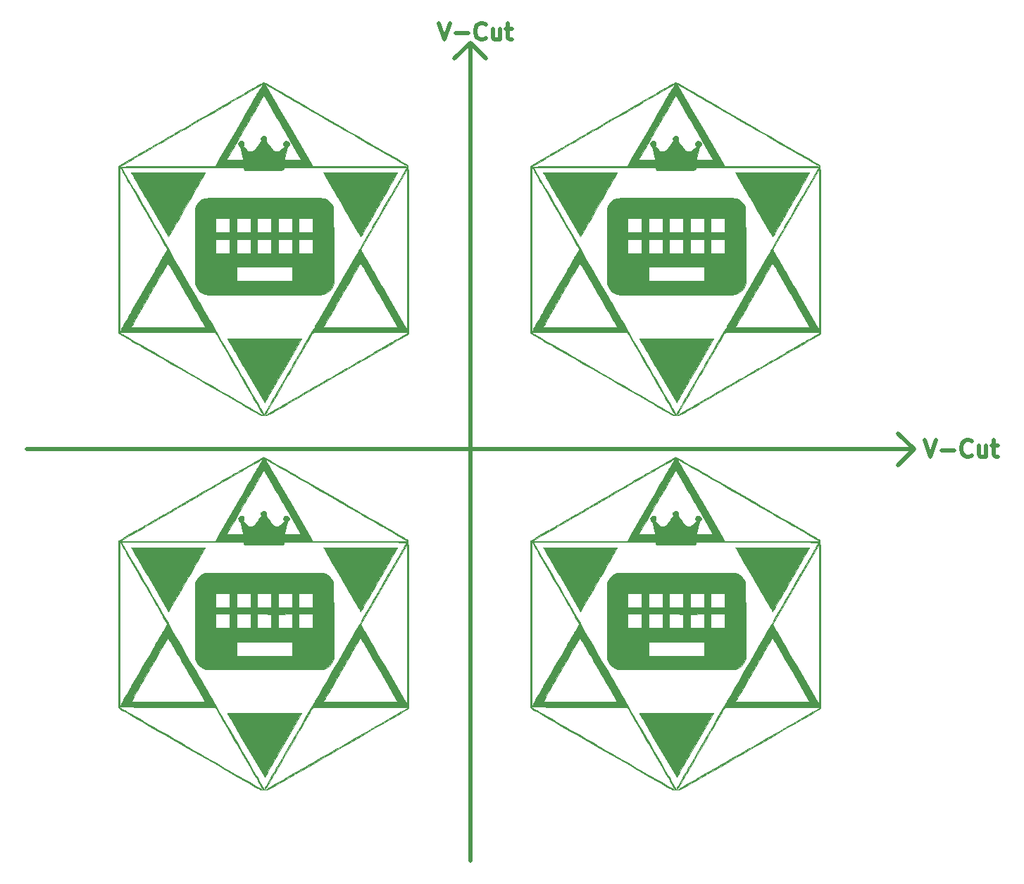
<source format=gbr>
G04 #@! TF.GenerationSoftware,KiCad,Pcbnew,5.1.5+dfsg1-2build2*
G04 #@! TF.CreationDate,2021-10-19T22:17:02+09:00*
G04 #@! TF.ProjectId,pcb,7063622e-6b69-4636-9164-5f7063625858,rev?*
G04 #@! TF.SameCoordinates,Original*
G04 #@! TF.FileFunction,Legend,Top*
G04 #@! TF.FilePolarity,Positive*
%FSLAX46Y46*%
G04 Gerber Fmt 4.6, Leading zero omitted, Abs format (unit mm)*
G04 Created by KiCad (PCBNEW 5.1.5+dfsg1-2build2) date 2021-10-19 22:17:02*
%MOMM*%
%LPD*%
G04 APERTURE LIST*
%ADD10C,0.120000*%
%ADD11C,0.500000*%
%ADD12C,0.010000*%
G04 APERTURE END LIST*
D10*
X154406600Y-106248200D02*
X154406600Y-106502200D01*
X154406600Y-106502200D02*
X154330400Y-106222800D01*
X104876600Y-106248200D02*
X104876600Y-106502200D01*
X104876600Y-106502200D02*
X104800400Y-106222800D01*
X104876600Y-61163200D02*
X104876600Y-61417200D01*
X104876600Y-61417200D02*
X104800400Y-61137800D01*
X154406600Y-61417200D02*
X154330400Y-61137800D01*
X154406600Y-61163200D02*
X154406600Y-61417200D01*
D11*
X108649047Y-43989761D02*
X109315714Y-45989761D01*
X109982380Y-43989761D01*
X110649047Y-45227857D02*
X112172857Y-45227857D01*
X114268095Y-45799285D02*
X114172857Y-45894523D01*
X113887142Y-45989761D01*
X113696666Y-45989761D01*
X113410952Y-45894523D01*
X113220476Y-45704047D01*
X113125238Y-45513571D01*
X113030000Y-45132619D01*
X113030000Y-44846904D01*
X113125238Y-44465952D01*
X113220476Y-44275476D01*
X113410952Y-44085000D01*
X113696666Y-43989761D01*
X113887142Y-43989761D01*
X114172857Y-44085000D01*
X114268095Y-44180238D01*
X115982380Y-44656428D02*
X115982380Y-45989761D01*
X115125238Y-44656428D02*
X115125238Y-45704047D01*
X115220476Y-45894523D01*
X115410952Y-45989761D01*
X115696666Y-45989761D01*
X115887142Y-45894523D01*
X115982380Y-45799285D01*
X116649047Y-44656428D02*
X117410952Y-44656428D01*
X116934761Y-43989761D02*
X116934761Y-45704047D01*
X117030000Y-45894523D01*
X117220476Y-45989761D01*
X117410952Y-45989761D01*
X167069047Y-94154761D02*
X167735714Y-96154761D01*
X168402380Y-94154761D01*
X169069047Y-95392857D02*
X170592857Y-95392857D01*
X172688095Y-95964285D02*
X172592857Y-96059523D01*
X172307142Y-96154761D01*
X172116666Y-96154761D01*
X171830952Y-96059523D01*
X171640476Y-95869047D01*
X171545238Y-95678571D01*
X171450000Y-95297619D01*
X171450000Y-95011904D01*
X171545238Y-94630952D01*
X171640476Y-94440476D01*
X171830952Y-94250000D01*
X172116666Y-94154761D01*
X172307142Y-94154761D01*
X172592857Y-94250000D01*
X172688095Y-94345238D01*
X174402380Y-94821428D02*
X174402380Y-96154761D01*
X173545238Y-94821428D02*
X173545238Y-95869047D01*
X173640476Y-96059523D01*
X173830952Y-96154761D01*
X174116666Y-96154761D01*
X174307142Y-96059523D01*
X174402380Y-95964285D01*
X175069047Y-94821428D02*
X175830952Y-94821428D01*
X175354761Y-94154761D02*
X175354761Y-95869047D01*
X175450000Y-96059523D01*
X175640476Y-96154761D01*
X175830952Y-96154761D01*
X165735000Y-95250000D02*
X163830000Y-93345000D01*
X165735000Y-95250000D02*
X163830000Y-97155000D01*
X59055000Y-95250000D02*
X165735000Y-95250000D01*
X112395000Y-46355000D02*
X114300000Y-48260000D01*
X112395000Y-46355000D02*
X110490000Y-48260000D01*
X112395000Y-144780000D02*
X112395000Y-46355000D01*
D12*
G36*
X119786857Y-126351514D02*
G01*
X119806850Y-126359626D01*
X119835702Y-126373091D01*
X119874885Y-126392752D01*
X119925871Y-126419450D01*
X119990132Y-126454027D01*
X120069139Y-126497327D01*
X120164364Y-126550190D01*
X120277280Y-126613460D01*
X120409358Y-126687978D01*
X120562070Y-126774587D01*
X120736889Y-126874129D01*
X120935285Y-126987445D01*
X121158730Y-127115379D01*
X121408698Y-127258773D01*
X121686659Y-127418468D01*
X121994086Y-127595307D01*
X122332450Y-127790131D01*
X122703223Y-128003785D01*
X123107877Y-128237108D01*
X123547884Y-128490944D01*
X124024717Y-128766135D01*
X124539846Y-129063523D01*
X125094743Y-129383951D01*
X125690882Y-129728259D01*
X126329732Y-130097292D01*
X127012768Y-130491890D01*
X127320842Y-130669879D01*
X127785517Y-130938321D01*
X128282756Y-131225528D01*
X128805766Y-131527578D01*
X129347753Y-131840550D01*
X129901924Y-132160522D01*
X130461484Y-132483571D01*
X131019641Y-132805776D01*
X131569600Y-133123214D01*
X132104567Y-133431966D01*
X132617750Y-133728107D01*
X133102354Y-134007717D01*
X133551585Y-134266873D01*
X133804526Y-134412767D01*
X134179019Y-134628796D01*
X134541220Y-134837811D01*
X134888377Y-135038221D01*
X135217736Y-135228432D01*
X135526542Y-135406851D01*
X135812043Y-135571886D01*
X136071483Y-135721944D01*
X136302110Y-135855431D01*
X136501170Y-135970755D01*
X136665909Y-136066323D01*
X136793573Y-136140542D01*
X136881408Y-136191818D01*
X136926661Y-136218560D01*
X136932002Y-136221877D01*
X136957554Y-136242789D01*
X136948790Y-136253170D01*
X136898158Y-136256227D01*
X136851791Y-136255978D01*
X136830831Y-136254745D01*
X136806823Y-136250650D01*
X136777321Y-136242338D01*
X136739883Y-136228454D01*
X136692065Y-136207645D01*
X136631422Y-136178556D01*
X136555511Y-136139835D01*
X136461887Y-136090126D01*
X136348107Y-136028075D01*
X136211728Y-135952329D01*
X136050304Y-135861534D01*
X135861392Y-135754334D01*
X135642548Y-135629378D01*
X135391329Y-135485309D01*
X135105290Y-135320775D01*
X134781987Y-135134421D01*
X134418977Y-134924894D01*
X134013815Y-134690838D01*
X133710947Y-134515804D01*
X132964611Y-134084447D01*
X132209629Y-133648123D01*
X131449349Y-133208765D01*
X130687120Y-132768308D01*
X129926289Y-132328685D01*
X129170205Y-131891831D01*
X128422217Y-131459681D01*
X127685672Y-131034167D01*
X126963920Y-130617226D01*
X126260307Y-130210790D01*
X125578183Y-129816794D01*
X124920896Y-129437172D01*
X124291794Y-129073859D01*
X123694226Y-128728789D01*
X123131539Y-128403895D01*
X122607082Y-128101113D01*
X122124203Y-127822375D01*
X121940053Y-127716089D01*
X121594354Y-127516180D01*
X121269952Y-127327809D01*
X120969386Y-127152486D01*
X120695198Y-126991720D01*
X120449926Y-126847022D01*
X120236111Y-126719901D01*
X120056294Y-126611866D01*
X119913013Y-126524427D01*
X119808810Y-126459093D01*
X119746224Y-126417375D01*
X119727579Y-126401245D01*
X119749153Y-126359329D01*
X119767560Y-126347980D01*
X119774251Y-126347912D01*
X119786857Y-126351514D01*
G37*
X119786857Y-126351514D02*
X119806850Y-126359626D01*
X119835702Y-126373091D01*
X119874885Y-126392752D01*
X119925871Y-126419450D01*
X119990132Y-126454027D01*
X120069139Y-126497327D01*
X120164364Y-126550190D01*
X120277280Y-126613460D01*
X120409358Y-126687978D01*
X120562070Y-126774587D01*
X120736889Y-126874129D01*
X120935285Y-126987445D01*
X121158730Y-127115379D01*
X121408698Y-127258773D01*
X121686659Y-127418468D01*
X121994086Y-127595307D01*
X122332450Y-127790131D01*
X122703223Y-128003785D01*
X123107877Y-128237108D01*
X123547884Y-128490944D01*
X124024717Y-128766135D01*
X124539846Y-129063523D01*
X125094743Y-129383951D01*
X125690882Y-129728259D01*
X126329732Y-130097292D01*
X127012768Y-130491890D01*
X127320842Y-130669879D01*
X127785517Y-130938321D01*
X128282756Y-131225528D01*
X128805766Y-131527578D01*
X129347753Y-131840550D01*
X129901924Y-132160522D01*
X130461484Y-132483571D01*
X131019641Y-132805776D01*
X131569600Y-133123214D01*
X132104567Y-133431966D01*
X132617750Y-133728107D01*
X133102354Y-134007717D01*
X133551585Y-134266873D01*
X133804526Y-134412767D01*
X134179019Y-134628796D01*
X134541220Y-134837811D01*
X134888377Y-135038221D01*
X135217736Y-135228432D01*
X135526542Y-135406851D01*
X135812043Y-135571886D01*
X136071483Y-135721944D01*
X136302110Y-135855431D01*
X136501170Y-135970755D01*
X136665909Y-136066323D01*
X136793573Y-136140542D01*
X136881408Y-136191818D01*
X136926661Y-136218560D01*
X136932002Y-136221877D01*
X136957554Y-136242789D01*
X136948790Y-136253170D01*
X136898158Y-136256227D01*
X136851791Y-136255978D01*
X136830831Y-136254745D01*
X136806823Y-136250650D01*
X136777321Y-136242338D01*
X136739883Y-136228454D01*
X136692065Y-136207645D01*
X136631422Y-136178556D01*
X136555511Y-136139835D01*
X136461887Y-136090126D01*
X136348107Y-136028075D01*
X136211728Y-135952329D01*
X136050304Y-135861534D01*
X135861392Y-135754334D01*
X135642548Y-135629378D01*
X135391329Y-135485309D01*
X135105290Y-135320775D01*
X134781987Y-135134421D01*
X134418977Y-134924894D01*
X134013815Y-134690838D01*
X133710947Y-134515804D01*
X132964611Y-134084447D01*
X132209629Y-133648123D01*
X131449349Y-133208765D01*
X130687120Y-132768308D01*
X129926289Y-132328685D01*
X129170205Y-131891831D01*
X128422217Y-131459681D01*
X127685672Y-131034167D01*
X126963920Y-130617226D01*
X126260307Y-130210790D01*
X125578183Y-129816794D01*
X124920896Y-129437172D01*
X124291794Y-129073859D01*
X123694226Y-128728789D01*
X123131539Y-128403895D01*
X122607082Y-128101113D01*
X122124203Y-127822375D01*
X121940053Y-127716089D01*
X121594354Y-127516180D01*
X121269952Y-127327809D01*
X120969386Y-127152486D01*
X120695198Y-126991720D01*
X120449926Y-126847022D01*
X120236111Y-126719901D01*
X120056294Y-126611866D01*
X119913013Y-126524427D01*
X119808810Y-126459093D01*
X119746224Y-126417375D01*
X119727579Y-126401245D01*
X119749153Y-126359329D01*
X119767560Y-126347980D01*
X119774251Y-126347912D01*
X119786857Y-126351514D01*
G36*
X154479869Y-126411568D02*
G01*
X154480766Y-126435675D01*
X154456251Y-126457088D01*
X154387718Y-126503339D01*
X154277679Y-126572919D01*
X154128646Y-126664320D01*
X153943133Y-126776031D01*
X153723653Y-126906543D01*
X153472718Y-127054347D01*
X153192841Y-127217934D01*
X152886535Y-127395793D01*
X152774316Y-127460693D01*
X152525950Y-127604180D01*
X152252995Y-127761852D01*
X151954367Y-127934336D01*
X151628982Y-128122257D01*
X151275757Y-128326241D01*
X150893607Y-128546915D01*
X150481449Y-128784903D01*
X150038198Y-129040832D01*
X149562772Y-129315327D01*
X149054085Y-129609013D01*
X148511054Y-129922518D01*
X147932595Y-130256466D01*
X147317625Y-130611483D01*
X146665058Y-130988196D01*
X145973813Y-131387229D01*
X145242803Y-131809208D01*
X144470947Y-132254760D01*
X143657159Y-132724510D01*
X142800356Y-133219084D01*
X141899454Y-133739107D01*
X140953369Y-134285205D01*
X140910802Y-134309776D01*
X140448177Y-134576771D01*
X140029546Y-134818263D01*
X139652614Y-135035525D01*
X139315090Y-135229833D01*
X139014681Y-135402461D01*
X138749094Y-135554684D01*
X138516037Y-135687776D01*
X138313216Y-135803013D01*
X138138340Y-135901669D01*
X137989116Y-135985019D01*
X137863250Y-136054337D01*
X137758451Y-136110899D01*
X137672426Y-136155978D01*
X137602882Y-136190850D01*
X137547526Y-136216789D01*
X137504066Y-136235070D01*
X137470210Y-136246968D01*
X137443663Y-136253757D01*
X137422135Y-136256712D01*
X137408275Y-136257181D01*
X137280316Y-136256731D01*
X137360526Y-136207001D01*
X137391983Y-136188478D01*
X137467779Y-136144372D01*
X137585935Y-136075822D01*
X137744476Y-135983972D01*
X137941425Y-135869963D01*
X138174803Y-135734936D01*
X138442634Y-135580034D01*
X138742941Y-135406398D01*
X139073746Y-135215169D01*
X139433072Y-135007490D01*
X139818943Y-134784503D01*
X140229381Y-134547348D01*
X140662409Y-134297169D01*
X141116049Y-134035106D01*
X141588325Y-133762301D01*
X142077260Y-133479896D01*
X142580875Y-133189033D01*
X143097195Y-132890853D01*
X143624242Y-132586499D01*
X144160038Y-132277112D01*
X144702607Y-131963834D01*
X145249972Y-131647806D01*
X145800155Y-131330170D01*
X146351179Y-131012068D01*
X146901067Y-130694642D01*
X147447842Y-130379034D01*
X147989526Y-130066384D01*
X148524144Y-129757836D01*
X149049716Y-129454530D01*
X149564267Y-129157609D01*
X150065819Y-128868214D01*
X150552394Y-128587486D01*
X151022017Y-128316569D01*
X151472709Y-128056603D01*
X151902493Y-127808730D01*
X152309393Y-127574092D01*
X152691431Y-127353830D01*
X152771069Y-127307921D01*
X153056991Y-127143613D01*
X153325703Y-126990203D01*
X153573814Y-126849571D01*
X153797937Y-126723595D01*
X153994682Y-126614154D01*
X154160662Y-126523125D01*
X154292487Y-126452388D01*
X154386769Y-126403821D01*
X154440120Y-126379302D01*
X154450782Y-126376746D01*
X154479869Y-126411568D01*
G37*
X154479869Y-126411568D02*
X154480766Y-126435675D01*
X154456251Y-126457088D01*
X154387718Y-126503339D01*
X154277679Y-126572919D01*
X154128646Y-126664320D01*
X153943133Y-126776031D01*
X153723653Y-126906543D01*
X153472718Y-127054347D01*
X153192841Y-127217934D01*
X152886535Y-127395793D01*
X152774316Y-127460693D01*
X152525950Y-127604180D01*
X152252995Y-127761852D01*
X151954367Y-127934336D01*
X151628982Y-128122257D01*
X151275757Y-128326241D01*
X150893607Y-128546915D01*
X150481449Y-128784903D01*
X150038198Y-129040832D01*
X149562772Y-129315327D01*
X149054085Y-129609013D01*
X148511054Y-129922518D01*
X147932595Y-130256466D01*
X147317625Y-130611483D01*
X146665058Y-130988196D01*
X145973813Y-131387229D01*
X145242803Y-131809208D01*
X144470947Y-132254760D01*
X143657159Y-132724510D01*
X142800356Y-133219084D01*
X141899454Y-133739107D01*
X140953369Y-134285205D01*
X140910802Y-134309776D01*
X140448177Y-134576771D01*
X140029546Y-134818263D01*
X139652614Y-135035525D01*
X139315090Y-135229833D01*
X139014681Y-135402461D01*
X138749094Y-135554684D01*
X138516037Y-135687776D01*
X138313216Y-135803013D01*
X138138340Y-135901669D01*
X137989116Y-135985019D01*
X137863250Y-136054337D01*
X137758451Y-136110899D01*
X137672426Y-136155978D01*
X137602882Y-136190850D01*
X137547526Y-136216789D01*
X137504066Y-136235070D01*
X137470210Y-136246968D01*
X137443663Y-136253757D01*
X137422135Y-136256712D01*
X137408275Y-136257181D01*
X137280316Y-136256731D01*
X137360526Y-136207001D01*
X137391983Y-136188478D01*
X137467779Y-136144372D01*
X137585935Y-136075822D01*
X137744476Y-135983972D01*
X137941425Y-135869963D01*
X138174803Y-135734936D01*
X138442634Y-135580034D01*
X138742941Y-135406398D01*
X139073746Y-135215169D01*
X139433072Y-135007490D01*
X139818943Y-134784503D01*
X140229381Y-134547348D01*
X140662409Y-134297169D01*
X141116049Y-134035106D01*
X141588325Y-133762301D01*
X142077260Y-133479896D01*
X142580875Y-133189033D01*
X143097195Y-132890853D01*
X143624242Y-132586499D01*
X144160038Y-132277112D01*
X144702607Y-131963834D01*
X145249972Y-131647806D01*
X145800155Y-131330170D01*
X146351179Y-131012068D01*
X146901067Y-130694642D01*
X147447842Y-130379034D01*
X147989526Y-130066384D01*
X148524144Y-129757836D01*
X149049716Y-129454530D01*
X149564267Y-129157609D01*
X150065819Y-128868214D01*
X150552394Y-128587486D01*
X151022017Y-128316569D01*
X151472709Y-128056603D01*
X151902493Y-127808730D01*
X152309393Y-127574092D01*
X152691431Y-127353830D01*
X152771069Y-127307921D01*
X153056991Y-127143613D01*
X153325703Y-126990203D01*
X153573814Y-126849571D01*
X153797937Y-126723595D01*
X153994682Y-126614154D01*
X154160662Y-126523125D01*
X154292487Y-126452388D01*
X154386769Y-126403821D01*
X154440120Y-126379302D01*
X154450782Y-126376746D01*
X154479869Y-126411568D01*
G36*
X137146402Y-96218829D02*
G01*
X137225285Y-96255306D01*
X137335830Y-96311543D01*
X137470853Y-96383814D01*
X137623169Y-96468389D01*
X137732693Y-96530875D01*
X138115024Y-96751378D01*
X138526276Y-96988597D01*
X138964261Y-97241269D01*
X139426792Y-97508129D01*
X139911680Y-97787915D01*
X140416738Y-98079363D01*
X140939777Y-98381210D01*
X141478611Y-98692193D01*
X142031050Y-99011048D01*
X142594908Y-99336512D01*
X143167996Y-99667322D01*
X143748127Y-100002213D01*
X144333112Y-100339924D01*
X144920764Y-100679190D01*
X145508896Y-101018748D01*
X146095318Y-101357335D01*
X146677843Y-101693688D01*
X147254284Y-102026542D01*
X147822452Y-102354636D01*
X148380160Y-102676705D01*
X148925220Y-102991486D01*
X149455444Y-103297715D01*
X149968644Y-103594131D01*
X150462632Y-103879468D01*
X150935221Y-104152464D01*
X151384222Y-104411855D01*
X151807448Y-104656378D01*
X152202711Y-104884770D01*
X152567823Y-105095768D01*
X152900596Y-105288107D01*
X153198843Y-105460525D01*
X153460374Y-105611758D01*
X153683004Y-105740544D01*
X153864543Y-105845617D01*
X154002804Y-105925717D01*
X154044316Y-105949793D01*
X154194708Y-106038840D01*
X154302390Y-106107130D01*
X154372286Y-106158212D01*
X154409317Y-106195634D01*
X154418632Y-106219627D01*
X154400730Y-106262547D01*
X154373912Y-106268895D01*
X154342908Y-106255221D01*
X154270052Y-106217135D01*
X154159728Y-106157090D01*
X154016316Y-106077540D01*
X153844201Y-105980941D01*
X153647765Y-105869745D01*
X153431389Y-105746408D01*
X153199457Y-105613384D01*
X153063807Y-105535224D01*
X152810346Y-105388949D01*
X152558329Y-105243521D01*
X152313918Y-105102495D01*
X152083275Y-104969426D01*
X151872562Y-104847869D01*
X151687943Y-104741379D01*
X151535579Y-104653512D01*
X151421634Y-104587822D01*
X151397369Y-104573839D01*
X151327433Y-104533508D01*
X151214144Y-104468129D01*
X151060449Y-104379406D01*
X150869297Y-104269041D01*
X150643635Y-104138737D01*
X150386412Y-103990196D01*
X150100576Y-103825121D01*
X149789075Y-103645214D01*
X149454858Y-103452179D01*
X149100871Y-103247718D01*
X148730065Y-103033533D01*
X148345386Y-102811328D01*
X147949783Y-102582804D01*
X147547263Y-102350277D01*
X147079105Y-102079853D01*
X146577785Y-101790319D01*
X146050114Y-101485608D01*
X145502904Y-101169651D01*
X144942966Y-100846380D01*
X144377110Y-100519726D01*
X143812148Y-100193621D01*
X143254892Y-99871997D01*
X142712152Y-99558784D01*
X142190740Y-99257916D01*
X141697467Y-98973323D01*
X141239143Y-98708937D01*
X140956632Y-98545995D01*
X140574728Y-98325720D01*
X140202984Y-98111260D01*
X139844311Y-97904295D01*
X139501618Y-97706505D01*
X139177815Y-97519573D01*
X138875812Y-97345179D01*
X138598520Y-97185004D01*
X138348847Y-97040729D01*
X138129705Y-96914036D01*
X137944003Y-96806605D01*
X137794651Y-96720117D01*
X137684558Y-96656253D01*
X137616636Y-96616695D01*
X137601158Y-96607599D01*
X137498545Y-96547324D01*
X137406521Y-96494081D01*
X137339659Y-96456269D01*
X137322434Y-96446931D01*
X137257606Y-96412856D01*
X137310135Y-96503191D01*
X137328453Y-96534854D01*
X137372242Y-96610632D01*
X137440237Y-96728332D01*
X137531170Y-96885762D01*
X137643775Y-97080728D01*
X137776786Y-97311037D01*
X137928936Y-97574496D01*
X138098958Y-97868911D01*
X138285587Y-98192090D01*
X138487555Y-98541839D01*
X138703596Y-98915965D01*
X138932443Y-99312275D01*
X139172830Y-99728576D01*
X139423491Y-100162675D01*
X139683159Y-100612378D01*
X139950568Y-101075492D01*
X140168513Y-101452947D01*
X142974363Y-106312369D01*
X148673584Y-106312369D01*
X149329280Y-106312399D01*
X149933558Y-106312501D01*
X150488474Y-106312688D01*
X150996085Y-106312974D01*
X151458447Y-106313375D01*
X151877615Y-106313905D01*
X152255646Y-106314578D01*
X152594595Y-106315408D01*
X152896520Y-106316410D01*
X153163475Y-106317598D01*
X153397518Y-106318988D01*
X153600703Y-106320592D01*
X153775088Y-106322426D01*
X153922727Y-106324505D01*
X154045678Y-106326841D01*
X154145996Y-106329451D01*
X154225738Y-106332348D01*
X154286959Y-106335547D01*
X154331715Y-106339062D01*
X154362063Y-106342908D01*
X154380058Y-106347099D01*
X154387757Y-106351649D01*
X154388195Y-106352474D01*
X154423927Y-106388041D01*
X154444529Y-106392579D01*
X154448118Y-106396341D01*
X154451493Y-106408668D01*
X154454661Y-106431119D01*
X154457629Y-106465256D01*
X154460403Y-106512639D01*
X154462989Y-106574829D01*
X154465395Y-106653386D01*
X154467626Y-106749870D01*
X154469688Y-106865843D01*
X154471589Y-107002865D01*
X154473334Y-107162496D01*
X154474930Y-107346297D01*
X154476383Y-107555829D01*
X154477700Y-107792652D01*
X154478888Y-108058326D01*
X154479952Y-108354412D01*
X154480899Y-108682471D01*
X154481735Y-109044064D01*
X154482467Y-109440750D01*
X154483101Y-109874090D01*
X154483644Y-110345646D01*
X154484102Y-110856976D01*
X154484481Y-111409643D01*
X154484788Y-112005207D01*
X154485029Y-112645227D01*
X154485211Y-113331265D01*
X154485340Y-114064881D01*
X154485422Y-114847636D01*
X154485465Y-115681091D01*
X154485474Y-116365421D01*
X154485474Y-126338263D01*
X154418632Y-126338263D01*
X154368385Y-126329111D01*
X154351790Y-126311526D01*
X154325070Y-126308010D01*
X154244980Y-126304739D01*
X154111622Y-126301714D01*
X153925099Y-126298937D01*
X153685513Y-126296406D01*
X153392967Y-126294123D01*
X153047563Y-126292089D01*
X152649405Y-126290303D01*
X152198594Y-126288766D01*
X151695233Y-126287480D01*
X151139425Y-126286443D01*
X150531273Y-126285657D01*
X149870878Y-126285122D01*
X149158345Y-126284839D01*
X148687723Y-126284790D01*
X148038856Y-126284806D01*
X147441336Y-126284866D01*
X146893036Y-126284987D01*
X146391832Y-126285187D01*
X145935596Y-126285483D01*
X145522202Y-126285893D01*
X145149523Y-126286435D01*
X144815434Y-126287124D01*
X144517807Y-126287980D01*
X144254518Y-126289019D01*
X144023438Y-126290259D01*
X143822442Y-126291717D01*
X143649404Y-126293411D01*
X143502197Y-126295358D01*
X143378695Y-126297576D01*
X143276771Y-126300082D01*
X143194299Y-126302893D01*
X143129153Y-126306028D01*
X143079207Y-126309503D01*
X143042334Y-126313335D01*
X143016407Y-126317543D01*
X142999301Y-126322144D01*
X142988889Y-126327155D01*
X142983857Y-126331579D01*
X142958705Y-126368495D01*
X142911885Y-126444018D01*
X142848127Y-126550256D01*
X142772160Y-126679311D01*
X142688716Y-126823289D01*
X142675514Y-126846263D01*
X142633765Y-126918864D01*
X142566804Y-127035120D01*
X142476162Y-127192380D01*
X142363369Y-127387992D01*
X142229954Y-127619305D01*
X142077448Y-127883668D01*
X141907380Y-128178428D01*
X141721281Y-128500935D01*
X141520681Y-128848537D01*
X141307110Y-129218582D01*
X141082098Y-129608419D01*
X140847175Y-130015396D01*
X140603871Y-130436863D01*
X140353717Y-130870166D01*
X140098241Y-131312656D01*
X139975514Y-131525211D01*
X139720273Y-131967274D01*
X139470916Y-132399162D01*
X139228875Y-132818394D01*
X138995583Y-133222491D01*
X138772471Y-133608971D01*
X138560970Y-133975355D01*
X138362512Y-134319162D01*
X138178529Y-134637913D01*
X138010452Y-134929125D01*
X137859712Y-135190320D01*
X137727742Y-135419017D01*
X137615974Y-135612735D01*
X137525837Y-135768995D01*
X137458766Y-135885316D01*
X137416190Y-135959218D01*
X137403465Y-135981351D01*
X137262873Y-136226439D01*
X137145398Y-136226439D01*
X137066942Y-136221272D01*
X137019030Y-136198244D01*
X136979133Y-136146062D01*
X136976511Y-136141772D01*
X136958282Y-136110595D01*
X136914622Y-136035299D01*
X136846806Y-135918092D01*
X136756109Y-135761184D01*
X136643805Y-135566782D01*
X136511169Y-135337097D01*
X136359475Y-135074335D01*
X136189999Y-134780707D01*
X136004015Y-134458421D01*
X135802797Y-134109685D01*
X135587620Y-133736708D01*
X135359759Y-133341699D01*
X135120488Y-132926867D01*
X134871082Y-132494420D01*
X134612816Y-132046566D01*
X134346964Y-131585516D01*
X134165743Y-131271211D01*
X133895361Y-130802312D01*
X133631598Y-130345000D01*
X133375735Y-129901496D01*
X133129054Y-129474016D01*
X132892838Y-129064779D01*
X132668368Y-128676004D01*
X132456927Y-128309909D01*
X132259797Y-127968713D01*
X132078261Y-127654634D01*
X131913599Y-127369890D01*
X131767095Y-127116700D01*
X131640030Y-126897282D01*
X131533687Y-126713856D01*
X131449348Y-126568638D01*
X131388294Y-126463848D01*
X131351809Y-126401704D01*
X131341802Y-126385114D01*
X131277217Y-126284912D01*
X125562556Y-126278167D01*
X124906365Y-126277362D01*
X124301603Y-126276549D01*
X123746227Y-126275709D01*
X123238192Y-126274828D01*
X122775454Y-126273886D01*
X122355970Y-126272869D01*
X121977695Y-126271759D01*
X121638585Y-126270539D01*
X121336597Y-126269193D01*
X121069685Y-126267704D01*
X120835806Y-126266054D01*
X120632915Y-126264228D01*
X120458970Y-126262208D01*
X120311925Y-126259977D01*
X120189736Y-126257519D01*
X120090360Y-126254818D01*
X120011753Y-126251855D01*
X119951869Y-126248615D01*
X119908666Y-126245081D01*
X119880099Y-126241235D01*
X119864124Y-126237062D01*
X119858697Y-126232543D01*
X119858760Y-126231316D01*
X119868482Y-126175898D01*
X119874998Y-126111000D01*
X119889438Y-126073837D01*
X119930346Y-125991943D01*
X119996986Y-125866625D01*
X120088624Y-125699191D01*
X120116314Y-125649440D01*
X121135178Y-125649440D01*
X121163128Y-125652299D01*
X121241054Y-125654937D01*
X121365573Y-125657358D01*
X121533304Y-125659563D01*
X121740864Y-125661555D01*
X121984873Y-125663335D01*
X122261948Y-125664906D01*
X122568707Y-125666270D01*
X122901769Y-125667430D01*
X123257752Y-125668387D01*
X123633273Y-125669143D01*
X124024952Y-125669701D01*
X124429406Y-125670063D01*
X124843253Y-125670230D01*
X125263111Y-125670206D01*
X125685599Y-125669992D01*
X126107335Y-125669591D01*
X126524937Y-125669004D01*
X126935023Y-125668234D01*
X127334211Y-125667282D01*
X127719120Y-125666152D01*
X128086367Y-125664845D01*
X128432571Y-125663364D01*
X128754350Y-125661710D01*
X129048322Y-125659885D01*
X129311105Y-125657892D01*
X129539317Y-125655734D01*
X129729577Y-125653411D01*
X129878503Y-125650927D01*
X129982713Y-125648283D01*
X130038824Y-125645482D01*
X130048000Y-125643758D01*
X130034898Y-125617706D01*
X129996722Y-125548446D01*
X129935163Y-125438909D01*
X129851916Y-125292028D01*
X129748672Y-125110734D01*
X129627125Y-124897960D01*
X129488968Y-124656637D01*
X129335893Y-124389698D01*
X129169593Y-124100074D01*
X128991762Y-123790697D01*
X128804092Y-123464500D01*
X128608275Y-123124414D01*
X128406006Y-122773372D01*
X128198976Y-122414305D01*
X127988879Y-122050146D01*
X127777408Y-121683826D01*
X127566255Y-121318278D01*
X127357113Y-120956432D01*
X127151675Y-120601223D01*
X126951634Y-120255580D01*
X126758684Y-119922437D01*
X126574516Y-119604726D01*
X126400823Y-119305378D01*
X126239299Y-119027325D01*
X126091637Y-118773499D01*
X125959529Y-118546833D01*
X125844668Y-118350258D01*
X125748747Y-118186707D01*
X125673460Y-118059111D01*
X125620498Y-117970402D01*
X125591554Y-117923513D01*
X125586487Y-117916611D01*
X125569586Y-117939048D01*
X125529479Y-118002489D01*
X125469423Y-118101474D01*
X125392678Y-118230542D01*
X125302498Y-118384231D01*
X125202143Y-118557080D01*
X125135980Y-118671927D01*
X125068252Y-118789719D01*
X124975876Y-118950201D01*
X124860939Y-119149751D01*
X124725529Y-119384750D01*
X124571733Y-119651576D01*
X124401639Y-119946610D01*
X124217335Y-120266231D01*
X124020909Y-120606818D01*
X123814448Y-120964752D01*
X123600039Y-121336410D01*
X123379772Y-121718174D01*
X123155733Y-122106422D01*
X122930009Y-122497534D01*
X122912475Y-122527914D01*
X122696074Y-122903152D01*
X122487342Y-123265697D01*
X122287818Y-123612849D01*
X122099037Y-123941908D01*
X121922537Y-124250175D01*
X121759854Y-124534951D01*
X121612527Y-124793536D01*
X121482091Y-125023231D01*
X121370083Y-125221336D01*
X121278042Y-125385152D01*
X121207503Y-125511979D01*
X121160003Y-125599119D01*
X121137081Y-125643870D01*
X121135178Y-125649440D01*
X120116314Y-125649440D01*
X120204527Y-125490949D01*
X120343959Y-125243205D01*
X120506187Y-124957268D01*
X120690476Y-124634444D01*
X120896091Y-124276040D01*
X121122299Y-123883365D01*
X121264139Y-123637842D01*
X121683354Y-122912823D01*
X122076416Y-122232884D01*
X122443999Y-121596848D01*
X122786781Y-121003537D01*
X123105436Y-120451777D01*
X123400640Y-119940389D01*
X123673069Y-119468198D01*
X123923399Y-119034027D01*
X124152305Y-118636699D01*
X124360463Y-118275037D01*
X124548549Y-117947866D01*
X124717238Y-117654008D01*
X124867207Y-117392287D01*
X124999130Y-117161525D01*
X125113684Y-116960548D01*
X125211544Y-116788177D01*
X125293386Y-116643237D01*
X125359885Y-116524551D01*
X125411718Y-116430941D01*
X125449560Y-116361232D01*
X125474087Y-116314247D01*
X125485974Y-116288810D01*
X125487390Y-116283854D01*
X125484551Y-116274827D01*
X125475486Y-116255276D01*
X125459395Y-116223809D01*
X125435478Y-116179031D01*
X125402934Y-116119550D01*
X125360964Y-116043971D01*
X125308768Y-115950901D01*
X125245544Y-115838948D01*
X125170494Y-115706717D01*
X125082816Y-115552815D01*
X124981711Y-115375848D01*
X124866378Y-115174424D01*
X124736017Y-114947148D01*
X124589829Y-114692628D01*
X124427012Y-114409469D01*
X124246767Y-114096279D01*
X124048293Y-113751663D01*
X123830790Y-113374230D01*
X123593459Y-112962584D01*
X123335499Y-112515333D01*
X123056109Y-112031083D01*
X122754490Y-111508441D01*
X122429841Y-110946013D01*
X122081363Y-110342406D01*
X121708254Y-109696226D01*
X121309715Y-109006080D01*
X121028212Y-108518640D01*
X120850905Y-108211069D01*
X120681436Y-107916004D01*
X120521706Y-107636817D01*
X120373616Y-107376882D01*
X120239068Y-107139570D01*
X120119962Y-106928256D01*
X120018200Y-106746313D01*
X119935683Y-106597113D01*
X119874312Y-106484030D01*
X119854536Y-106446053D01*
X119993066Y-106446053D01*
X120024684Y-106506211D01*
X120035872Y-106526289D01*
X120061276Y-106570953D01*
X120101308Y-106640916D01*
X120156380Y-106736890D01*
X120226902Y-106859590D01*
X120313287Y-107009726D01*
X120415945Y-107188014D01*
X120535289Y-107395164D01*
X120671730Y-107631891D01*
X120825678Y-107898906D01*
X120997546Y-108196924D01*
X121187745Y-108526656D01*
X121396687Y-108888816D01*
X121624783Y-109284117D01*
X121872444Y-109713271D01*
X122140082Y-110176991D01*
X122428108Y-110675991D01*
X122736934Y-111210983D01*
X123066971Y-111782680D01*
X123418631Y-112391795D01*
X123792325Y-113039040D01*
X124188464Y-113725129D01*
X124607461Y-114450775D01*
X125049726Y-115216690D01*
X125515671Y-116023588D01*
X126005707Y-116872181D01*
X126520247Y-117763182D01*
X127059700Y-118697304D01*
X127624479Y-119675259D01*
X128214996Y-120697762D01*
X128831661Y-121765524D01*
X129125477Y-122274263D01*
X129296804Y-122570935D01*
X129492719Y-122910225D01*
X129711088Y-123288431D01*
X129949774Y-123701855D01*
X130206641Y-124146796D01*
X130479554Y-124619555D01*
X130766378Y-125116432D01*
X131064977Y-125633727D01*
X131373215Y-126167739D01*
X131688957Y-126714770D01*
X132010066Y-127271119D01*
X132334408Y-127833087D01*
X132659847Y-128396973D01*
X132984247Y-128959078D01*
X133305472Y-129515701D01*
X133621387Y-130063144D01*
X133824792Y-130415632D01*
X134112248Y-130913776D01*
X134393415Y-131401010D01*
X134667063Y-131875206D01*
X134931965Y-132334234D01*
X135186892Y-132775967D01*
X135430615Y-133198275D01*
X135661905Y-133599030D01*
X135879534Y-133976103D01*
X136082272Y-134327365D01*
X136268893Y-134650687D01*
X136438166Y-134943941D01*
X136588863Y-135204999D01*
X136719755Y-135431730D01*
X136829614Y-135622007D01*
X136917211Y-135773700D01*
X136981318Y-135884681D01*
X137020705Y-135952822D01*
X137032301Y-135972842D01*
X137083978Y-136055251D01*
X137127231Y-136112342D01*
X137154599Y-136134632D01*
X137158473Y-136133263D01*
X137177187Y-136104118D01*
X137218079Y-136035766D01*
X137276892Y-135935481D01*
X137349367Y-135810536D01*
X137431246Y-135668204D01*
X137453511Y-135629316D01*
X137490903Y-135564163D01*
X137553824Y-135454813D01*
X137641055Y-135303374D01*
X137751381Y-135111954D01*
X137883585Y-134882663D01*
X138036450Y-134617607D01*
X138208760Y-134318895D01*
X138399298Y-133988636D01*
X138606847Y-133628937D01*
X138830192Y-133241908D01*
X139068115Y-132829655D01*
X139319399Y-132394288D01*
X139582829Y-131937914D01*
X139857188Y-131462642D01*
X140141258Y-130970580D01*
X140433824Y-130463837D01*
X140733668Y-129944519D01*
X141039575Y-129414737D01*
X141272167Y-129011947D01*
X141633564Y-128386107D01*
X142018526Y-127719440D01*
X142423888Y-127017429D01*
X142846482Y-126285561D01*
X143217104Y-125643690D01*
X144272000Y-125643690D01*
X144298173Y-125646589D01*
X144374438Y-125649331D01*
X144497412Y-125651916D01*
X144663715Y-125654340D01*
X144869963Y-125656601D01*
X145112776Y-125658698D01*
X145388771Y-125660627D01*
X145694567Y-125662388D01*
X146026781Y-125663977D01*
X146382033Y-125665392D01*
X146756939Y-125666632D01*
X147148119Y-125667693D01*
X147552190Y-125668575D01*
X147965770Y-125669274D01*
X148385478Y-125669788D01*
X148807932Y-125670116D01*
X149229750Y-125670256D01*
X149647550Y-125670204D01*
X150057950Y-125669959D01*
X150457569Y-125669518D01*
X150843024Y-125668880D01*
X151210934Y-125668042D01*
X151557917Y-125667003D01*
X151880591Y-125665759D01*
X152175575Y-125664309D01*
X152439485Y-125662650D01*
X152668942Y-125660781D01*
X152860562Y-125658699D01*
X153010964Y-125656401D01*
X153116765Y-125653887D01*
X153174585Y-125651153D01*
X153184823Y-125649438D01*
X153173338Y-125624121D01*
X153136685Y-125555397D01*
X153076494Y-125446134D01*
X152994393Y-125299200D01*
X152892014Y-125117462D01*
X152770985Y-124903788D01*
X152632937Y-124661045D01*
X152479499Y-124392101D01*
X152312302Y-124099824D01*
X152132974Y-123787081D01*
X151943146Y-123456739D01*
X151744448Y-123111667D01*
X151608229Y-122875491D01*
X151389251Y-122496046D01*
X151167722Y-122112125D01*
X150946282Y-121728305D01*
X150727573Y-121349165D01*
X150514232Y-120979283D01*
X150308901Y-120623236D01*
X150114219Y-120285603D01*
X149932826Y-119970962D01*
X149767363Y-119683890D01*
X149620468Y-119428965D01*
X149494781Y-119210766D01*
X149392944Y-119033871D01*
X149384723Y-119019585D01*
X149257071Y-118798328D01*
X149137300Y-118591877D01*
X149028075Y-118404741D01*
X148932061Y-118241432D01*
X148851921Y-118106461D01*
X148790321Y-118004340D01*
X148749924Y-117939580D01*
X148733394Y-117916692D01*
X148733368Y-117916690D01*
X148718347Y-117939322D01*
X148678377Y-118005386D01*
X148615151Y-118111950D01*
X148530363Y-118256083D01*
X148425704Y-118434852D01*
X148302868Y-118645325D01*
X148163547Y-118884571D01*
X148009435Y-119149657D01*
X147842224Y-119437651D01*
X147663607Y-119745621D01*
X147475278Y-120070635D01*
X147278928Y-120409762D01*
X147076251Y-120760069D01*
X146868940Y-121118623D01*
X146658687Y-121482494D01*
X146447186Y-121848749D01*
X146236129Y-122214456D01*
X146027209Y-122576684D01*
X145822120Y-122932499D01*
X145622553Y-123278970D01*
X145430202Y-123613165D01*
X145246760Y-123932152D01*
X145073919Y-124232999D01*
X144913372Y-124512774D01*
X144766813Y-124768544D01*
X144635934Y-124997379D01*
X144522428Y-125196345D01*
X144427988Y-125362512D01*
X144354307Y-125492946D01*
X144303077Y-125584715D01*
X144275992Y-125634889D01*
X144272000Y-125643690D01*
X143217104Y-125643690D01*
X143283143Y-125529319D01*
X143730703Y-124754187D01*
X144185995Y-123965652D01*
X144645854Y-123169196D01*
X145107111Y-122370305D01*
X145566602Y-121574463D01*
X146021159Y-120787156D01*
X146467615Y-120013866D01*
X146902804Y-119260080D01*
X147323559Y-118531281D01*
X147726713Y-117832955D01*
X148109100Y-117170585D01*
X148388694Y-116686263D01*
X148600298Y-116319712D01*
X148753900Y-116319712D01*
X148801040Y-116402724D01*
X148818877Y-116433752D01*
X148862174Y-116508875D01*
X148929654Y-116625879D01*
X149020039Y-116782550D01*
X149132050Y-116976674D01*
X149264411Y-117206037D01*
X149415842Y-117468425D01*
X149585068Y-117761625D01*
X149770808Y-118083423D01*
X149971786Y-118431604D01*
X150186724Y-118803955D01*
X150414344Y-119198261D01*
X150653369Y-119612310D01*
X150902519Y-120043887D01*
X151160518Y-120490778D01*
X151426087Y-120950769D01*
X151593301Y-121240391D01*
X154338421Y-125995045D01*
X154345178Y-121169038D01*
X154345927Y-120566818D01*
X154346559Y-119918843D01*
X154347074Y-119232834D01*
X154347472Y-118516510D01*
X154347753Y-117777591D01*
X154347917Y-117023796D01*
X154347964Y-116262845D01*
X154347894Y-115502457D01*
X154347708Y-114750352D01*
X154347404Y-114014250D01*
X154346983Y-113301869D01*
X154346445Y-112620930D01*
X154345791Y-111979153D01*
X154345178Y-111495618D01*
X154338421Y-106648206D01*
X151546161Y-111483959D01*
X148753900Y-116319712D01*
X148600298Y-116319712D01*
X148712115Y-116126018D01*
X149036877Y-115563458D01*
X149361357Y-115001392D01*
X149683932Y-114442634D01*
X150002979Y-113889993D01*
X150316874Y-113346281D01*
X150623995Y-112814310D01*
X150922719Y-112296890D01*
X151211423Y-111796833D01*
X151488483Y-111316950D01*
X151752276Y-110860051D01*
X152001181Y-110428950D01*
X152233572Y-110026455D01*
X152447828Y-109655380D01*
X152642326Y-109318534D01*
X152815442Y-109018729D01*
X152965553Y-108758777D01*
X153091037Y-108541489D01*
X153123386Y-108485477D01*
X153297770Y-108184194D01*
X153465126Y-107896334D01*
X153623456Y-107625256D01*
X153770766Y-107374318D01*
X153905059Y-107146877D01*
X154024341Y-106946293D01*
X154126616Y-106775924D01*
X154209887Y-106639128D01*
X154272160Y-106539262D01*
X154311439Y-106479686D01*
X154325053Y-106463263D01*
X154302087Y-106462324D01*
X154227779Y-106461384D01*
X154104263Y-106460448D01*
X153933670Y-106459519D01*
X153718133Y-106458602D01*
X153459785Y-106457701D01*
X153160757Y-106456819D01*
X152823182Y-106455961D01*
X152449193Y-106455131D01*
X152040922Y-106454333D01*
X151600501Y-106453570D01*
X151130062Y-106452848D01*
X150631739Y-106452170D01*
X150107664Y-106451541D01*
X149559968Y-106450963D01*
X148990784Y-106450442D01*
X148402246Y-106449982D01*
X147796484Y-106449586D01*
X147175632Y-106449259D01*
X146939000Y-106449154D01*
X139512842Y-106446053D01*
X139512842Y-106557579D01*
X139501008Y-106650159D01*
X139470057Y-106716336D01*
X139468593Y-106718000D01*
X139458951Y-106726553D01*
X139444257Y-106734048D01*
X139421144Y-106740555D01*
X139386241Y-106746142D01*
X139336178Y-106750881D01*
X139267587Y-106754840D01*
X139177097Y-106758089D01*
X139061339Y-106760698D01*
X138916944Y-106762737D01*
X138740542Y-106764275D01*
X138528764Y-106765381D01*
X138278239Y-106766127D01*
X137985599Y-106766580D01*
X137647474Y-106766811D01*
X137260494Y-106766890D01*
X137103899Y-106766895D01*
X134783453Y-106766895D01*
X134741832Y-106707472D01*
X134713653Y-106640408D01*
X134700365Y-106555963D01*
X134700211Y-106547051D01*
X134700211Y-106446053D01*
X119993066Y-106446053D01*
X119854536Y-106446053D01*
X119835989Y-106410437D01*
X119822615Y-106379707D01*
X119822614Y-106379692D01*
X119822822Y-106373555D01*
X119825195Y-106367896D01*
X119831842Y-106362692D01*
X119844872Y-106357917D01*
X119866394Y-106353546D01*
X119898516Y-106349555D01*
X119943349Y-106345918D01*
X120002999Y-106342612D01*
X120079576Y-106339611D01*
X120175190Y-106336891D01*
X120291948Y-106334426D01*
X120431960Y-106332193D01*
X120597334Y-106330165D01*
X120790179Y-106328319D01*
X121012604Y-106326629D01*
X121266719Y-106325071D01*
X121554630Y-106323620D01*
X121878448Y-106322251D01*
X122240282Y-106320939D01*
X122642239Y-106319660D01*
X123086429Y-106318388D01*
X123574961Y-106317100D01*
X124109944Y-106315770D01*
X124693486Y-106314373D01*
X125327696Y-106312884D01*
X125548685Y-106312369D01*
X131276211Y-106299000D01*
X131747882Y-105482147D01*
X132641474Y-105482147D01*
X132665077Y-105490395D01*
X132736574Y-105497173D01*
X132856996Y-105502509D01*
X133027376Y-105506434D01*
X133248744Y-105508975D01*
X133522133Y-105510161D01*
X133644105Y-105510263D01*
X133937653Y-105509545D01*
X134181506Y-105507403D01*
X134374943Y-105503856D01*
X134517241Y-105498925D01*
X134607679Y-105492629D01*
X134645535Y-105484986D01*
X134646737Y-105483194D01*
X134640472Y-105451254D01*
X134622759Y-105374189D01*
X134595224Y-105258723D01*
X134559489Y-105111584D01*
X134517179Y-104939496D01*
X134469918Y-104749185D01*
X134457029Y-104697587D01*
X134401679Y-104477478D01*
X134357025Y-104303657D01*
X134321233Y-104170428D01*
X134292465Y-104072096D01*
X134268884Y-104002963D01*
X134248653Y-103957335D01*
X134229936Y-103929516D01*
X134210896Y-103913809D01*
X134202968Y-103909728D01*
X134121079Y-103845296D01*
X134064107Y-103746963D01*
X134036285Y-103630140D01*
X134041844Y-103510235D01*
X134070528Y-103427432D01*
X134146958Y-103331498D01*
X134250010Y-103271737D01*
X134366949Y-103248665D01*
X134485041Y-103262794D01*
X134591553Y-103314640D01*
X134672788Y-103403128D01*
X134716764Y-103515308D01*
X134726637Y-103638274D01*
X134702606Y-103752277D01*
X134668686Y-103812488D01*
X134610425Y-103886555D01*
X134917511Y-104187724D01*
X135050641Y-104315670D01*
X135156899Y-104409422D01*
X135245572Y-104474179D01*
X135325946Y-104515140D01*
X135407309Y-104537506D01*
X135498949Y-104546475D01*
X135560257Y-104547588D01*
X135730858Y-104521701D01*
X135890151Y-104445890D01*
X136024235Y-104330882D01*
X136072512Y-104274343D01*
X136146187Y-104183196D01*
X136238740Y-104065739D01*
X136343653Y-103930269D01*
X136454408Y-103785083D01*
X136488860Y-103739465D01*
X136845987Y-103265404D01*
X136800009Y-103195233D01*
X136763606Y-103101237D01*
X136753895Y-102987461D01*
X136771124Y-102878823D01*
X136796297Y-102823664D01*
X136870464Y-102743654D01*
X136967508Y-102681759D01*
X137065862Y-102650882D01*
X137087333Y-102649521D01*
X137218731Y-102672300D01*
X137326449Y-102734588D01*
X137404364Y-102826738D01*
X137446355Y-102939108D01*
X137446301Y-103062051D01*
X137412066Y-103161162D01*
X137387147Y-103226804D01*
X137383309Y-103276666D01*
X137384143Y-103279246D01*
X137403567Y-103310034D01*
X137450744Y-103377211D01*
X137521133Y-103474542D01*
X137610195Y-103595793D01*
X137713391Y-103734731D01*
X137799888Y-103850190D01*
X137944447Y-104040581D01*
X138063756Y-104191860D01*
X138163318Y-104308664D01*
X138248635Y-104395627D01*
X138325211Y-104457385D01*
X138398548Y-104498572D01*
X138474149Y-104523824D01*
X138557517Y-104537776D01*
X138622706Y-104543254D01*
X138738029Y-104542478D01*
X138844134Y-104521477D01*
X138949320Y-104475682D01*
X139061890Y-104400521D01*
X139190142Y-104291424D01*
X139335462Y-104150784D01*
X139599239Y-103885518D01*
X139540678Y-103806311D01*
X139480112Y-103686544D01*
X139467813Y-103562934D01*
X139504431Y-103446210D01*
X139517578Y-103424790D01*
X139613850Y-103321413D01*
X139728290Y-103262550D01*
X139851184Y-103249889D01*
X139972818Y-103285119D01*
X140045007Y-103333149D01*
X140129616Y-103435374D01*
X140168295Y-103553418D01*
X140161244Y-103676056D01*
X140108666Y-103792062D01*
X140035369Y-103871393D01*
X140008635Y-103894809D01*
X139985714Y-103920790D01*
X139964536Y-103955468D01*
X139943031Y-104004974D01*
X139919128Y-104075441D01*
X139890758Y-104172999D01*
X139855849Y-104303781D01*
X139812332Y-104473918D01*
X139758137Y-104689542D01*
X139755283Y-104700935D01*
X139707064Y-104894358D01*
X139663385Y-105071317D01*
X139625878Y-105225065D01*
X139596173Y-105348851D01*
X139575903Y-105435928D01*
X139566698Y-105479545D01*
X139566316Y-105482816D01*
X139591857Y-105488971D01*
X139663706Y-105494424D01*
X139774702Y-105499148D01*
X139917684Y-105503117D01*
X140085489Y-105506304D01*
X140270958Y-105508683D01*
X140466928Y-105510226D01*
X140666238Y-105510907D01*
X140861727Y-105510700D01*
X141046234Y-105509577D01*
X141212597Y-105507513D01*
X141353655Y-105504480D01*
X141462246Y-105500453D01*
X141531210Y-105495403D01*
X141553371Y-105490211D01*
X141542419Y-105464133D01*
X141506828Y-105395866D01*
X141448861Y-105289437D01*
X141370780Y-105148870D01*
X141274851Y-104978190D01*
X141163334Y-104781423D01*
X141038495Y-104562594D01*
X140902596Y-104325727D01*
X140757901Y-104074849D01*
X140745325Y-104053105D01*
X140610033Y-103819134D01*
X140451492Y-103544796D01*
X140273148Y-103236058D01*
X140078444Y-102898889D01*
X139870826Y-102539257D01*
X139653737Y-102163129D01*
X139430623Y-101776474D01*
X139204927Y-101385260D01*
X138980095Y-100995454D01*
X138759570Y-100613024D01*
X138546797Y-100243938D01*
X138538612Y-100229737D01*
X138347980Y-99899193D01*
X138164499Y-99581414D01*
X137989974Y-99279506D01*
X137826206Y-98996571D01*
X137675000Y-98735714D01*
X137538160Y-98500038D01*
X137417489Y-98292646D01*
X137314790Y-98116643D01*
X137231868Y-97975133D01*
X137170525Y-97871218D01*
X137132565Y-97808003D01*
X137120150Y-97788711D01*
X137107895Y-97789860D01*
X137085215Y-97812108D01*
X137050303Y-97858374D01*
X137001352Y-97931576D01*
X136936555Y-98034632D01*
X136854105Y-98170460D01*
X136752194Y-98341977D01*
X136629017Y-98552102D01*
X136482766Y-98803753D01*
X136358517Y-99018606D01*
X136241712Y-99220897D01*
X136101156Y-99464301D01*
X135939849Y-99743626D01*
X135760786Y-100053683D01*
X135566967Y-100389280D01*
X135361389Y-100745228D01*
X135147050Y-101116335D01*
X134926948Y-101497410D01*
X134704081Y-101883264D01*
X134481446Y-102268706D01*
X134262042Y-102648545D01*
X134134918Y-102868620D01*
X133937303Y-103210974D01*
X133747341Y-103540550D01*
X133566731Y-103854377D01*
X133397173Y-104149480D01*
X133240365Y-104422886D01*
X133098006Y-104671623D01*
X132971795Y-104892718D01*
X132863431Y-105083197D01*
X132774613Y-105240087D01*
X132707040Y-105360416D01*
X132662411Y-105441209D01*
X132642425Y-105479494D01*
X132641474Y-105482147D01*
X131747882Y-105482147D01*
X133846723Y-101847316D01*
X134187558Y-101257047D01*
X134502661Y-100711335D01*
X134793038Y-100208427D01*
X135059694Y-99746570D01*
X135303635Y-99324013D01*
X135525867Y-98939003D01*
X135727394Y-98589788D01*
X135909224Y-98274615D01*
X136072362Y-97991731D01*
X136217813Y-97739386D01*
X136346583Y-97515825D01*
X136459678Y-97319297D01*
X136558104Y-97148049D01*
X136642866Y-97000329D01*
X136714970Y-96874385D01*
X136775422Y-96768463D01*
X136825227Y-96680813D01*
X136865391Y-96609681D01*
X136896921Y-96553315D01*
X136920821Y-96509962D01*
X136938097Y-96477871D01*
X136949755Y-96455288D01*
X136956801Y-96440462D01*
X136960240Y-96431640D01*
X136961079Y-96427070D01*
X136960322Y-96424999D01*
X136959245Y-96423964D01*
X136953185Y-96426015D01*
X136936050Y-96434545D01*
X136906574Y-96450282D01*
X136863490Y-96473956D01*
X136805531Y-96506296D01*
X136731430Y-96548031D01*
X136639921Y-96599890D01*
X136529737Y-96662603D01*
X136399611Y-96736898D01*
X136248276Y-96823506D01*
X136074466Y-96923154D01*
X135876914Y-97036573D01*
X135654353Y-97164491D01*
X135405517Y-97307638D01*
X135129138Y-97466743D01*
X134823950Y-97642534D01*
X134488686Y-97835742D01*
X134122080Y-98047095D01*
X133722864Y-98277323D01*
X133289773Y-98527155D01*
X132821538Y-98797319D01*
X132316894Y-99088546D01*
X131774574Y-99401564D01*
X131193311Y-99737102D01*
X130571837Y-100095891D01*
X129908888Y-100478658D01*
X129203195Y-100886133D01*
X128453492Y-101319046D01*
X127815474Y-101687482D01*
X127462921Y-101891069D01*
X127111751Y-102093846D01*
X126766176Y-102293382D01*
X126430412Y-102487244D01*
X126108672Y-102672998D01*
X125805170Y-102848213D01*
X125524119Y-103010456D01*
X125269734Y-103157293D01*
X125046228Y-103286293D01*
X124857816Y-103395023D01*
X124708710Y-103481050D01*
X124633790Y-103524262D01*
X124038997Y-103867265D01*
X123478954Y-104190266D01*
X122954476Y-104492794D01*
X122466379Y-104774377D01*
X122015479Y-105034546D01*
X121602591Y-105272827D01*
X121228531Y-105488752D01*
X120894115Y-105681848D01*
X120600158Y-105851645D01*
X120347478Y-105997671D01*
X120136888Y-106119455D01*
X119969205Y-106216527D01*
X119845246Y-106288415D01*
X119765824Y-106334648D01*
X119731757Y-106354756D01*
X119730453Y-106355605D01*
X119735813Y-106380277D01*
X119750541Y-106401400D01*
X119753372Y-106418681D01*
X119756021Y-106464231D01*
X119758493Y-106539173D01*
X119760789Y-106644628D01*
X119762913Y-106781717D01*
X119764867Y-106951561D01*
X119766654Y-107155283D01*
X119768276Y-107394003D01*
X119769736Y-107668843D01*
X119771038Y-107980924D01*
X119772183Y-108331368D01*
X119773174Y-108721297D01*
X119774014Y-109151831D01*
X119774706Y-109624093D01*
X119775252Y-110139203D01*
X119775654Y-110698284D01*
X119775917Y-111302456D01*
X119776042Y-111952841D01*
X119776032Y-112650561D01*
X119775889Y-113396736D01*
X119775617Y-114192489D01*
X119775218Y-115038941D01*
X119774695Y-115937214D01*
X119774404Y-116381572D01*
X119767684Y-126324895D01*
X119707421Y-126333452D01*
X119647158Y-126342010D01*
X119647474Y-116338346D01*
X119647463Y-115609941D01*
X119647385Y-114895167D01*
X119647241Y-114195882D01*
X119647035Y-113513941D01*
X119646769Y-112851199D01*
X119646445Y-112209512D01*
X119646065Y-111590736D01*
X119645632Y-110996726D01*
X119645148Y-110429340D01*
X119644615Y-109890431D01*
X119644036Y-109381856D01*
X119643414Y-108905471D01*
X119642749Y-108463131D01*
X119642046Y-108056692D01*
X119641305Y-107688010D01*
X119640530Y-107358941D01*
X119639723Y-107071340D01*
X119638886Y-106827063D01*
X119638022Y-106627966D01*
X119637132Y-106475904D01*
X119636219Y-106372734D01*
X119635286Y-106320310D01*
X119634842Y-106313730D01*
X119642025Y-106282159D01*
X119668052Y-106251963D01*
X119697466Y-106232930D01*
X119769919Y-106189136D01*
X119882109Y-106122508D01*
X120030736Y-106034971D01*
X120212500Y-105928452D01*
X120424101Y-105804878D01*
X120662239Y-105666176D01*
X120923614Y-105514273D01*
X121204926Y-105351094D01*
X121502875Y-105178568D01*
X121814159Y-104998619D01*
X121879895Y-104960656D01*
X122199010Y-104776393D01*
X122509409Y-104597156D01*
X122807366Y-104425098D01*
X123089156Y-104262370D01*
X123351052Y-104111124D01*
X123589329Y-103973512D01*
X123800261Y-103851686D01*
X123980120Y-103747799D01*
X124125183Y-103664000D01*
X124231722Y-103602444D01*
X124296011Y-103565281D01*
X124299579Y-103563217D01*
X124358996Y-103528873D01*
X124462406Y-103469138D01*
X124607486Y-103385353D01*
X124791917Y-103278857D01*
X125013375Y-103150991D01*
X125269542Y-103003093D01*
X125558094Y-102836505D01*
X125876712Y-102652565D01*
X126223073Y-102452614D01*
X126594857Y-102237992D01*
X126989743Y-102010038D01*
X127405409Y-101770092D01*
X127839534Y-101519495D01*
X128289798Y-101259586D01*
X128753878Y-100991706D01*
X129229453Y-100717193D01*
X129714204Y-100437388D01*
X130205807Y-100153631D01*
X130701943Y-99867261D01*
X131200290Y-99579619D01*
X131698526Y-99292045D01*
X132194331Y-99005877D01*
X132685384Y-98722457D01*
X133169363Y-98443124D01*
X133537158Y-98230851D01*
X133900114Y-98021367D01*
X134255352Y-97816327D01*
X134599531Y-97617661D01*
X134929307Y-97427299D01*
X135241337Y-97247170D01*
X135532278Y-97079206D01*
X135798788Y-96925335D01*
X136037523Y-96787489D01*
X136245140Y-96667597D01*
X136418296Y-96567589D01*
X136553649Y-96489395D01*
X136647854Y-96434945D01*
X136680724Y-96415930D01*
X136808551Y-96344157D01*
X137060775Y-96344157D01*
X137070380Y-96359884D01*
X137079790Y-96366263D01*
X137135118Y-96391142D01*
X137159173Y-96375217D01*
X137160000Y-96366263D01*
X137137355Y-96345554D01*
X137099842Y-96339936D01*
X137060775Y-96344157D01*
X136808551Y-96344157D01*
X136809991Y-96343349D01*
X136927321Y-96281625D01*
X137023130Y-96235490D01*
X137087837Y-96209671D01*
X137106364Y-96205842D01*
X137146402Y-96218829D01*
G37*
X137146402Y-96218829D02*
X137225285Y-96255306D01*
X137335830Y-96311543D01*
X137470853Y-96383814D01*
X137623169Y-96468389D01*
X137732693Y-96530875D01*
X138115024Y-96751378D01*
X138526276Y-96988597D01*
X138964261Y-97241269D01*
X139426792Y-97508129D01*
X139911680Y-97787915D01*
X140416738Y-98079363D01*
X140939777Y-98381210D01*
X141478611Y-98692193D01*
X142031050Y-99011048D01*
X142594908Y-99336512D01*
X143167996Y-99667322D01*
X143748127Y-100002213D01*
X144333112Y-100339924D01*
X144920764Y-100679190D01*
X145508896Y-101018748D01*
X146095318Y-101357335D01*
X146677843Y-101693688D01*
X147254284Y-102026542D01*
X147822452Y-102354636D01*
X148380160Y-102676705D01*
X148925220Y-102991486D01*
X149455444Y-103297715D01*
X149968644Y-103594131D01*
X150462632Y-103879468D01*
X150935221Y-104152464D01*
X151384222Y-104411855D01*
X151807448Y-104656378D01*
X152202711Y-104884770D01*
X152567823Y-105095768D01*
X152900596Y-105288107D01*
X153198843Y-105460525D01*
X153460374Y-105611758D01*
X153683004Y-105740544D01*
X153864543Y-105845617D01*
X154002804Y-105925717D01*
X154044316Y-105949793D01*
X154194708Y-106038840D01*
X154302390Y-106107130D01*
X154372286Y-106158212D01*
X154409317Y-106195634D01*
X154418632Y-106219627D01*
X154400730Y-106262547D01*
X154373912Y-106268895D01*
X154342908Y-106255221D01*
X154270052Y-106217135D01*
X154159728Y-106157090D01*
X154016316Y-106077540D01*
X153844201Y-105980941D01*
X153647765Y-105869745D01*
X153431389Y-105746408D01*
X153199457Y-105613384D01*
X153063807Y-105535224D01*
X152810346Y-105388949D01*
X152558329Y-105243521D01*
X152313918Y-105102495D01*
X152083275Y-104969426D01*
X151872562Y-104847869D01*
X151687943Y-104741379D01*
X151535579Y-104653512D01*
X151421634Y-104587822D01*
X151397369Y-104573839D01*
X151327433Y-104533508D01*
X151214144Y-104468129D01*
X151060449Y-104379406D01*
X150869297Y-104269041D01*
X150643635Y-104138737D01*
X150386412Y-103990196D01*
X150100576Y-103825121D01*
X149789075Y-103645214D01*
X149454858Y-103452179D01*
X149100871Y-103247718D01*
X148730065Y-103033533D01*
X148345386Y-102811328D01*
X147949783Y-102582804D01*
X147547263Y-102350277D01*
X147079105Y-102079853D01*
X146577785Y-101790319D01*
X146050114Y-101485608D01*
X145502904Y-101169651D01*
X144942966Y-100846380D01*
X144377110Y-100519726D01*
X143812148Y-100193621D01*
X143254892Y-99871997D01*
X142712152Y-99558784D01*
X142190740Y-99257916D01*
X141697467Y-98973323D01*
X141239143Y-98708937D01*
X140956632Y-98545995D01*
X140574728Y-98325720D01*
X140202984Y-98111260D01*
X139844311Y-97904295D01*
X139501618Y-97706505D01*
X139177815Y-97519573D01*
X138875812Y-97345179D01*
X138598520Y-97185004D01*
X138348847Y-97040729D01*
X138129705Y-96914036D01*
X137944003Y-96806605D01*
X137794651Y-96720117D01*
X137684558Y-96656253D01*
X137616636Y-96616695D01*
X137601158Y-96607599D01*
X137498545Y-96547324D01*
X137406521Y-96494081D01*
X137339659Y-96456269D01*
X137322434Y-96446931D01*
X137257606Y-96412856D01*
X137310135Y-96503191D01*
X137328453Y-96534854D01*
X137372242Y-96610632D01*
X137440237Y-96728332D01*
X137531170Y-96885762D01*
X137643775Y-97080728D01*
X137776786Y-97311037D01*
X137928936Y-97574496D01*
X138098958Y-97868911D01*
X138285587Y-98192090D01*
X138487555Y-98541839D01*
X138703596Y-98915965D01*
X138932443Y-99312275D01*
X139172830Y-99728576D01*
X139423491Y-100162675D01*
X139683159Y-100612378D01*
X139950568Y-101075492D01*
X140168513Y-101452947D01*
X142974363Y-106312369D01*
X148673584Y-106312369D01*
X149329280Y-106312399D01*
X149933558Y-106312501D01*
X150488474Y-106312688D01*
X150996085Y-106312974D01*
X151458447Y-106313375D01*
X151877615Y-106313905D01*
X152255646Y-106314578D01*
X152594595Y-106315408D01*
X152896520Y-106316410D01*
X153163475Y-106317598D01*
X153397518Y-106318988D01*
X153600703Y-106320592D01*
X153775088Y-106322426D01*
X153922727Y-106324505D01*
X154045678Y-106326841D01*
X154145996Y-106329451D01*
X154225738Y-106332348D01*
X154286959Y-106335547D01*
X154331715Y-106339062D01*
X154362063Y-106342908D01*
X154380058Y-106347099D01*
X154387757Y-106351649D01*
X154388195Y-106352474D01*
X154423927Y-106388041D01*
X154444529Y-106392579D01*
X154448118Y-106396341D01*
X154451493Y-106408668D01*
X154454661Y-106431119D01*
X154457629Y-106465256D01*
X154460403Y-106512639D01*
X154462989Y-106574829D01*
X154465395Y-106653386D01*
X154467626Y-106749870D01*
X154469688Y-106865843D01*
X154471589Y-107002865D01*
X154473334Y-107162496D01*
X154474930Y-107346297D01*
X154476383Y-107555829D01*
X154477700Y-107792652D01*
X154478888Y-108058326D01*
X154479952Y-108354412D01*
X154480899Y-108682471D01*
X154481735Y-109044064D01*
X154482467Y-109440750D01*
X154483101Y-109874090D01*
X154483644Y-110345646D01*
X154484102Y-110856976D01*
X154484481Y-111409643D01*
X154484788Y-112005207D01*
X154485029Y-112645227D01*
X154485211Y-113331265D01*
X154485340Y-114064881D01*
X154485422Y-114847636D01*
X154485465Y-115681091D01*
X154485474Y-116365421D01*
X154485474Y-126338263D01*
X154418632Y-126338263D01*
X154368385Y-126329111D01*
X154351790Y-126311526D01*
X154325070Y-126308010D01*
X154244980Y-126304739D01*
X154111622Y-126301714D01*
X153925099Y-126298937D01*
X153685513Y-126296406D01*
X153392967Y-126294123D01*
X153047563Y-126292089D01*
X152649405Y-126290303D01*
X152198594Y-126288766D01*
X151695233Y-126287480D01*
X151139425Y-126286443D01*
X150531273Y-126285657D01*
X149870878Y-126285122D01*
X149158345Y-126284839D01*
X148687723Y-126284790D01*
X148038856Y-126284806D01*
X147441336Y-126284866D01*
X146893036Y-126284987D01*
X146391832Y-126285187D01*
X145935596Y-126285483D01*
X145522202Y-126285893D01*
X145149523Y-126286435D01*
X144815434Y-126287124D01*
X144517807Y-126287980D01*
X144254518Y-126289019D01*
X144023438Y-126290259D01*
X143822442Y-126291717D01*
X143649404Y-126293411D01*
X143502197Y-126295358D01*
X143378695Y-126297576D01*
X143276771Y-126300082D01*
X143194299Y-126302893D01*
X143129153Y-126306028D01*
X143079207Y-126309503D01*
X143042334Y-126313335D01*
X143016407Y-126317543D01*
X142999301Y-126322144D01*
X142988889Y-126327155D01*
X142983857Y-126331579D01*
X142958705Y-126368495D01*
X142911885Y-126444018D01*
X142848127Y-126550256D01*
X142772160Y-126679311D01*
X142688716Y-126823289D01*
X142675514Y-126846263D01*
X142633765Y-126918864D01*
X142566804Y-127035120D01*
X142476162Y-127192380D01*
X142363369Y-127387992D01*
X142229954Y-127619305D01*
X142077448Y-127883668D01*
X141907380Y-128178428D01*
X141721281Y-128500935D01*
X141520681Y-128848537D01*
X141307110Y-129218582D01*
X141082098Y-129608419D01*
X140847175Y-130015396D01*
X140603871Y-130436863D01*
X140353717Y-130870166D01*
X140098241Y-131312656D01*
X139975514Y-131525211D01*
X139720273Y-131967274D01*
X139470916Y-132399162D01*
X139228875Y-132818394D01*
X138995583Y-133222491D01*
X138772471Y-133608971D01*
X138560970Y-133975355D01*
X138362512Y-134319162D01*
X138178529Y-134637913D01*
X138010452Y-134929125D01*
X137859712Y-135190320D01*
X137727742Y-135419017D01*
X137615974Y-135612735D01*
X137525837Y-135768995D01*
X137458766Y-135885316D01*
X137416190Y-135959218D01*
X137403465Y-135981351D01*
X137262873Y-136226439D01*
X137145398Y-136226439D01*
X137066942Y-136221272D01*
X137019030Y-136198244D01*
X136979133Y-136146062D01*
X136976511Y-136141772D01*
X136958282Y-136110595D01*
X136914622Y-136035299D01*
X136846806Y-135918092D01*
X136756109Y-135761184D01*
X136643805Y-135566782D01*
X136511169Y-135337097D01*
X136359475Y-135074335D01*
X136189999Y-134780707D01*
X136004015Y-134458421D01*
X135802797Y-134109685D01*
X135587620Y-133736708D01*
X135359759Y-133341699D01*
X135120488Y-132926867D01*
X134871082Y-132494420D01*
X134612816Y-132046566D01*
X134346964Y-131585516D01*
X134165743Y-131271211D01*
X133895361Y-130802312D01*
X133631598Y-130345000D01*
X133375735Y-129901496D01*
X133129054Y-129474016D01*
X132892838Y-129064779D01*
X132668368Y-128676004D01*
X132456927Y-128309909D01*
X132259797Y-127968713D01*
X132078261Y-127654634D01*
X131913599Y-127369890D01*
X131767095Y-127116700D01*
X131640030Y-126897282D01*
X131533687Y-126713856D01*
X131449348Y-126568638D01*
X131388294Y-126463848D01*
X131351809Y-126401704D01*
X131341802Y-126385114D01*
X131277217Y-126284912D01*
X125562556Y-126278167D01*
X124906365Y-126277362D01*
X124301603Y-126276549D01*
X123746227Y-126275709D01*
X123238192Y-126274828D01*
X122775454Y-126273886D01*
X122355970Y-126272869D01*
X121977695Y-126271759D01*
X121638585Y-126270539D01*
X121336597Y-126269193D01*
X121069685Y-126267704D01*
X120835806Y-126266054D01*
X120632915Y-126264228D01*
X120458970Y-126262208D01*
X120311925Y-126259977D01*
X120189736Y-126257519D01*
X120090360Y-126254818D01*
X120011753Y-126251855D01*
X119951869Y-126248615D01*
X119908666Y-126245081D01*
X119880099Y-126241235D01*
X119864124Y-126237062D01*
X119858697Y-126232543D01*
X119858760Y-126231316D01*
X119868482Y-126175898D01*
X119874998Y-126111000D01*
X119889438Y-126073837D01*
X119930346Y-125991943D01*
X119996986Y-125866625D01*
X120088624Y-125699191D01*
X120116314Y-125649440D01*
X121135178Y-125649440D01*
X121163128Y-125652299D01*
X121241054Y-125654937D01*
X121365573Y-125657358D01*
X121533304Y-125659563D01*
X121740864Y-125661555D01*
X121984873Y-125663335D01*
X122261948Y-125664906D01*
X122568707Y-125666270D01*
X122901769Y-125667430D01*
X123257752Y-125668387D01*
X123633273Y-125669143D01*
X124024952Y-125669701D01*
X124429406Y-125670063D01*
X124843253Y-125670230D01*
X125263111Y-125670206D01*
X125685599Y-125669992D01*
X126107335Y-125669591D01*
X126524937Y-125669004D01*
X126935023Y-125668234D01*
X127334211Y-125667282D01*
X127719120Y-125666152D01*
X128086367Y-125664845D01*
X128432571Y-125663364D01*
X128754350Y-125661710D01*
X129048322Y-125659885D01*
X129311105Y-125657892D01*
X129539317Y-125655734D01*
X129729577Y-125653411D01*
X129878503Y-125650927D01*
X129982713Y-125648283D01*
X130038824Y-125645482D01*
X130048000Y-125643758D01*
X130034898Y-125617706D01*
X129996722Y-125548446D01*
X129935163Y-125438909D01*
X129851916Y-125292028D01*
X129748672Y-125110734D01*
X129627125Y-124897960D01*
X129488968Y-124656637D01*
X129335893Y-124389698D01*
X129169593Y-124100074D01*
X128991762Y-123790697D01*
X128804092Y-123464500D01*
X128608275Y-123124414D01*
X128406006Y-122773372D01*
X128198976Y-122414305D01*
X127988879Y-122050146D01*
X127777408Y-121683826D01*
X127566255Y-121318278D01*
X127357113Y-120956432D01*
X127151675Y-120601223D01*
X126951634Y-120255580D01*
X126758684Y-119922437D01*
X126574516Y-119604726D01*
X126400823Y-119305378D01*
X126239299Y-119027325D01*
X126091637Y-118773499D01*
X125959529Y-118546833D01*
X125844668Y-118350258D01*
X125748747Y-118186707D01*
X125673460Y-118059111D01*
X125620498Y-117970402D01*
X125591554Y-117923513D01*
X125586487Y-117916611D01*
X125569586Y-117939048D01*
X125529479Y-118002489D01*
X125469423Y-118101474D01*
X125392678Y-118230542D01*
X125302498Y-118384231D01*
X125202143Y-118557080D01*
X125135980Y-118671927D01*
X125068252Y-118789719D01*
X124975876Y-118950201D01*
X124860939Y-119149751D01*
X124725529Y-119384750D01*
X124571733Y-119651576D01*
X124401639Y-119946610D01*
X124217335Y-120266231D01*
X124020909Y-120606818D01*
X123814448Y-120964752D01*
X123600039Y-121336410D01*
X123379772Y-121718174D01*
X123155733Y-122106422D01*
X122930009Y-122497534D01*
X122912475Y-122527914D01*
X122696074Y-122903152D01*
X122487342Y-123265697D01*
X122287818Y-123612849D01*
X122099037Y-123941908D01*
X121922537Y-124250175D01*
X121759854Y-124534951D01*
X121612527Y-124793536D01*
X121482091Y-125023231D01*
X121370083Y-125221336D01*
X121278042Y-125385152D01*
X121207503Y-125511979D01*
X121160003Y-125599119D01*
X121137081Y-125643870D01*
X121135178Y-125649440D01*
X120116314Y-125649440D01*
X120204527Y-125490949D01*
X120343959Y-125243205D01*
X120506187Y-124957268D01*
X120690476Y-124634444D01*
X120896091Y-124276040D01*
X121122299Y-123883365D01*
X121264139Y-123637842D01*
X121683354Y-122912823D01*
X122076416Y-122232884D01*
X122443999Y-121596848D01*
X122786781Y-121003537D01*
X123105436Y-120451777D01*
X123400640Y-119940389D01*
X123673069Y-119468198D01*
X123923399Y-119034027D01*
X124152305Y-118636699D01*
X124360463Y-118275037D01*
X124548549Y-117947866D01*
X124717238Y-117654008D01*
X124867207Y-117392287D01*
X124999130Y-117161525D01*
X125113684Y-116960548D01*
X125211544Y-116788177D01*
X125293386Y-116643237D01*
X125359885Y-116524551D01*
X125411718Y-116430941D01*
X125449560Y-116361232D01*
X125474087Y-116314247D01*
X125485974Y-116288810D01*
X125487390Y-116283854D01*
X125484551Y-116274827D01*
X125475486Y-116255276D01*
X125459395Y-116223809D01*
X125435478Y-116179031D01*
X125402934Y-116119550D01*
X125360964Y-116043971D01*
X125308768Y-115950901D01*
X125245544Y-115838948D01*
X125170494Y-115706717D01*
X125082816Y-115552815D01*
X124981711Y-115375848D01*
X124866378Y-115174424D01*
X124736017Y-114947148D01*
X124589829Y-114692628D01*
X124427012Y-114409469D01*
X124246767Y-114096279D01*
X124048293Y-113751663D01*
X123830790Y-113374230D01*
X123593459Y-112962584D01*
X123335499Y-112515333D01*
X123056109Y-112031083D01*
X122754490Y-111508441D01*
X122429841Y-110946013D01*
X122081363Y-110342406D01*
X121708254Y-109696226D01*
X121309715Y-109006080D01*
X121028212Y-108518640D01*
X120850905Y-108211069D01*
X120681436Y-107916004D01*
X120521706Y-107636817D01*
X120373616Y-107376882D01*
X120239068Y-107139570D01*
X120119962Y-106928256D01*
X120018200Y-106746313D01*
X119935683Y-106597113D01*
X119874312Y-106484030D01*
X119854536Y-106446053D01*
X119993066Y-106446053D01*
X120024684Y-106506211D01*
X120035872Y-106526289D01*
X120061276Y-106570953D01*
X120101308Y-106640916D01*
X120156380Y-106736890D01*
X120226902Y-106859590D01*
X120313287Y-107009726D01*
X120415945Y-107188014D01*
X120535289Y-107395164D01*
X120671730Y-107631891D01*
X120825678Y-107898906D01*
X120997546Y-108196924D01*
X121187745Y-108526656D01*
X121396687Y-108888816D01*
X121624783Y-109284117D01*
X121872444Y-109713271D01*
X122140082Y-110176991D01*
X122428108Y-110675991D01*
X122736934Y-111210983D01*
X123066971Y-111782680D01*
X123418631Y-112391795D01*
X123792325Y-113039040D01*
X124188464Y-113725129D01*
X124607461Y-114450775D01*
X125049726Y-115216690D01*
X125515671Y-116023588D01*
X126005707Y-116872181D01*
X126520247Y-117763182D01*
X127059700Y-118697304D01*
X127624479Y-119675259D01*
X128214996Y-120697762D01*
X128831661Y-121765524D01*
X129125477Y-122274263D01*
X129296804Y-122570935D01*
X129492719Y-122910225D01*
X129711088Y-123288431D01*
X129949774Y-123701855D01*
X130206641Y-124146796D01*
X130479554Y-124619555D01*
X130766378Y-125116432D01*
X131064977Y-125633727D01*
X131373215Y-126167739D01*
X131688957Y-126714770D01*
X132010066Y-127271119D01*
X132334408Y-127833087D01*
X132659847Y-128396973D01*
X132984247Y-128959078D01*
X133305472Y-129515701D01*
X133621387Y-130063144D01*
X133824792Y-130415632D01*
X134112248Y-130913776D01*
X134393415Y-131401010D01*
X134667063Y-131875206D01*
X134931965Y-132334234D01*
X135186892Y-132775967D01*
X135430615Y-133198275D01*
X135661905Y-133599030D01*
X135879534Y-133976103D01*
X136082272Y-134327365D01*
X136268893Y-134650687D01*
X136438166Y-134943941D01*
X136588863Y-135204999D01*
X136719755Y-135431730D01*
X136829614Y-135622007D01*
X136917211Y-135773700D01*
X136981318Y-135884681D01*
X137020705Y-135952822D01*
X137032301Y-135972842D01*
X137083978Y-136055251D01*
X137127231Y-136112342D01*
X137154599Y-136134632D01*
X137158473Y-136133263D01*
X137177187Y-136104118D01*
X137218079Y-136035766D01*
X137276892Y-135935481D01*
X137349367Y-135810536D01*
X137431246Y-135668204D01*
X137453511Y-135629316D01*
X137490903Y-135564163D01*
X137553824Y-135454813D01*
X137641055Y-135303374D01*
X137751381Y-135111954D01*
X137883585Y-134882663D01*
X138036450Y-134617607D01*
X138208760Y-134318895D01*
X138399298Y-133988636D01*
X138606847Y-133628937D01*
X138830192Y-133241908D01*
X139068115Y-132829655D01*
X139319399Y-132394288D01*
X139582829Y-131937914D01*
X139857188Y-131462642D01*
X140141258Y-130970580D01*
X140433824Y-130463837D01*
X140733668Y-129944519D01*
X141039575Y-129414737D01*
X141272167Y-129011947D01*
X141633564Y-128386107D01*
X142018526Y-127719440D01*
X142423888Y-127017429D01*
X142846482Y-126285561D01*
X143217104Y-125643690D01*
X144272000Y-125643690D01*
X144298173Y-125646589D01*
X144374438Y-125649331D01*
X144497412Y-125651916D01*
X144663715Y-125654340D01*
X144869963Y-125656601D01*
X145112776Y-125658698D01*
X145388771Y-125660627D01*
X145694567Y-125662388D01*
X146026781Y-125663977D01*
X146382033Y-125665392D01*
X146756939Y-125666632D01*
X147148119Y-125667693D01*
X147552190Y-125668575D01*
X147965770Y-125669274D01*
X148385478Y-125669788D01*
X148807932Y-125670116D01*
X149229750Y-125670256D01*
X149647550Y-125670204D01*
X150057950Y-125669959D01*
X150457569Y-125669518D01*
X150843024Y-125668880D01*
X151210934Y-125668042D01*
X151557917Y-125667003D01*
X151880591Y-125665759D01*
X152175575Y-125664309D01*
X152439485Y-125662650D01*
X152668942Y-125660781D01*
X152860562Y-125658699D01*
X153010964Y-125656401D01*
X153116765Y-125653887D01*
X153174585Y-125651153D01*
X153184823Y-125649438D01*
X153173338Y-125624121D01*
X153136685Y-125555397D01*
X153076494Y-125446134D01*
X152994393Y-125299200D01*
X152892014Y-125117462D01*
X152770985Y-124903788D01*
X152632937Y-124661045D01*
X152479499Y-124392101D01*
X152312302Y-124099824D01*
X152132974Y-123787081D01*
X151943146Y-123456739D01*
X151744448Y-123111667D01*
X151608229Y-122875491D01*
X151389251Y-122496046D01*
X151167722Y-122112125D01*
X150946282Y-121728305D01*
X150727573Y-121349165D01*
X150514232Y-120979283D01*
X150308901Y-120623236D01*
X150114219Y-120285603D01*
X149932826Y-119970962D01*
X149767363Y-119683890D01*
X149620468Y-119428965D01*
X149494781Y-119210766D01*
X149392944Y-119033871D01*
X149384723Y-119019585D01*
X149257071Y-118798328D01*
X149137300Y-118591877D01*
X149028075Y-118404741D01*
X148932061Y-118241432D01*
X148851921Y-118106461D01*
X148790321Y-118004340D01*
X148749924Y-117939580D01*
X148733394Y-117916692D01*
X148733368Y-117916690D01*
X148718347Y-117939322D01*
X148678377Y-118005386D01*
X148615151Y-118111950D01*
X148530363Y-118256083D01*
X148425704Y-118434852D01*
X148302868Y-118645325D01*
X148163547Y-118884571D01*
X148009435Y-119149657D01*
X147842224Y-119437651D01*
X147663607Y-119745621D01*
X147475278Y-120070635D01*
X147278928Y-120409762D01*
X147076251Y-120760069D01*
X146868940Y-121118623D01*
X146658687Y-121482494D01*
X146447186Y-121848749D01*
X146236129Y-122214456D01*
X146027209Y-122576684D01*
X145822120Y-122932499D01*
X145622553Y-123278970D01*
X145430202Y-123613165D01*
X145246760Y-123932152D01*
X145073919Y-124232999D01*
X144913372Y-124512774D01*
X144766813Y-124768544D01*
X144635934Y-124997379D01*
X144522428Y-125196345D01*
X144427988Y-125362512D01*
X144354307Y-125492946D01*
X144303077Y-125584715D01*
X144275992Y-125634889D01*
X144272000Y-125643690D01*
X143217104Y-125643690D01*
X143283143Y-125529319D01*
X143730703Y-124754187D01*
X144185995Y-123965652D01*
X144645854Y-123169196D01*
X145107111Y-122370305D01*
X145566602Y-121574463D01*
X146021159Y-120787156D01*
X146467615Y-120013866D01*
X146902804Y-119260080D01*
X147323559Y-118531281D01*
X147726713Y-117832955D01*
X148109100Y-117170585D01*
X148388694Y-116686263D01*
X148600298Y-116319712D01*
X148753900Y-116319712D01*
X148801040Y-116402724D01*
X148818877Y-116433752D01*
X148862174Y-116508875D01*
X148929654Y-116625879D01*
X149020039Y-116782550D01*
X149132050Y-116976674D01*
X149264411Y-117206037D01*
X149415842Y-117468425D01*
X149585068Y-117761625D01*
X149770808Y-118083423D01*
X149971786Y-118431604D01*
X150186724Y-118803955D01*
X150414344Y-119198261D01*
X150653369Y-119612310D01*
X150902519Y-120043887D01*
X151160518Y-120490778D01*
X151426087Y-120950769D01*
X151593301Y-121240391D01*
X154338421Y-125995045D01*
X154345178Y-121169038D01*
X154345927Y-120566818D01*
X154346559Y-119918843D01*
X154347074Y-119232834D01*
X154347472Y-118516510D01*
X154347753Y-117777591D01*
X154347917Y-117023796D01*
X154347964Y-116262845D01*
X154347894Y-115502457D01*
X154347708Y-114750352D01*
X154347404Y-114014250D01*
X154346983Y-113301869D01*
X154346445Y-112620930D01*
X154345791Y-111979153D01*
X154345178Y-111495618D01*
X154338421Y-106648206D01*
X151546161Y-111483959D01*
X148753900Y-116319712D01*
X148600298Y-116319712D01*
X148712115Y-116126018D01*
X149036877Y-115563458D01*
X149361357Y-115001392D01*
X149683932Y-114442634D01*
X150002979Y-113889993D01*
X150316874Y-113346281D01*
X150623995Y-112814310D01*
X150922719Y-112296890D01*
X151211423Y-111796833D01*
X151488483Y-111316950D01*
X151752276Y-110860051D01*
X152001181Y-110428950D01*
X152233572Y-110026455D01*
X152447828Y-109655380D01*
X152642326Y-109318534D01*
X152815442Y-109018729D01*
X152965553Y-108758777D01*
X153091037Y-108541489D01*
X153123386Y-108485477D01*
X153297770Y-108184194D01*
X153465126Y-107896334D01*
X153623456Y-107625256D01*
X153770766Y-107374318D01*
X153905059Y-107146877D01*
X154024341Y-106946293D01*
X154126616Y-106775924D01*
X154209887Y-106639128D01*
X154272160Y-106539262D01*
X154311439Y-106479686D01*
X154325053Y-106463263D01*
X154302087Y-106462324D01*
X154227779Y-106461384D01*
X154104263Y-106460448D01*
X153933670Y-106459519D01*
X153718133Y-106458602D01*
X153459785Y-106457701D01*
X153160757Y-106456819D01*
X152823182Y-106455961D01*
X152449193Y-106455131D01*
X152040922Y-106454333D01*
X151600501Y-106453570D01*
X151130062Y-106452848D01*
X150631739Y-106452170D01*
X150107664Y-106451541D01*
X149559968Y-106450963D01*
X148990784Y-106450442D01*
X148402246Y-106449982D01*
X147796484Y-106449586D01*
X147175632Y-106449259D01*
X146939000Y-106449154D01*
X139512842Y-106446053D01*
X139512842Y-106557579D01*
X139501008Y-106650159D01*
X139470057Y-106716336D01*
X139468593Y-106718000D01*
X139458951Y-106726553D01*
X139444257Y-106734048D01*
X139421144Y-106740555D01*
X139386241Y-106746142D01*
X139336178Y-106750881D01*
X139267587Y-106754840D01*
X139177097Y-106758089D01*
X139061339Y-106760698D01*
X138916944Y-106762737D01*
X138740542Y-106764275D01*
X138528764Y-106765381D01*
X138278239Y-106766127D01*
X137985599Y-106766580D01*
X137647474Y-106766811D01*
X137260494Y-106766890D01*
X137103899Y-106766895D01*
X134783453Y-106766895D01*
X134741832Y-106707472D01*
X134713653Y-106640408D01*
X134700365Y-106555963D01*
X134700211Y-106547051D01*
X134700211Y-106446053D01*
X119993066Y-106446053D01*
X119854536Y-106446053D01*
X119835989Y-106410437D01*
X119822615Y-106379707D01*
X119822614Y-106379692D01*
X119822822Y-106373555D01*
X119825195Y-106367896D01*
X119831842Y-106362692D01*
X119844872Y-106357917D01*
X119866394Y-106353546D01*
X119898516Y-106349555D01*
X119943349Y-106345918D01*
X120002999Y-106342612D01*
X120079576Y-106339611D01*
X120175190Y-106336891D01*
X120291948Y-106334426D01*
X120431960Y-106332193D01*
X120597334Y-106330165D01*
X120790179Y-106328319D01*
X121012604Y-106326629D01*
X121266719Y-106325071D01*
X121554630Y-106323620D01*
X121878448Y-106322251D01*
X122240282Y-106320939D01*
X122642239Y-106319660D01*
X123086429Y-106318388D01*
X123574961Y-106317100D01*
X124109944Y-106315770D01*
X124693486Y-106314373D01*
X125327696Y-106312884D01*
X125548685Y-106312369D01*
X131276211Y-106299000D01*
X131747882Y-105482147D01*
X132641474Y-105482147D01*
X132665077Y-105490395D01*
X132736574Y-105497173D01*
X132856996Y-105502509D01*
X133027376Y-105506434D01*
X133248744Y-105508975D01*
X133522133Y-105510161D01*
X133644105Y-105510263D01*
X133937653Y-105509545D01*
X134181506Y-105507403D01*
X134374943Y-105503856D01*
X134517241Y-105498925D01*
X134607679Y-105492629D01*
X134645535Y-105484986D01*
X134646737Y-105483194D01*
X134640472Y-105451254D01*
X134622759Y-105374189D01*
X134595224Y-105258723D01*
X134559489Y-105111584D01*
X134517179Y-104939496D01*
X134469918Y-104749185D01*
X134457029Y-104697587D01*
X134401679Y-104477478D01*
X134357025Y-104303657D01*
X134321233Y-104170428D01*
X134292465Y-104072096D01*
X134268884Y-104002963D01*
X134248653Y-103957335D01*
X134229936Y-103929516D01*
X134210896Y-103913809D01*
X134202968Y-103909728D01*
X134121079Y-103845296D01*
X134064107Y-103746963D01*
X134036285Y-103630140D01*
X134041844Y-103510235D01*
X134070528Y-103427432D01*
X134146958Y-103331498D01*
X134250010Y-103271737D01*
X134366949Y-103248665D01*
X134485041Y-103262794D01*
X134591553Y-103314640D01*
X134672788Y-103403128D01*
X134716764Y-103515308D01*
X134726637Y-103638274D01*
X134702606Y-103752277D01*
X134668686Y-103812488D01*
X134610425Y-103886555D01*
X134917511Y-104187724D01*
X135050641Y-104315670D01*
X135156899Y-104409422D01*
X135245572Y-104474179D01*
X135325946Y-104515140D01*
X135407309Y-104537506D01*
X135498949Y-104546475D01*
X135560257Y-104547588D01*
X135730858Y-104521701D01*
X135890151Y-104445890D01*
X136024235Y-104330882D01*
X136072512Y-104274343D01*
X136146187Y-104183196D01*
X136238740Y-104065739D01*
X136343653Y-103930269D01*
X136454408Y-103785083D01*
X136488860Y-103739465D01*
X136845987Y-103265404D01*
X136800009Y-103195233D01*
X136763606Y-103101237D01*
X136753895Y-102987461D01*
X136771124Y-102878823D01*
X136796297Y-102823664D01*
X136870464Y-102743654D01*
X136967508Y-102681759D01*
X137065862Y-102650882D01*
X137087333Y-102649521D01*
X137218731Y-102672300D01*
X137326449Y-102734588D01*
X137404364Y-102826738D01*
X137446355Y-102939108D01*
X137446301Y-103062051D01*
X137412066Y-103161162D01*
X137387147Y-103226804D01*
X137383309Y-103276666D01*
X137384143Y-103279246D01*
X137403567Y-103310034D01*
X137450744Y-103377211D01*
X137521133Y-103474542D01*
X137610195Y-103595793D01*
X137713391Y-103734731D01*
X137799888Y-103850190D01*
X137944447Y-104040581D01*
X138063756Y-104191860D01*
X138163318Y-104308664D01*
X138248635Y-104395627D01*
X138325211Y-104457385D01*
X138398548Y-104498572D01*
X138474149Y-104523824D01*
X138557517Y-104537776D01*
X138622706Y-104543254D01*
X138738029Y-104542478D01*
X138844134Y-104521477D01*
X138949320Y-104475682D01*
X139061890Y-104400521D01*
X139190142Y-104291424D01*
X139335462Y-104150784D01*
X139599239Y-103885518D01*
X139540678Y-103806311D01*
X139480112Y-103686544D01*
X139467813Y-103562934D01*
X139504431Y-103446210D01*
X139517578Y-103424790D01*
X139613850Y-103321413D01*
X139728290Y-103262550D01*
X139851184Y-103249889D01*
X139972818Y-103285119D01*
X140045007Y-103333149D01*
X140129616Y-103435374D01*
X140168295Y-103553418D01*
X140161244Y-103676056D01*
X140108666Y-103792062D01*
X140035369Y-103871393D01*
X140008635Y-103894809D01*
X139985714Y-103920790D01*
X139964536Y-103955468D01*
X139943031Y-104004974D01*
X139919128Y-104075441D01*
X139890758Y-104172999D01*
X139855849Y-104303781D01*
X139812332Y-104473918D01*
X139758137Y-104689542D01*
X139755283Y-104700935D01*
X139707064Y-104894358D01*
X139663385Y-105071317D01*
X139625878Y-105225065D01*
X139596173Y-105348851D01*
X139575903Y-105435928D01*
X139566698Y-105479545D01*
X139566316Y-105482816D01*
X139591857Y-105488971D01*
X139663706Y-105494424D01*
X139774702Y-105499148D01*
X139917684Y-105503117D01*
X140085489Y-105506304D01*
X140270958Y-105508683D01*
X140466928Y-105510226D01*
X140666238Y-105510907D01*
X140861727Y-105510700D01*
X141046234Y-105509577D01*
X141212597Y-105507513D01*
X141353655Y-105504480D01*
X141462246Y-105500453D01*
X141531210Y-105495403D01*
X141553371Y-105490211D01*
X141542419Y-105464133D01*
X141506828Y-105395866D01*
X141448861Y-105289437D01*
X141370780Y-105148870D01*
X141274851Y-104978190D01*
X141163334Y-104781423D01*
X141038495Y-104562594D01*
X140902596Y-104325727D01*
X140757901Y-104074849D01*
X140745325Y-104053105D01*
X140610033Y-103819134D01*
X140451492Y-103544796D01*
X140273148Y-103236058D01*
X140078444Y-102898889D01*
X139870826Y-102539257D01*
X139653737Y-102163129D01*
X139430623Y-101776474D01*
X139204927Y-101385260D01*
X138980095Y-100995454D01*
X138759570Y-100613024D01*
X138546797Y-100243938D01*
X138538612Y-100229737D01*
X138347980Y-99899193D01*
X138164499Y-99581414D01*
X137989974Y-99279506D01*
X137826206Y-98996571D01*
X137675000Y-98735714D01*
X137538160Y-98500038D01*
X137417489Y-98292646D01*
X137314790Y-98116643D01*
X137231868Y-97975133D01*
X137170525Y-97871218D01*
X137132565Y-97808003D01*
X137120150Y-97788711D01*
X137107895Y-97789860D01*
X137085215Y-97812108D01*
X137050303Y-97858374D01*
X137001352Y-97931576D01*
X136936555Y-98034632D01*
X136854105Y-98170460D01*
X136752194Y-98341977D01*
X136629017Y-98552102D01*
X136482766Y-98803753D01*
X136358517Y-99018606D01*
X136241712Y-99220897D01*
X136101156Y-99464301D01*
X135939849Y-99743626D01*
X135760786Y-100053683D01*
X135566967Y-100389280D01*
X135361389Y-100745228D01*
X135147050Y-101116335D01*
X134926948Y-101497410D01*
X134704081Y-101883264D01*
X134481446Y-102268706D01*
X134262042Y-102648545D01*
X134134918Y-102868620D01*
X133937303Y-103210974D01*
X133747341Y-103540550D01*
X133566731Y-103854377D01*
X133397173Y-104149480D01*
X133240365Y-104422886D01*
X133098006Y-104671623D01*
X132971795Y-104892718D01*
X132863431Y-105083197D01*
X132774613Y-105240087D01*
X132707040Y-105360416D01*
X132662411Y-105441209D01*
X132642425Y-105479494D01*
X132641474Y-105482147D01*
X131747882Y-105482147D01*
X133846723Y-101847316D01*
X134187558Y-101257047D01*
X134502661Y-100711335D01*
X134793038Y-100208427D01*
X135059694Y-99746570D01*
X135303635Y-99324013D01*
X135525867Y-98939003D01*
X135727394Y-98589788D01*
X135909224Y-98274615D01*
X136072362Y-97991731D01*
X136217813Y-97739386D01*
X136346583Y-97515825D01*
X136459678Y-97319297D01*
X136558104Y-97148049D01*
X136642866Y-97000329D01*
X136714970Y-96874385D01*
X136775422Y-96768463D01*
X136825227Y-96680813D01*
X136865391Y-96609681D01*
X136896921Y-96553315D01*
X136920821Y-96509962D01*
X136938097Y-96477871D01*
X136949755Y-96455288D01*
X136956801Y-96440462D01*
X136960240Y-96431640D01*
X136961079Y-96427070D01*
X136960322Y-96424999D01*
X136959245Y-96423964D01*
X136953185Y-96426015D01*
X136936050Y-96434545D01*
X136906574Y-96450282D01*
X136863490Y-96473956D01*
X136805531Y-96506296D01*
X136731430Y-96548031D01*
X136639921Y-96599890D01*
X136529737Y-96662603D01*
X136399611Y-96736898D01*
X136248276Y-96823506D01*
X136074466Y-96923154D01*
X135876914Y-97036573D01*
X135654353Y-97164491D01*
X135405517Y-97307638D01*
X135129138Y-97466743D01*
X134823950Y-97642534D01*
X134488686Y-97835742D01*
X134122080Y-98047095D01*
X133722864Y-98277323D01*
X133289773Y-98527155D01*
X132821538Y-98797319D01*
X132316894Y-99088546D01*
X131774574Y-99401564D01*
X131193311Y-99737102D01*
X130571837Y-100095891D01*
X129908888Y-100478658D01*
X129203195Y-100886133D01*
X128453492Y-101319046D01*
X127815474Y-101687482D01*
X127462921Y-101891069D01*
X127111751Y-102093846D01*
X126766176Y-102293382D01*
X126430412Y-102487244D01*
X126108672Y-102672998D01*
X125805170Y-102848213D01*
X125524119Y-103010456D01*
X125269734Y-103157293D01*
X125046228Y-103286293D01*
X124857816Y-103395023D01*
X124708710Y-103481050D01*
X124633790Y-103524262D01*
X124038997Y-103867265D01*
X123478954Y-104190266D01*
X122954476Y-104492794D01*
X122466379Y-104774377D01*
X122015479Y-105034546D01*
X121602591Y-105272827D01*
X121228531Y-105488752D01*
X120894115Y-105681848D01*
X120600158Y-105851645D01*
X120347478Y-105997671D01*
X120136888Y-106119455D01*
X119969205Y-106216527D01*
X119845246Y-106288415D01*
X119765824Y-106334648D01*
X119731757Y-106354756D01*
X119730453Y-106355605D01*
X119735813Y-106380277D01*
X119750541Y-106401400D01*
X119753372Y-106418681D01*
X119756021Y-106464231D01*
X119758493Y-106539173D01*
X119760789Y-106644628D01*
X119762913Y-106781717D01*
X119764867Y-106951561D01*
X119766654Y-107155283D01*
X119768276Y-107394003D01*
X119769736Y-107668843D01*
X119771038Y-107980924D01*
X119772183Y-108331368D01*
X119773174Y-108721297D01*
X119774014Y-109151831D01*
X119774706Y-109624093D01*
X119775252Y-110139203D01*
X119775654Y-110698284D01*
X119775917Y-111302456D01*
X119776042Y-111952841D01*
X119776032Y-112650561D01*
X119775889Y-113396736D01*
X119775617Y-114192489D01*
X119775218Y-115038941D01*
X119774695Y-115937214D01*
X119774404Y-116381572D01*
X119767684Y-126324895D01*
X119707421Y-126333452D01*
X119647158Y-126342010D01*
X119647474Y-116338346D01*
X119647463Y-115609941D01*
X119647385Y-114895167D01*
X119647241Y-114195882D01*
X119647035Y-113513941D01*
X119646769Y-112851199D01*
X119646445Y-112209512D01*
X119646065Y-111590736D01*
X119645632Y-110996726D01*
X119645148Y-110429340D01*
X119644615Y-109890431D01*
X119644036Y-109381856D01*
X119643414Y-108905471D01*
X119642749Y-108463131D01*
X119642046Y-108056692D01*
X119641305Y-107688010D01*
X119640530Y-107358941D01*
X119639723Y-107071340D01*
X119638886Y-106827063D01*
X119638022Y-106627966D01*
X119637132Y-106475904D01*
X119636219Y-106372734D01*
X119635286Y-106320310D01*
X119634842Y-106313730D01*
X119642025Y-106282159D01*
X119668052Y-106251963D01*
X119697466Y-106232930D01*
X119769919Y-106189136D01*
X119882109Y-106122508D01*
X120030736Y-106034971D01*
X120212500Y-105928452D01*
X120424101Y-105804878D01*
X120662239Y-105666176D01*
X120923614Y-105514273D01*
X121204926Y-105351094D01*
X121502875Y-105178568D01*
X121814159Y-104998619D01*
X121879895Y-104960656D01*
X122199010Y-104776393D01*
X122509409Y-104597156D01*
X122807366Y-104425098D01*
X123089156Y-104262370D01*
X123351052Y-104111124D01*
X123589329Y-103973512D01*
X123800261Y-103851686D01*
X123980120Y-103747799D01*
X124125183Y-103664000D01*
X124231722Y-103602444D01*
X124296011Y-103565281D01*
X124299579Y-103563217D01*
X124358996Y-103528873D01*
X124462406Y-103469138D01*
X124607486Y-103385353D01*
X124791917Y-103278857D01*
X125013375Y-103150991D01*
X125269542Y-103003093D01*
X125558094Y-102836505D01*
X125876712Y-102652565D01*
X126223073Y-102452614D01*
X126594857Y-102237992D01*
X126989743Y-102010038D01*
X127405409Y-101770092D01*
X127839534Y-101519495D01*
X128289798Y-101259586D01*
X128753878Y-100991706D01*
X129229453Y-100717193D01*
X129714204Y-100437388D01*
X130205807Y-100153631D01*
X130701943Y-99867261D01*
X131200290Y-99579619D01*
X131698526Y-99292045D01*
X132194331Y-99005877D01*
X132685384Y-98722457D01*
X133169363Y-98443124D01*
X133537158Y-98230851D01*
X133900114Y-98021367D01*
X134255352Y-97816327D01*
X134599531Y-97617661D01*
X134929307Y-97427299D01*
X135241337Y-97247170D01*
X135532278Y-97079206D01*
X135798788Y-96925335D01*
X136037523Y-96787489D01*
X136245140Y-96667597D01*
X136418296Y-96567589D01*
X136553649Y-96489395D01*
X136647854Y-96434945D01*
X136680724Y-96415930D01*
X136808551Y-96344157D01*
X137060775Y-96344157D01*
X137070380Y-96359884D01*
X137079790Y-96366263D01*
X137135118Y-96391142D01*
X137159173Y-96375217D01*
X137160000Y-96366263D01*
X137137355Y-96345554D01*
X137099842Y-96339936D01*
X137060775Y-96344157D01*
X136808551Y-96344157D01*
X136809991Y-96343349D01*
X136927321Y-96281625D01*
X137023130Y-96235490D01*
X137087837Y-96209671D01*
X137106364Y-96205842D01*
X137146402Y-96218829D01*
G36*
X134950092Y-127011197D02*
G01*
X135358959Y-127011363D01*
X135790661Y-127011656D01*
X136242411Y-127012077D01*
X136711425Y-127012628D01*
X137180748Y-127013290D01*
X141621829Y-127020053D01*
X139481840Y-130749842D01*
X139244084Y-131164224D01*
X139012853Y-131567227D01*
X138789616Y-131956293D01*
X138575840Y-132328863D01*
X138372994Y-132682378D01*
X138182546Y-133014279D01*
X138005965Y-133322009D01*
X137844718Y-133603007D01*
X137700274Y-133854716D01*
X137574102Y-134074576D01*
X137467669Y-134260030D01*
X137382443Y-134408518D01*
X137319894Y-134517481D01*
X137281489Y-134584361D01*
X137269914Y-134604497D01*
X137197977Y-134729363D01*
X134959248Y-130877518D01*
X134716215Y-130459214D01*
X134480657Y-130053475D01*
X134253962Y-129662704D01*
X134037517Y-129289306D01*
X133832711Y-128935685D01*
X133640932Y-128604245D01*
X133463566Y-128297390D01*
X133302003Y-128017524D01*
X133157630Y-127767051D01*
X133031834Y-127548375D01*
X132926004Y-127363901D01*
X132841527Y-127216032D01*
X132779792Y-127107172D01*
X132742185Y-127039726D01*
X132730093Y-127016100D01*
X132757421Y-127015099D01*
X132835437Y-127014206D01*
X132961355Y-127013425D01*
X133132391Y-127012755D01*
X133345759Y-127012200D01*
X133598674Y-127011761D01*
X133888350Y-127011439D01*
X134212002Y-127011236D01*
X134566845Y-127011155D01*
X134950092Y-127011197D01*
G37*
X134950092Y-127011197D02*
X135358959Y-127011363D01*
X135790661Y-127011656D01*
X136242411Y-127012077D01*
X136711425Y-127012628D01*
X137180748Y-127013290D01*
X141621829Y-127020053D01*
X139481840Y-130749842D01*
X139244084Y-131164224D01*
X139012853Y-131567227D01*
X138789616Y-131956293D01*
X138575840Y-132328863D01*
X138372994Y-132682378D01*
X138182546Y-133014279D01*
X138005965Y-133322009D01*
X137844718Y-133603007D01*
X137700274Y-133854716D01*
X137574102Y-134074576D01*
X137467669Y-134260030D01*
X137382443Y-134408518D01*
X137319894Y-134517481D01*
X137281489Y-134584361D01*
X137269914Y-134604497D01*
X137197977Y-134729363D01*
X134959248Y-130877518D01*
X134716215Y-130459214D01*
X134480657Y-130053475D01*
X134253962Y-129662704D01*
X134037517Y-129289306D01*
X133832711Y-128935685D01*
X133640932Y-128604245D01*
X133463566Y-128297390D01*
X133302003Y-128017524D01*
X133157630Y-127767051D01*
X133031834Y-127548375D01*
X132926004Y-127363901D01*
X132841527Y-127216032D01*
X132779792Y-127107172D01*
X132742185Y-127039726D01*
X132730093Y-127016100D01*
X132757421Y-127015099D01*
X132835437Y-127014206D01*
X132961355Y-127013425D01*
X133132391Y-127012755D01*
X133345759Y-127012200D01*
X133598674Y-127011761D01*
X133888350Y-127011439D01*
X134212002Y-127011236D01*
X134566845Y-127011155D01*
X134950092Y-127011197D01*
G36*
X140312029Y-110108774D02*
G01*
X140802657Y-110108955D01*
X141251608Y-110109322D01*
X141660848Y-110109920D01*
X142032345Y-110110797D01*
X142368063Y-110112000D01*
X142669969Y-110113576D01*
X142940029Y-110115570D01*
X143180210Y-110118031D01*
X143392478Y-110121005D01*
X143578798Y-110124539D01*
X143741136Y-110128680D01*
X143881460Y-110133475D01*
X144001736Y-110138970D01*
X144103928Y-110145213D01*
X144190004Y-110152250D01*
X144261930Y-110160128D01*
X144321672Y-110168895D01*
X144371195Y-110178596D01*
X144412467Y-110189279D01*
X144447453Y-110200991D01*
X144478120Y-110213779D01*
X144506433Y-110227689D01*
X144534360Y-110242768D01*
X144563865Y-110259064D01*
X144596915Y-110276623D01*
X144616951Y-110286657D01*
X144782094Y-110383106D01*
X144941671Y-110511357D01*
X145007096Y-110573676D01*
X145152098Y-110729427D01*
X145263438Y-110881009D01*
X145354754Y-111049195D01*
X145419584Y-111202014D01*
X145488526Y-111379000D01*
X145495959Y-115870790D01*
X145503392Y-120362579D01*
X145436636Y-120576474D01*
X145325792Y-120847786D01*
X145173372Y-121092550D01*
X144984566Y-121306018D01*
X144764565Y-121483438D01*
X144518562Y-121620061D01*
X144251746Y-121711137D01*
X144179468Y-121726796D01*
X144152379Y-121730983D01*
X144115232Y-121734864D01*
X144066106Y-121738449D01*
X144003084Y-121741749D01*
X143924248Y-121744773D01*
X143827679Y-121747531D01*
X143711459Y-121750033D01*
X143573669Y-121752288D01*
X143412392Y-121754308D01*
X143225708Y-121756101D01*
X143011699Y-121757678D01*
X142768448Y-121759049D01*
X142494035Y-121760223D01*
X142186542Y-121761210D01*
X141844051Y-121762021D01*
X141464644Y-121762665D01*
X141046401Y-121763153D01*
X140587406Y-121763493D01*
X140085739Y-121763696D01*
X139539482Y-121763772D01*
X138946717Y-121763732D01*
X138305525Y-121763583D01*
X137613988Y-121763338D01*
X137150964Y-121763138D01*
X136528550Y-121762760D01*
X135922362Y-121762211D01*
X135334559Y-121761498D01*
X134767297Y-121760630D01*
X134222735Y-121759615D01*
X133703032Y-121758461D01*
X133210345Y-121757177D01*
X132746833Y-121755771D01*
X132314653Y-121754252D01*
X131915965Y-121752627D01*
X131552926Y-121750905D01*
X131227694Y-121749094D01*
X130942428Y-121747203D01*
X130699286Y-121745240D01*
X130500425Y-121743213D01*
X130348004Y-121741131D01*
X130244181Y-121739002D01*
X130191115Y-121736834D01*
X130185910Y-121736267D01*
X130083544Y-121713003D01*
X129961643Y-121676505D01*
X129865067Y-121641732D01*
X129598575Y-121508350D01*
X129366812Y-121335049D01*
X129171938Y-121124326D01*
X129016115Y-120878674D01*
X128901504Y-120600587D01*
X128871114Y-120494445D01*
X128864214Y-120466414D01*
X128857941Y-120437102D01*
X128852263Y-120403965D01*
X128847152Y-120364457D01*
X128842578Y-120316034D01*
X128838511Y-120256151D01*
X128834921Y-120182263D01*
X128831778Y-120091825D01*
X128829053Y-119982292D01*
X128826716Y-119851119D01*
X128824737Y-119695762D01*
X128823087Y-119513674D01*
X128821735Y-119302312D01*
X128820653Y-119059131D01*
X128819809Y-118781585D01*
X128819176Y-118467130D01*
X128819121Y-118424158D01*
X133817895Y-118424158D01*
X133817895Y-120108579D01*
X140502105Y-120108579D01*
X140502105Y-118424158D01*
X133817895Y-118424158D01*
X128819121Y-118424158D01*
X128818721Y-118113221D01*
X128818417Y-117717312D01*
X128818234Y-117276859D01*
X128818140Y-116789318D01*
X128818108Y-116252142D01*
X128818105Y-115958964D01*
X128818149Y-115388732D01*
X128818235Y-115082053D01*
X131304632Y-115082053D01*
X131304632Y-116766474D01*
X132989053Y-116766474D01*
X132989053Y-115082053D01*
X133817895Y-115082053D01*
X133817895Y-116766474D01*
X135502316Y-116766474D01*
X136331158Y-116766474D01*
X138016341Y-116766474D01*
X138012282Y-116286367D01*
X138822155Y-116286367D01*
X138822597Y-116449078D01*
X138823870Y-116581344D01*
X138825928Y-116676256D01*
X138828720Y-116726907D01*
X138829806Y-116732761D01*
X138845373Y-116742687D01*
X138886659Y-116750607D01*
X138958188Y-116756704D01*
X139064485Y-116761157D01*
X139210077Y-116764147D01*
X139399487Y-116765857D01*
X139637242Y-116766466D01*
X139672424Y-116766474D01*
X140502105Y-116766474D01*
X140502105Y-115082053D01*
X141330947Y-115082053D01*
X141330947Y-116766474D01*
X143015369Y-116766474D01*
X143015369Y-115082053D01*
X141330947Y-115082053D01*
X140502105Y-115082053D01*
X140502105Y-115081291D01*
X138831053Y-115095421D01*
X138823961Y-115897234D01*
X138822594Y-116100117D01*
X138822155Y-116286367D01*
X138012282Y-116286367D01*
X138009276Y-115930947D01*
X138002211Y-115095421D01*
X137166684Y-115088356D01*
X136331158Y-115081291D01*
X136331158Y-116766474D01*
X135502316Y-116766474D01*
X135502316Y-115082053D01*
X133817895Y-115082053D01*
X132989053Y-115082053D01*
X131304632Y-115082053D01*
X128818235Y-115082053D01*
X128818295Y-114869487D01*
X128818565Y-114398744D01*
X128818985Y-113974017D01*
X128819575Y-113592820D01*
X128820359Y-113252668D01*
X128821360Y-112951073D01*
X128822602Y-112685551D01*
X128823185Y-112595526D01*
X131304632Y-112595526D01*
X131304632Y-114253211D01*
X132989053Y-114253211D01*
X132989053Y-112595526D01*
X133817895Y-112595526D01*
X133817895Y-114253211D01*
X135502316Y-114253211D01*
X135502316Y-112595526D01*
X136331158Y-112595526D01*
X136331158Y-114253211D01*
X138015579Y-114253211D01*
X138015579Y-112595526D01*
X138817684Y-112595526D01*
X138817684Y-114253211D01*
X140502105Y-114253211D01*
X140502105Y-112595526D01*
X141330947Y-112595526D01*
X141330947Y-114253211D01*
X143015369Y-114253211D01*
X143015369Y-112595526D01*
X141330947Y-112595526D01*
X140502105Y-112595526D01*
X138817684Y-112595526D01*
X138015579Y-112595526D01*
X136331158Y-112595526D01*
X135502316Y-112595526D01*
X133817895Y-112595526D01*
X132989053Y-112595526D01*
X131304632Y-112595526D01*
X128823185Y-112595526D01*
X128824106Y-112453615D01*
X128825896Y-112252780D01*
X128827995Y-112080560D01*
X128830426Y-111934468D01*
X128833211Y-111812019D01*
X128836375Y-111710728D01*
X128839939Y-111628107D01*
X128843926Y-111561672D01*
X128848360Y-111508936D01*
X128853264Y-111467413D01*
X128858660Y-111434618D01*
X128859945Y-111428187D01*
X128945365Y-111136833D01*
X129074344Y-110875773D01*
X129245517Y-110646804D01*
X129457520Y-110451725D01*
X129708989Y-110292337D01*
X129729473Y-110281836D01*
X129763081Y-110264076D01*
X129792305Y-110247569D01*
X129819107Y-110232270D01*
X129845448Y-110218132D01*
X129873289Y-110205110D01*
X129904591Y-110193159D01*
X129941316Y-110182233D01*
X129985424Y-110172287D01*
X130038877Y-110163274D01*
X130103636Y-110155149D01*
X130181663Y-110147868D01*
X130274918Y-110141383D01*
X130385362Y-110135650D01*
X130514958Y-110130623D01*
X130665665Y-110126256D01*
X130839446Y-110122503D01*
X131038261Y-110119320D01*
X131264072Y-110116661D01*
X131518840Y-110114479D01*
X131804526Y-110112730D01*
X132123091Y-110111368D01*
X132476496Y-110110346D01*
X132866704Y-110109621D01*
X133295674Y-110109145D01*
X133765368Y-110108874D01*
X134277748Y-110108762D01*
X134834774Y-110108763D01*
X135438407Y-110108831D01*
X136090610Y-110108922D01*
X136793343Y-110108990D01*
X137164926Y-110109000D01*
X137893429Y-110108960D01*
X138570425Y-110108870D01*
X139197879Y-110108778D01*
X139777759Y-110108730D01*
X140312029Y-110108774D01*
G37*
X140312029Y-110108774D02*
X140802657Y-110108955D01*
X141251608Y-110109322D01*
X141660848Y-110109920D01*
X142032345Y-110110797D01*
X142368063Y-110112000D01*
X142669969Y-110113576D01*
X142940029Y-110115570D01*
X143180210Y-110118031D01*
X143392478Y-110121005D01*
X143578798Y-110124539D01*
X143741136Y-110128680D01*
X143881460Y-110133475D01*
X144001736Y-110138970D01*
X144103928Y-110145213D01*
X144190004Y-110152250D01*
X144261930Y-110160128D01*
X144321672Y-110168895D01*
X144371195Y-110178596D01*
X144412467Y-110189279D01*
X144447453Y-110200991D01*
X144478120Y-110213779D01*
X144506433Y-110227689D01*
X144534360Y-110242768D01*
X144563865Y-110259064D01*
X144596915Y-110276623D01*
X144616951Y-110286657D01*
X144782094Y-110383106D01*
X144941671Y-110511357D01*
X145007096Y-110573676D01*
X145152098Y-110729427D01*
X145263438Y-110881009D01*
X145354754Y-111049195D01*
X145419584Y-111202014D01*
X145488526Y-111379000D01*
X145495959Y-115870790D01*
X145503392Y-120362579D01*
X145436636Y-120576474D01*
X145325792Y-120847786D01*
X145173372Y-121092550D01*
X144984566Y-121306018D01*
X144764565Y-121483438D01*
X144518562Y-121620061D01*
X144251746Y-121711137D01*
X144179468Y-121726796D01*
X144152379Y-121730983D01*
X144115232Y-121734864D01*
X144066106Y-121738449D01*
X144003084Y-121741749D01*
X143924248Y-121744773D01*
X143827679Y-121747531D01*
X143711459Y-121750033D01*
X143573669Y-121752288D01*
X143412392Y-121754308D01*
X143225708Y-121756101D01*
X143011699Y-121757678D01*
X142768448Y-121759049D01*
X142494035Y-121760223D01*
X142186542Y-121761210D01*
X141844051Y-121762021D01*
X141464644Y-121762665D01*
X141046401Y-121763153D01*
X140587406Y-121763493D01*
X140085739Y-121763696D01*
X139539482Y-121763772D01*
X138946717Y-121763732D01*
X138305525Y-121763583D01*
X137613988Y-121763338D01*
X137150964Y-121763138D01*
X136528550Y-121762760D01*
X135922362Y-121762211D01*
X135334559Y-121761498D01*
X134767297Y-121760630D01*
X134222735Y-121759615D01*
X133703032Y-121758461D01*
X133210345Y-121757177D01*
X132746833Y-121755771D01*
X132314653Y-121754252D01*
X131915965Y-121752627D01*
X131552926Y-121750905D01*
X131227694Y-121749094D01*
X130942428Y-121747203D01*
X130699286Y-121745240D01*
X130500425Y-121743213D01*
X130348004Y-121741131D01*
X130244181Y-121739002D01*
X130191115Y-121736834D01*
X130185910Y-121736267D01*
X130083544Y-121713003D01*
X129961643Y-121676505D01*
X129865067Y-121641732D01*
X129598575Y-121508350D01*
X129366812Y-121335049D01*
X129171938Y-121124326D01*
X129016115Y-120878674D01*
X128901504Y-120600587D01*
X128871114Y-120494445D01*
X128864214Y-120466414D01*
X128857941Y-120437102D01*
X128852263Y-120403965D01*
X128847152Y-120364457D01*
X128842578Y-120316034D01*
X128838511Y-120256151D01*
X128834921Y-120182263D01*
X128831778Y-120091825D01*
X128829053Y-119982292D01*
X128826716Y-119851119D01*
X128824737Y-119695762D01*
X128823087Y-119513674D01*
X128821735Y-119302312D01*
X128820653Y-119059131D01*
X128819809Y-118781585D01*
X128819176Y-118467130D01*
X128819121Y-118424158D01*
X133817895Y-118424158D01*
X133817895Y-120108579D01*
X140502105Y-120108579D01*
X140502105Y-118424158D01*
X133817895Y-118424158D01*
X128819121Y-118424158D01*
X128818721Y-118113221D01*
X128818417Y-117717312D01*
X128818234Y-117276859D01*
X128818140Y-116789318D01*
X128818108Y-116252142D01*
X128818105Y-115958964D01*
X128818149Y-115388732D01*
X128818235Y-115082053D01*
X131304632Y-115082053D01*
X131304632Y-116766474D01*
X132989053Y-116766474D01*
X132989053Y-115082053D01*
X133817895Y-115082053D01*
X133817895Y-116766474D01*
X135502316Y-116766474D01*
X136331158Y-116766474D01*
X138016341Y-116766474D01*
X138012282Y-116286367D01*
X138822155Y-116286367D01*
X138822597Y-116449078D01*
X138823870Y-116581344D01*
X138825928Y-116676256D01*
X138828720Y-116726907D01*
X138829806Y-116732761D01*
X138845373Y-116742687D01*
X138886659Y-116750607D01*
X138958188Y-116756704D01*
X139064485Y-116761157D01*
X139210077Y-116764147D01*
X139399487Y-116765857D01*
X139637242Y-116766466D01*
X139672424Y-116766474D01*
X140502105Y-116766474D01*
X140502105Y-115082053D01*
X141330947Y-115082053D01*
X141330947Y-116766474D01*
X143015369Y-116766474D01*
X143015369Y-115082053D01*
X141330947Y-115082053D01*
X140502105Y-115082053D01*
X140502105Y-115081291D01*
X138831053Y-115095421D01*
X138823961Y-115897234D01*
X138822594Y-116100117D01*
X138822155Y-116286367D01*
X138012282Y-116286367D01*
X138009276Y-115930947D01*
X138002211Y-115095421D01*
X137166684Y-115088356D01*
X136331158Y-115081291D01*
X136331158Y-116766474D01*
X135502316Y-116766474D01*
X135502316Y-115082053D01*
X133817895Y-115082053D01*
X132989053Y-115082053D01*
X131304632Y-115082053D01*
X128818235Y-115082053D01*
X128818295Y-114869487D01*
X128818565Y-114398744D01*
X128818985Y-113974017D01*
X128819575Y-113592820D01*
X128820359Y-113252668D01*
X128821360Y-112951073D01*
X128822602Y-112685551D01*
X128823185Y-112595526D01*
X131304632Y-112595526D01*
X131304632Y-114253211D01*
X132989053Y-114253211D01*
X132989053Y-112595526D01*
X133817895Y-112595526D01*
X133817895Y-114253211D01*
X135502316Y-114253211D01*
X135502316Y-112595526D01*
X136331158Y-112595526D01*
X136331158Y-114253211D01*
X138015579Y-114253211D01*
X138015579Y-112595526D01*
X138817684Y-112595526D01*
X138817684Y-114253211D01*
X140502105Y-114253211D01*
X140502105Y-112595526D01*
X141330947Y-112595526D01*
X141330947Y-114253211D01*
X143015369Y-114253211D01*
X143015369Y-112595526D01*
X141330947Y-112595526D01*
X140502105Y-112595526D01*
X138817684Y-112595526D01*
X138015579Y-112595526D01*
X136331158Y-112595526D01*
X135502316Y-112595526D01*
X133817895Y-112595526D01*
X132989053Y-112595526D01*
X131304632Y-112595526D01*
X128823185Y-112595526D01*
X128824106Y-112453615D01*
X128825896Y-112252780D01*
X128827995Y-112080560D01*
X128830426Y-111934468D01*
X128833211Y-111812019D01*
X128836375Y-111710728D01*
X128839939Y-111628107D01*
X128843926Y-111561672D01*
X128848360Y-111508936D01*
X128853264Y-111467413D01*
X128858660Y-111434618D01*
X128859945Y-111428187D01*
X128945365Y-111136833D01*
X129074344Y-110875773D01*
X129245517Y-110646804D01*
X129457520Y-110451725D01*
X129708989Y-110292337D01*
X129729473Y-110281836D01*
X129763081Y-110264076D01*
X129792305Y-110247569D01*
X129819107Y-110232270D01*
X129845448Y-110218132D01*
X129873289Y-110205110D01*
X129904591Y-110193159D01*
X129941316Y-110182233D01*
X129985424Y-110172287D01*
X130038877Y-110163274D01*
X130103636Y-110155149D01*
X130181663Y-110147868D01*
X130274918Y-110141383D01*
X130385362Y-110135650D01*
X130514958Y-110130623D01*
X130665665Y-110126256D01*
X130839446Y-110122503D01*
X131038261Y-110119320D01*
X131264072Y-110116661D01*
X131518840Y-110114479D01*
X131804526Y-110112730D01*
X132123091Y-110111368D01*
X132476496Y-110110346D01*
X132866704Y-110109621D01*
X133295674Y-110109145D01*
X133765368Y-110108874D01*
X134277748Y-110108762D01*
X134834774Y-110108763D01*
X135438407Y-110108831D01*
X136090610Y-110108922D01*
X136793343Y-110108990D01*
X137164926Y-110109000D01*
X137893429Y-110108960D01*
X138570425Y-110108870D01*
X139197879Y-110108778D01*
X139777759Y-110108730D01*
X140312029Y-110108774D01*
G36*
X123399795Y-107065516D02*
G01*
X123808670Y-107065681D01*
X124240381Y-107065973D01*
X124692141Y-107066393D01*
X125161167Y-107066944D01*
X125630812Y-107067605D01*
X130072273Y-107074369D01*
X129703863Y-107716053D01*
X129399620Y-108245978D01*
X129099503Y-108768726D01*
X128804738Y-109282156D01*
X128516555Y-109784130D01*
X128236182Y-110272508D01*
X127964845Y-110745151D01*
X127703775Y-111199920D01*
X127454198Y-111634675D01*
X127217343Y-112047277D01*
X126994438Y-112435586D01*
X126786710Y-112797464D01*
X126595388Y-113130770D01*
X126421701Y-113433366D01*
X126266875Y-113703112D01*
X126132139Y-113937869D01*
X126018722Y-114135498D01*
X125927850Y-114293859D01*
X125860753Y-114410812D01*
X125818658Y-114484219D01*
X125810636Y-114498221D01*
X125647347Y-114783336D01*
X123408753Y-110931685D01*
X123165728Y-110513391D01*
X122930179Y-110107661D01*
X122703492Y-109716900D01*
X122487057Y-109343512D01*
X122282261Y-108989900D01*
X122090491Y-108658470D01*
X121913136Y-108351625D01*
X121751583Y-108071770D01*
X121607220Y-107821308D01*
X121481435Y-107602644D01*
X121375617Y-107418182D01*
X121291152Y-107270326D01*
X121229429Y-107161480D01*
X121191835Y-107094048D01*
X121179755Y-107070438D01*
X121207085Y-107069435D01*
X121285103Y-107068540D01*
X121411025Y-107067756D01*
X121582064Y-107067084D01*
X121795436Y-107066527D01*
X122048354Y-107066085D01*
X122338035Y-107065762D01*
X122661692Y-107065558D01*
X123016540Y-107065475D01*
X123399795Y-107065516D01*
G37*
X123399795Y-107065516D02*
X123808670Y-107065681D01*
X124240381Y-107065973D01*
X124692141Y-107066393D01*
X125161167Y-107066944D01*
X125630812Y-107067605D01*
X130072273Y-107074369D01*
X129703863Y-107716053D01*
X129399620Y-108245978D01*
X129099503Y-108768726D01*
X128804738Y-109282156D01*
X128516555Y-109784130D01*
X128236182Y-110272508D01*
X127964845Y-110745151D01*
X127703775Y-111199920D01*
X127454198Y-111634675D01*
X127217343Y-112047277D01*
X126994438Y-112435586D01*
X126786710Y-112797464D01*
X126595388Y-113130770D01*
X126421701Y-113433366D01*
X126266875Y-113703112D01*
X126132139Y-113937869D01*
X126018722Y-114135498D01*
X125927850Y-114293859D01*
X125860753Y-114410812D01*
X125818658Y-114484219D01*
X125810636Y-114498221D01*
X125647347Y-114783336D01*
X123408753Y-110931685D01*
X123165728Y-110513391D01*
X122930179Y-110107661D01*
X122703492Y-109716900D01*
X122487057Y-109343512D01*
X122282261Y-108989900D01*
X122090491Y-108658470D01*
X121913136Y-108351625D01*
X121751583Y-108071770D01*
X121607220Y-107821308D01*
X121481435Y-107602644D01*
X121375617Y-107418182D01*
X121291152Y-107270326D01*
X121229429Y-107161480D01*
X121191835Y-107094048D01*
X121179755Y-107070438D01*
X121207085Y-107069435D01*
X121285103Y-107068540D01*
X121411025Y-107067756D01*
X121582064Y-107067084D01*
X121795436Y-107066527D01*
X122048354Y-107066085D01*
X122338035Y-107065762D01*
X122661692Y-107065558D01*
X123016540Y-107065475D01*
X123399795Y-107065516D01*
G36*
X153145605Y-107121158D02*
G01*
X153128711Y-107151222D01*
X153087120Y-107224307D01*
X153022526Y-107337460D01*
X152936624Y-107487724D01*
X152831109Y-107672146D01*
X152707675Y-107887771D01*
X152568018Y-108131644D01*
X152413831Y-108400810D01*
X152246810Y-108692314D01*
X152068648Y-109003202D01*
X151881041Y-109330519D01*
X151685684Y-109671310D01*
X151484270Y-110022620D01*
X151278495Y-110381494D01*
X151070053Y-110744978D01*
X150860639Y-111110117D01*
X150651948Y-111473957D01*
X150445673Y-111833541D01*
X150243511Y-112185917D01*
X150047155Y-112528128D01*
X149858300Y-112857220D01*
X149678640Y-113170239D01*
X149509871Y-113464229D01*
X149353687Y-113736235D01*
X149211782Y-113983304D01*
X149085852Y-114202480D01*
X148977591Y-114390808D01*
X148888693Y-114545334D01*
X148820854Y-114663103D01*
X148775767Y-114741160D01*
X148755128Y-114776550D01*
X148753973Y-114778401D01*
X148740386Y-114756103D01*
X148701340Y-114689967D01*
X148638236Y-114582395D01*
X148552473Y-114435788D01*
X148445450Y-114252548D01*
X148318566Y-114035078D01*
X148173222Y-113785777D01*
X148010815Y-113507050D01*
X147832747Y-113201296D01*
X147640416Y-112870918D01*
X147435222Y-112518317D01*
X147218564Y-112145896D01*
X146991841Y-111756055D01*
X146756454Y-111351197D01*
X146524579Y-110952270D01*
X146282068Y-110534806D01*
X146046936Y-110129687D01*
X145820584Y-109739342D01*
X145604410Y-109366199D01*
X145399816Y-109012688D01*
X145208202Y-108681236D01*
X145030967Y-108374272D01*
X144869513Y-108094224D01*
X144725238Y-107843522D01*
X144599543Y-107624592D01*
X144493829Y-107439865D01*
X144409495Y-107291768D01*
X144347941Y-107182730D01*
X144310569Y-107115179D01*
X144298737Y-107091659D01*
X144312607Y-107087464D01*
X144355332Y-107083628D01*
X144428584Y-107080137D01*
X144534038Y-107076981D01*
X144673365Y-107074149D01*
X144848239Y-107071627D01*
X145060332Y-107069406D01*
X145311317Y-107067473D01*
X145602868Y-107065817D01*
X145936656Y-107064427D01*
X146314356Y-107063290D01*
X146737639Y-107062395D01*
X147208179Y-107061731D01*
X147727649Y-107061286D01*
X148297721Y-107061049D01*
X148737993Y-107061000D01*
X153177250Y-107061000D01*
X153145605Y-107121158D01*
G37*
X153145605Y-107121158D02*
X153128711Y-107151222D01*
X153087120Y-107224307D01*
X153022526Y-107337460D01*
X152936624Y-107487724D01*
X152831109Y-107672146D01*
X152707675Y-107887771D01*
X152568018Y-108131644D01*
X152413831Y-108400810D01*
X152246810Y-108692314D01*
X152068648Y-109003202D01*
X151881041Y-109330519D01*
X151685684Y-109671310D01*
X151484270Y-110022620D01*
X151278495Y-110381494D01*
X151070053Y-110744978D01*
X150860639Y-111110117D01*
X150651948Y-111473957D01*
X150445673Y-111833541D01*
X150243511Y-112185917D01*
X150047155Y-112528128D01*
X149858300Y-112857220D01*
X149678640Y-113170239D01*
X149509871Y-113464229D01*
X149353687Y-113736235D01*
X149211782Y-113983304D01*
X149085852Y-114202480D01*
X148977591Y-114390808D01*
X148888693Y-114545334D01*
X148820854Y-114663103D01*
X148775767Y-114741160D01*
X148755128Y-114776550D01*
X148753973Y-114778401D01*
X148740386Y-114756103D01*
X148701340Y-114689967D01*
X148638236Y-114582395D01*
X148552473Y-114435788D01*
X148445450Y-114252548D01*
X148318566Y-114035078D01*
X148173222Y-113785777D01*
X148010815Y-113507050D01*
X147832747Y-113201296D01*
X147640416Y-112870918D01*
X147435222Y-112518317D01*
X147218564Y-112145896D01*
X146991841Y-111756055D01*
X146756454Y-111351197D01*
X146524579Y-110952270D01*
X146282068Y-110534806D01*
X146046936Y-110129687D01*
X145820584Y-109739342D01*
X145604410Y-109366199D01*
X145399816Y-109012688D01*
X145208202Y-108681236D01*
X145030967Y-108374272D01*
X144869513Y-108094224D01*
X144725238Y-107843522D01*
X144599543Y-107624592D01*
X144493829Y-107439865D01*
X144409495Y-107291768D01*
X144347941Y-107182730D01*
X144310569Y-107115179D01*
X144298737Y-107091659D01*
X144312607Y-107087464D01*
X144355332Y-107083628D01*
X144428584Y-107080137D01*
X144534038Y-107076981D01*
X144673365Y-107074149D01*
X144848239Y-107071627D01*
X145060332Y-107069406D01*
X145311317Y-107067473D01*
X145602868Y-107065817D01*
X145936656Y-107064427D01*
X146314356Y-107063290D01*
X146737639Y-107062395D01*
X147208179Y-107061731D01*
X147727649Y-107061286D01*
X148297721Y-107061049D01*
X148737993Y-107061000D01*
X153177250Y-107061000D01*
X153145605Y-107121158D01*
G36*
X70256857Y-126351514D02*
G01*
X70276850Y-126359626D01*
X70305702Y-126373091D01*
X70344885Y-126392752D01*
X70395871Y-126419450D01*
X70460132Y-126454027D01*
X70539139Y-126497327D01*
X70634364Y-126550190D01*
X70747280Y-126613460D01*
X70879358Y-126687978D01*
X71032070Y-126774587D01*
X71206889Y-126874129D01*
X71405285Y-126987445D01*
X71628730Y-127115379D01*
X71878698Y-127258773D01*
X72156659Y-127418468D01*
X72464086Y-127595307D01*
X72802450Y-127790131D01*
X73173223Y-128003785D01*
X73577877Y-128237108D01*
X74017884Y-128490944D01*
X74494717Y-128766135D01*
X75009846Y-129063523D01*
X75564743Y-129383951D01*
X76160882Y-129728259D01*
X76799732Y-130097292D01*
X77482768Y-130491890D01*
X77790842Y-130669879D01*
X78255517Y-130938321D01*
X78752756Y-131225528D01*
X79275766Y-131527578D01*
X79817753Y-131840550D01*
X80371924Y-132160522D01*
X80931484Y-132483571D01*
X81489641Y-132805776D01*
X82039600Y-133123214D01*
X82574567Y-133431966D01*
X83087750Y-133728107D01*
X83572354Y-134007717D01*
X84021585Y-134266873D01*
X84274526Y-134412767D01*
X84649019Y-134628796D01*
X85011220Y-134837811D01*
X85358377Y-135038221D01*
X85687736Y-135228432D01*
X85996542Y-135406851D01*
X86282043Y-135571886D01*
X86541483Y-135721944D01*
X86772110Y-135855431D01*
X86971170Y-135970755D01*
X87135909Y-136066323D01*
X87263573Y-136140542D01*
X87351408Y-136191818D01*
X87396661Y-136218560D01*
X87402002Y-136221877D01*
X87427554Y-136242789D01*
X87418790Y-136253170D01*
X87368158Y-136256227D01*
X87321791Y-136255978D01*
X87300831Y-136254745D01*
X87276823Y-136250650D01*
X87247321Y-136242338D01*
X87209883Y-136228454D01*
X87162065Y-136207645D01*
X87101422Y-136178556D01*
X87025511Y-136139835D01*
X86931887Y-136090126D01*
X86818107Y-136028075D01*
X86681728Y-135952329D01*
X86520304Y-135861534D01*
X86331392Y-135754334D01*
X86112548Y-135629378D01*
X85861329Y-135485309D01*
X85575290Y-135320775D01*
X85251987Y-135134421D01*
X84888977Y-134924894D01*
X84483815Y-134690838D01*
X84180947Y-134515804D01*
X83434611Y-134084447D01*
X82679629Y-133648123D01*
X81919349Y-133208765D01*
X81157120Y-132768308D01*
X80396289Y-132328685D01*
X79640205Y-131891831D01*
X78892217Y-131459681D01*
X78155672Y-131034167D01*
X77433920Y-130617226D01*
X76730307Y-130210790D01*
X76048183Y-129816794D01*
X75390896Y-129437172D01*
X74761794Y-129073859D01*
X74164226Y-128728789D01*
X73601539Y-128403895D01*
X73077082Y-128101113D01*
X72594203Y-127822375D01*
X72410053Y-127716089D01*
X72064354Y-127516180D01*
X71739952Y-127327809D01*
X71439386Y-127152486D01*
X71165198Y-126991720D01*
X70919926Y-126847022D01*
X70706111Y-126719901D01*
X70526294Y-126611866D01*
X70383013Y-126524427D01*
X70278810Y-126459093D01*
X70216224Y-126417375D01*
X70197579Y-126401245D01*
X70219153Y-126359329D01*
X70237560Y-126347980D01*
X70244251Y-126347912D01*
X70256857Y-126351514D01*
G37*
X70256857Y-126351514D02*
X70276850Y-126359626D01*
X70305702Y-126373091D01*
X70344885Y-126392752D01*
X70395871Y-126419450D01*
X70460132Y-126454027D01*
X70539139Y-126497327D01*
X70634364Y-126550190D01*
X70747280Y-126613460D01*
X70879358Y-126687978D01*
X71032070Y-126774587D01*
X71206889Y-126874129D01*
X71405285Y-126987445D01*
X71628730Y-127115379D01*
X71878698Y-127258773D01*
X72156659Y-127418468D01*
X72464086Y-127595307D01*
X72802450Y-127790131D01*
X73173223Y-128003785D01*
X73577877Y-128237108D01*
X74017884Y-128490944D01*
X74494717Y-128766135D01*
X75009846Y-129063523D01*
X75564743Y-129383951D01*
X76160882Y-129728259D01*
X76799732Y-130097292D01*
X77482768Y-130491890D01*
X77790842Y-130669879D01*
X78255517Y-130938321D01*
X78752756Y-131225528D01*
X79275766Y-131527578D01*
X79817753Y-131840550D01*
X80371924Y-132160522D01*
X80931484Y-132483571D01*
X81489641Y-132805776D01*
X82039600Y-133123214D01*
X82574567Y-133431966D01*
X83087750Y-133728107D01*
X83572354Y-134007717D01*
X84021585Y-134266873D01*
X84274526Y-134412767D01*
X84649019Y-134628796D01*
X85011220Y-134837811D01*
X85358377Y-135038221D01*
X85687736Y-135228432D01*
X85996542Y-135406851D01*
X86282043Y-135571886D01*
X86541483Y-135721944D01*
X86772110Y-135855431D01*
X86971170Y-135970755D01*
X87135909Y-136066323D01*
X87263573Y-136140542D01*
X87351408Y-136191818D01*
X87396661Y-136218560D01*
X87402002Y-136221877D01*
X87427554Y-136242789D01*
X87418790Y-136253170D01*
X87368158Y-136256227D01*
X87321791Y-136255978D01*
X87300831Y-136254745D01*
X87276823Y-136250650D01*
X87247321Y-136242338D01*
X87209883Y-136228454D01*
X87162065Y-136207645D01*
X87101422Y-136178556D01*
X87025511Y-136139835D01*
X86931887Y-136090126D01*
X86818107Y-136028075D01*
X86681728Y-135952329D01*
X86520304Y-135861534D01*
X86331392Y-135754334D01*
X86112548Y-135629378D01*
X85861329Y-135485309D01*
X85575290Y-135320775D01*
X85251987Y-135134421D01*
X84888977Y-134924894D01*
X84483815Y-134690838D01*
X84180947Y-134515804D01*
X83434611Y-134084447D01*
X82679629Y-133648123D01*
X81919349Y-133208765D01*
X81157120Y-132768308D01*
X80396289Y-132328685D01*
X79640205Y-131891831D01*
X78892217Y-131459681D01*
X78155672Y-131034167D01*
X77433920Y-130617226D01*
X76730307Y-130210790D01*
X76048183Y-129816794D01*
X75390896Y-129437172D01*
X74761794Y-129073859D01*
X74164226Y-128728789D01*
X73601539Y-128403895D01*
X73077082Y-128101113D01*
X72594203Y-127822375D01*
X72410053Y-127716089D01*
X72064354Y-127516180D01*
X71739952Y-127327809D01*
X71439386Y-127152486D01*
X71165198Y-126991720D01*
X70919926Y-126847022D01*
X70706111Y-126719901D01*
X70526294Y-126611866D01*
X70383013Y-126524427D01*
X70278810Y-126459093D01*
X70216224Y-126417375D01*
X70197579Y-126401245D01*
X70219153Y-126359329D01*
X70237560Y-126347980D01*
X70244251Y-126347912D01*
X70256857Y-126351514D01*
G36*
X104949869Y-126411568D02*
G01*
X104950766Y-126435675D01*
X104926251Y-126457088D01*
X104857718Y-126503339D01*
X104747679Y-126572919D01*
X104598646Y-126664320D01*
X104413133Y-126776031D01*
X104193653Y-126906543D01*
X103942718Y-127054347D01*
X103662841Y-127217934D01*
X103356535Y-127395793D01*
X103244316Y-127460693D01*
X102995950Y-127604180D01*
X102722995Y-127761852D01*
X102424367Y-127934336D01*
X102098982Y-128122257D01*
X101745757Y-128326241D01*
X101363607Y-128546915D01*
X100951449Y-128784903D01*
X100508198Y-129040832D01*
X100032772Y-129315327D01*
X99524085Y-129609013D01*
X98981054Y-129922518D01*
X98402595Y-130256466D01*
X97787625Y-130611483D01*
X97135058Y-130988196D01*
X96443813Y-131387229D01*
X95712803Y-131809208D01*
X94940947Y-132254760D01*
X94127159Y-132724510D01*
X93270356Y-133219084D01*
X92369454Y-133739107D01*
X91423369Y-134285205D01*
X91380802Y-134309776D01*
X90918177Y-134576771D01*
X90499546Y-134818263D01*
X90122614Y-135035525D01*
X89785090Y-135229833D01*
X89484681Y-135402461D01*
X89219094Y-135554684D01*
X88986037Y-135687776D01*
X88783216Y-135803013D01*
X88608340Y-135901669D01*
X88459116Y-135985019D01*
X88333250Y-136054337D01*
X88228451Y-136110899D01*
X88142426Y-136155978D01*
X88072882Y-136190850D01*
X88017526Y-136216789D01*
X87974066Y-136235070D01*
X87940210Y-136246968D01*
X87913663Y-136253757D01*
X87892135Y-136256712D01*
X87878275Y-136257181D01*
X87750316Y-136256731D01*
X87830526Y-136207001D01*
X87861983Y-136188478D01*
X87937779Y-136144372D01*
X88055935Y-136075822D01*
X88214476Y-135983972D01*
X88411425Y-135869963D01*
X88644803Y-135734936D01*
X88912634Y-135580034D01*
X89212941Y-135406398D01*
X89543746Y-135215169D01*
X89903072Y-135007490D01*
X90288943Y-134784503D01*
X90699381Y-134547348D01*
X91132409Y-134297169D01*
X91586049Y-134035106D01*
X92058325Y-133762301D01*
X92547260Y-133479896D01*
X93050875Y-133189033D01*
X93567195Y-132890853D01*
X94094242Y-132586499D01*
X94630038Y-132277112D01*
X95172607Y-131963834D01*
X95719972Y-131647806D01*
X96270155Y-131330170D01*
X96821179Y-131012068D01*
X97371067Y-130694642D01*
X97917842Y-130379034D01*
X98459526Y-130066384D01*
X98994144Y-129757836D01*
X99519716Y-129454530D01*
X100034267Y-129157609D01*
X100535819Y-128868214D01*
X101022394Y-128587486D01*
X101492017Y-128316569D01*
X101942709Y-128056603D01*
X102372493Y-127808730D01*
X102779393Y-127574092D01*
X103161431Y-127353830D01*
X103241069Y-127307921D01*
X103526991Y-127143613D01*
X103795703Y-126990203D01*
X104043814Y-126849571D01*
X104267937Y-126723595D01*
X104464682Y-126614154D01*
X104630662Y-126523125D01*
X104762487Y-126452388D01*
X104856769Y-126403821D01*
X104910120Y-126379302D01*
X104920782Y-126376746D01*
X104949869Y-126411568D01*
G37*
X104949869Y-126411568D02*
X104950766Y-126435675D01*
X104926251Y-126457088D01*
X104857718Y-126503339D01*
X104747679Y-126572919D01*
X104598646Y-126664320D01*
X104413133Y-126776031D01*
X104193653Y-126906543D01*
X103942718Y-127054347D01*
X103662841Y-127217934D01*
X103356535Y-127395793D01*
X103244316Y-127460693D01*
X102995950Y-127604180D01*
X102722995Y-127761852D01*
X102424367Y-127934336D01*
X102098982Y-128122257D01*
X101745757Y-128326241D01*
X101363607Y-128546915D01*
X100951449Y-128784903D01*
X100508198Y-129040832D01*
X100032772Y-129315327D01*
X99524085Y-129609013D01*
X98981054Y-129922518D01*
X98402595Y-130256466D01*
X97787625Y-130611483D01*
X97135058Y-130988196D01*
X96443813Y-131387229D01*
X95712803Y-131809208D01*
X94940947Y-132254760D01*
X94127159Y-132724510D01*
X93270356Y-133219084D01*
X92369454Y-133739107D01*
X91423369Y-134285205D01*
X91380802Y-134309776D01*
X90918177Y-134576771D01*
X90499546Y-134818263D01*
X90122614Y-135035525D01*
X89785090Y-135229833D01*
X89484681Y-135402461D01*
X89219094Y-135554684D01*
X88986037Y-135687776D01*
X88783216Y-135803013D01*
X88608340Y-135901669D01*
X88459116Y-135985019D01*
X88333250Y-136054337D01*
X88228451Y-136110899D01*
X88142426Y-136155978D01*
X88072882Y-136190850D01*
X88017526Y-136216789D01*
X87974066Y-136235070D01*
X87940210Y-136246968D01*
X87913663Y-136253757D01*
X87892135Y-136256712D01*
X87878275Y-136257181D01*
X87750316Y-136256731D01*
X87830526Y-136207001D01*
X87861983Y-136188478D01*
X87937779Y-136144372D01*
X88055935Y-136075822D01*
X88214476Y-135983972D01*
X88411425Y-135869963D01*
X88644803Y-135734936D01*
X88912634Y-135580034D01*
X89212941Y-135406398D01*
X89543746Y-135215169D01*
X89903072Y-135007490D01*
X90288943Y-134784503D01*
X90699381Y-134547348D01*
X91132409Y-134297169D01*
X91586049Y-134035106D01*
X92058325Y-133762301D01*
X92547260Y-133479896D01*
X93050875Y-133189033D01*
X93567195Y-132890853D01*
X94094242Y-132586499D01*
X94630038Y-132277112D01*
X95172607Y-131963834D01*
X95719972Y-131647806D01*
X96270155Y-131330170D01*
X96821179Y-131012068D01*
X97371067Y-130694642D01*
X97917842Y-130379034D01*
X98459526Y-130066384D01*
X98994144Y-129757836D01*
X99519716Y-129454530D01*
X100034267Y-129157609D01*
X100535819Y-128868214D01*
X101022394Y-128587486D01*
X101492017Y-128316569D01*
X101942709Y-128056603D01*
X102372493Y-127808730D01*
X102779393Y-127574092D01*
X103161431Y-127353830D01*
X103241069Y-127307921D01*
X103526991Y-127143613D01*
X103795703Y-126990203D01*
X104043814Y-126849571D01*
X104267937Y-126723595D01*
X104464682Y-126614154D01*
X104630662Y-126523125D01*
X104762487Y-126452388D01*
X104856769Y-126403821D01*
X104910120Y-126379302D01*
X104920782Y-126376746D01*
X104949869Y-126411568D01*
G36*
X87616402Y-96218829D02*
G01*
X87695285Y-96255306D01*
X87805830Y-96311543D01*
X87940853Y-96383814D01*
X88093169Y-96468389D01*
X88202693Y-96530875D01*
X88585024Y-96751378D01*
X88996276Y-96988597D01*
X89434261Y-97241269D01*
X89896792Y-97508129D01*
X90381680Y-97787915D01*
X90886738Y-98079363D01*
X91409777Y-98381210D01*
X91948611Y-98692193D01*
X92501050Y-99011048D01*
X93064908Y-99336512D01*
X93637996Y-99667322D01*
X94218127Y-100002213D01*
X94803112Y-100339924D01*
X95390764Y-100679190D01*
X95978896Y-101018748D01*
X96565318Y-101357335D01*
X97147843Y-101693688D01*
X97724284Y-102026542D01*
X98292452Y-102354636D01*
X98850160Y-102676705D01*
X99395220Y-102991486D01*
X99925444Y-103297715D01*
X100438644Y-103594131D01*
X100932632Y-103879468D01*
X101405221Y-104152464D01*
X101854222Y-104411855D01*
X102277448Y-104656378D01*
X102672711Y-104884770D01*
X103037823Y-105095768D01*
X103370596Y-105288107D01*
X103668843Y-105460525D01*
X103930374Y-105611758D01*
X104153004Y-105740544D01*
X104334543Y-105845617D01*
X104472804Y-105925717D01*
X104514316Y-105949793D01*
X104664708Y-106038840D01*
X104772390Y-106107130D01*
X104842286Y-106158212D01*
X104879317Y-106195634D01*
X104888632Y-106219627D01*
X104870730Y-106262547D01*
X104843912Y-106268895D01*
X104812908Y-106255221D01*
X104740052Y-106217135D01*
X104629728Y-106157090D01*
X104486316Y-106077540D01*
X104314201Y-105980941D01*
X104117765Y-105869745D01*
X103901389Y-105746408D01*
X103669457Y-105613384D01*
X103533807Y-105535224D01*
X103280346Y-105388949D01*
X103028329Y-105243521D01*
X102783918Y-105102495D01*
X102553275Y-104969426D01*
X102342562Y-104847869D01*
X102157943Y-104741379D01*
X102005579Y-104653512D01*
X101891634Y-104587822D01*
X101867369Y-104573839D01*
X101797433Y-104533508D01*
X101684144Y-104468129D01*
X101530449Y-104379406D01*
X101339297Y-104269041D01*
X101113635Y-104138737D01*
X100856412Y-103990196D01*
X100570576Y-103825121D01*
X100259075Y-103645214D01*
X99924858Y-103452179D01*
X99570871Y-103247718D01*
X99200065Y-103033533D01*
X98815386Y-102811328D01*
X98419783Y-102582804D01*
X98017263Y-102350277D01*
X97549105Y-102079853D01*
X97047785Y-101790319D01*
X96520114Y-101485608D01*
X95972904Y-101169651D01*
X95412966Y-100846380D01*
X94847110Y-100519726D01*
X94282148Y-100193621D01*
X93724892Y-99871997D01*
X93182152Y-99558784D01*
X92660740Y-99257916D01*
X92167467Y-98973323D01*
X91709143Y-98708937D01*
X91426632Y-98545995D01*
X91044728Y-98325720D01*
X90672984Y-98111260D01*
X90314311Y-97904295D01*
X89971618Y-97706505D01*
X89647815Y-97519573D01*
X89345812Y-97345179D01*
X89068520Y-97185004D01*
X88818847Y-97040729D01*
X88599705Y-96914036D01*
X88414003Y-96806605D01*
X88264651Y-96720117D01*
X88154558Y-96656253D01*
X88086636Y-96616695D01*
X88071158Y-96607599D01*
X87968545Y-96547324D01*
X87876521Y-96494081D01*
X87809659Y-96456269D01*
X87792434Y-96446931D01*
X87727606Y-96412856D01*
X87780135Y-96503191D01*
X87798453Y-96534854D01*
X87842242Y-96610632D01*
X87910237Y-96728332D01*
X88001170Y-96885762D01*
X88113775Y-97080728D01*
X88246786Y-97311037D01*
X88398936Y-97574496D01*
X88568958Y-97868911D01*
X88755587Y-98192090D01*
X88957555Y-98541839D01*
X89173596Y-98915965D01*
X89402443Y-99312275D01*
X89642830Y-99728576D01*
X89893491Y-100162675D01*
X90153159Y-100612378D01*
X90420568Y-101075492D01*
X90638513Y-101452947D01*
X93444363Y-106312369D01*
X99143584Y-106312369D01*
X99799280Y-106312399D01*
X100403558Y-106312501D01*
X100958474Y-106312688D01*
X101466085Y-106312974D01*
X101928447Y-106313375D01*
X102347615Y-106313905D01*
X102725646Y-106314578D01*
X103064595Y-106315408D01*
X103366520Y-106316410D01*
X103633475Y-106317598D01*
X103867518Y-106318988D01*
X104070703Y-106320592D01*
X104245088Y-106322426D01*
X104392727Y-106324505D01*
X104515678Y-106326841D01*
X104615996Y-106329451D01*
X104695738Y-106332348D01*
X104756959Y-106335547D01*
X104801715Y-106339062D01*
X104832063Y-106342908D01*
X104850058Y-106347099D01*
X104857757Y-106351649D01*
X104858195Y-106352474D01*
X104893927Y-106388041D01*
X104914529Y-106392579D01*
X104918118Y-106396341D01*
X104921493Y-106408668D01*
X104924661Y-106431119D01*
X104927629Y-106465256D01*
X104930403Y-106512639D01*
X104932989Y-106574829D01*
X104935395Y-106653386D01*
X104937626Y-106749870D01*
X104939688Y-106865843D01*
X104941589Y-107002865D01*
X104943334Y-107162496D01*
X104944930Y-107346297D01*
X104946383Y-107555829D01*
X104947700Y-107792652D01*
X104948888Y-108058326D01*
X104949952Y-108354412D01*
X104950899Y-108682471D01*
X104951735Y-109044064D01*
X104952467Y-109440750D01*
X104953101Y-109874090D01*
X104953644Y-110345646D01*
X104954102Y-110856976D01*
X104954481Y-111409643D01*
X104954788Y-112005207D01*
X104955029Y-112645227D01*
X104955211Y-113331265D01*
X104955340Y-114064881D01*
X104955422Y-114847636D01*
X104955465Y-115681091D01*
X104955474Y-116365421D01*
X104955474Y-126338263D01*
X104888632Y-126338263D01*
X104838385Y-126329111D01*
X104821790Y-126311526D01*
X104795070Y-126308010D01*
X104714980Y-126304739D01*
X104581622Y-126301714D01*
X104395099Y-126298937D01*
X104155513Y-126296406D01*
X103862967Y-126294123D01*
X103517563Y-126292089D01*
X103119405Y-126290303D01*
X102668594Y-126288766D01*
X102165233Y-126287480D01*
X101609425Y-126286443D01*
X101001273Y-126285657D01*
X100340878Y-126285122D01*
X99628345Y-126284839D01*
X99157723Y-126284790D01*
X98508856Y-126284806D01*
X97911336Y-126284866D01*
X97363036Y-126284987D01*
X96861832Y-126285187D01*
X96405596Y-126285483D01*
X95992202Y-126285893D01*
X95619523Y-126286435D01*
X95285434Y-126287124D01*
X94987807Y-126287980D01*
X94724518Y-126289019D01*
X94493438Y-126290259D01*
X94292442Y-126291717D01*
X94119404Y-126293411D01*
X93972197Y-126295358D01*
X93848695Y-126297576D01*
X93746771Y-126300082D01*
X93664299Y-126302893D01*
X93599153Y-126306028D01*
X93549207Y-126309503D01*
X93512334Y-126313335D01*
X93486407Y-126317543D01*
X93469301Y-126322144D01*
X93458889Y-126327155D01*
X93453857Y-126331579D01*
X93428705Y-126368495D01*
X93381885Y-126444018D01*
X93318127Y-126550256D01*
X93242160Y-126679311D01*
X93158716Y-126823289D01*
X93145514Y-126846263D01*
X93103765Y-126918864D01*
X93036804Y-127035120D01*
X92946162Y-127192380D01*
X92833369Y-127387992D01*
X92699954Y-127619305D01*
X92547448Y-127883668D01*
X92377380Y-128178428D01*
X92191281Y-128500935D01*
X91990681Y-128848537D01*
X91777110Y-129218582D01*
X91552098Y-129608419D01*
X91317175Y-130015396D01*
X91073871Y-130436863D01*
X90823717Y-130870166D01*
X90568241Y-131312656D01*
X90445514Y-131525211D01*
X90190273Y-131967274D01*
X89940916Y-132399162D01*
X89698875Y-132818394D01*
X89465583Y-133222491D01*
X89242471Y-133608971D01*
X89030970Y-133975355D01*
X88832512Y-134319162D01*
X88648529Y-134637913D01*
X88480452Y-134929125D01*
X88329712Y-135190320D01*
X88197742Y-135419017D01*
X88085974Y-135612735D01*
X87995837Y-135768995D01*
X87928766Y-135885316D01*
X87886190Y-135959218D01*
X87873465Y-135981351D01*
X87732873Y-136226439D01*
X87615398Y-136226439D01*
X87536942Y-136221272D01*
X87489030Y-136198244D01*
X87449133Y-136146062D01*
X87446511Y-136141772D01*
X87428282Y-136110595D01*
X87384622Y-136035299D01*
X87316806Y-135918092D01*
X87226109Y-135761184D01*
X87113805Y-135566782D01*
X86981169Y-135337097D01*
X86829475Y-135074335D01*
X86659999Y-134780707D01*
X86474015Y-134458421D01*
X86272797Y-134109685D01*
X86057620Y-133736708D01*
X85829759Y-133341699D01*
X85590488Y-132926867D01*
X85341082Y-132494420D01*
X85082816Y-132046566D01*
X84816964Y-131585516D01*
X84635743Y-131271211D01*
X84365361Y-130802312D01*
X84101598Y-130345000D01*
X83845735Y-129901496D01*
X83599054Y-129474016D01*
X83362838Y-129064779D01*
X83138368Y-128676004D01*
X82926927Y-128309909D01*
X82729797Y-127968713D01*
X82548261Y-127654634D01*
X82383599Y-127369890D01*
X82237095Y-127116700D01*
X82110030Y-126897282D01*
X82003687Y-126713856D01*
X81919348Y-126568638D01*
X81858294Y-126463848D01*
X81821809Y-126401704D01*
X81811802Y-126385114D01*
X81747217Y-126284912D01*
X76032556Y-126278167D01*
X75376365Y-126277362D01*
X74771603Y-126276549D01*
X74216227Y-126275709D01*
X73708192Y-126274828D01*
X73245454Y-126273886D01*
X72825970Y-126272869D01*
X72447695Y-126271759D01*
X72108585Y-126270539D01*
X71806597Y-126269193D01*
X71539685Y-126267704D01*
X71305806Y-126266054D01*
X71102915Y-126264228D01*
X70928970Y-126262208D01*
X70781925Y-126259977D01*
X70659736Y-126257519D01*
X70560360Y-126254818D01*
X70481753Y-126251855D01*
X70421869Y-126248615D01*
X70378666Y-126245081D01*
X70350099Y-126241235D01*
X70334124Y-126237062D01*
X70328697Y-126232543D01*
X70328760Y-126231316D01*
X70338482Y-126175898D01*
X70344998Y-126111000D01*
X70359438Y-126073837D01*
X70400346Y-125991943D01*
X70466986Y-125866625D01*
X70558624Y-125699191D01*
X70586314Y-125649440D01*
X71605178Y-125649440D01*
X71633128Y-125652299D01*
X71711054Y-125654937D01*
X71835573Y-125657358D01*
X72003304Y-125659563D01*
X72210864Y-125661555D01*
X72454873Y-125663335D01*
X72731948Y-125664906D01*
X73038707Y-125666270D01*
X73371769Y-125667430D01*
X73727752Y-125668387D01*
X74103273Y-125669143D01*
X74494952Y-125669701D01*
X74899406Y-125670063D01*
X75313253Y-125670230D01*
X75733111Y-125670206D01*
X76155599Y-125669992D01*
X76577335Y-125669591D01*
X76994937Y-125669004D01*
X77405023Y-125668234D01*
X77804211Y-125667282D01*
X78189120Y-125666152D01*
X78556367Y-125664845D01*
X78902571Y-125663364D01*
X79224350Y-125661710D01*
X79518322Y-125659885D01*
X79781105Y-125657892D01*
X80009317Y-125655734D01*
X80199577Y-125653411D01*
X80348503Y-125650927D01*
X80452713Y-125648283D01*
X80508824Y-125645482D01*
X80518000Y-125643758D01*
X80504898Y-125617706D01*
X80466722Y-125548446D01*
X80405163Y-125438909D01*
X80321916Y-125292028D01*
X80218672Y-125110734D01*
X80097125Y-124897960D01*
X79958968Y-124656637D01*
X79805893Y-124389698D01*
X79639593Y-124100074D01*
X79461762Y-123790697D01*
X79274092Y-123464500D01*
X79078275Y-123124414D01*
X78876006Y-122773372D01*
X78668976Y-122414305D01*
X78458879Y-122050146D01*
X78247408Y-121683826D01*
X78036255Y-121318278D01*
X77827113Y-120956432D01*
X77621675Y-120601223D01*
X77421634Y-120255580D01*
X77228684Y-119922437D01*
X77044516Y-119604726D01*
X76870823Y-119305378D01*
X76709299Y-119027325D01*
X76561637Y-118773499D01*
X76429529Y-118546833D01*
X76314668Y-118350258D01*
X76218747Y-118186707D01*
X76143460Y-118059111D01*
X76090498Y-117970402D01*
X76061554Y-117923513D01*
X76056487Y-117916611D01*
X76039586Y-117939048D01*
X75999479Y-118002489D01*
X75939423Y-118101474D01*
X75862678Y-118230542D01*
X75772498Y-118384231D01*
X75672143Y-118557080D01*
X75605980Y-118671927D01*
X75538252Y-118789719D01*
X75445876Y-118950201D01*
X75330939Y-119149751D01*
X75195529Y-119384750D01*
X75041733Y-119651576D01*
X74871639Y-119946610D01*
X74687335Y-120266231D01*
X74490909Y-120606818D01*
X74284448Y-120964752D01*
X74070039Y-121336410D01*
X73849772Y-121718174D01*
X73625733Y-122106422D01*
X73400009Y-122497534D01*
X73382475Y-122527914D01*
X73166074Y-122903152D01*
X72957342Y-123265697D01*
X72757818Y-123612849D01*
X72569037Y-123941908D01*
X72392537Y-124250175D01*
X72229854Y-124534951D01*
X72082527Y-124793536D01*
X71952091Y-125023231D01*
X71840083Y-125221336D01*
X71748042Y-125385152D01*
X71677503Y-125511979D01*
X71630003Y-125599119D01*
X71607081Y-125643870D01*
X71605178Y-125649440D01*
X70586314Y-125649440D01*
X70674527Y-125490949D01*
X70813959Y-125243205D01*
X70976187Y-124957268D01*
X71160476Y-124634444D01*
X71366091Y-124276040D01*
X71592299Y-123883365D01*
X71734139Y-123637842D01*
X72153354Y-122912823D01*
X72546416Y-122232884D01*
X72913999Y-121596848D01*
X73256781Y-121003537D01*
X73575436Y-120451777D01*
X73870640Y-119940389D01*
X74143069Y-119468198D01*
X74393399Y-119034027D01*
X74622305Y-118636699D01*
X74830463Y-118275037D01*
X75018549Y-117947866D01*
X75187238Y-117654008D01*
X75337207Y-117392287D01*
X75469130Y-117161525D01*
X75583684Y-116960548D01*
X75681544Y-116788177D01*
X75763386Y-116643237D01*
X75829885Y-116524551D01*
X75881718Y-116430941D01*
X75919560Y-116361232D01*
X75944087Y-116314247D01*
X75955974Y-116288810D01*
X75957390Y-116283854D01*
X75954551Y-116274827D01*
X75945486Y-116255276D01*
X75929395Y-116223809D01*
X75905478Y-116179031D01*
X75872934Y-116119550D01*
X75830964Y-116043971D01*
X75778768Y-115950901D01*
X75715544Y-115838948D01*
X75640494Y-115706717D01*
X75552816Y-115552815D01*
X75451711Y-115375848D01*
X75336378Y-115174424D01*
X75206017Y-114947148D01*
X75059829Y-114692628D01*
X74897012Y-114409469D01*
X74716767Y-114096279D01*
X74518293Y-113751663D01*
X74300790Y-113374230D01*
X74063459Y-112962584D01*
X73805499Y-112515333D01*
X73526109Y-112031083D01*
X73224490Y-111508441D01*
X72899841Y-110946013D01*
X72551363Y-110342406D01*
X72178254Y-109696226D01*
X71779715Y-109006080D01*
X71498212Y-108518640D01*
X71320905Y-108211069D01*
X71151436Y-107916004D01*
X70991706Y-107636817D01*
X70843616Y-107376882D01*
X70709068Y-107139570D01*
X70589962Y-106928256D01*
X70488200Y-106746313D01*
X70405683Y-106597113D01*
X70344312Y-106484030D01*
X70324536Y-106446053D01*
X70463066Y-106446053D01*
X70494684Y-106506211D01*
X70505872Y-106526289D01*
X70531276Y-106570953D01*
X70571308Y-106640916D01*
X70626380Y-106736890D01*
X70696902Y-106859590D01*
X70783287Y-107009726D01*
X70885945Y-107188014D01*
X71005289Y-107395164D01*
X71141730Y-107631891D01*
X71295678Y-107898906D01*
X71467546Y-108196924D01*
X71657745Y-108526656D01*
X71866687Y-108888816D01*
X72094783Y-109284117D01*
X72342444Y-109713271D01*
X72610082Y-110176991D01*
X72898108Y-110675991D01*
X73206934Y-111210983D01*
X73536971Y-111782680D01*
X73888631Y-112391795D01*
X74262325Y-113039040D01*
X74658464Y-113725129D01*
X75077461Y-114450775D01*
X75519726Y-115216690D01*
X75985671Y-116023588D01*
X76475707Y-116872181D01*
X76990247Y-117763182D01*
X77529700Y-118697304D01*
X78094479Y-119675259D01*
X78684996Y-120697762D01*
X79301661Y-121765524D01*
X79595477Y-122274263D01*
X79766804Y-122570935D01*
X79962719Y-122910225D01*
X80181088Y-123288431D01*
X80419774Y-123701855D01*
X80676641Y-124146796D01*
X80949554Y-124619555D01*
X81236378Y-125116432D01*
X81534977Y-125633727D01*
X81843215Y-126167739D01*
X82158957Y-126714770D01*
X82480066Y-127271119D01*
X82804408Y-127833087D01*
X83129847Y-128396973D01*
X83454247Y-128959078D01*
X83775472Y-129515701D01*
X84091387Y-130063144D01*
X84294792Y-130415632D01*
X84582248Y-130913776D01*
X84863415Y-131401010D01*
X85137063Y-131875206D01*
X85401965Y-132334234D01*
X85656892Y-132775967D01*
X85900615Y-133198275D01*
X86131905Y-133599030D01*
X86349534Y-133976103D01*
X86552272Y-134327365D01*
X86738893Y-134650687D01*
X86908166Y-134943941D01*
X87058863Y-135204999D01*
X87189755Y-135431730D01*
X87299614Y-135622007D01*
X87387211Y-135773700D01*
X87451318Y-135884681D01*
X87490705Y-135952822D01*
X87502301Y-135972842D01*
X87553978Y-136055251D01*
X87597231Y-136112342D01*
X87624599Y-136134632D01*
X87628473Y-136133263D01*
X87647187Y-136104118D01*
X87688079Y-136035766D01*
X87746892Y-135935481D01*
X87819367Y-135810536D01*
X87901246Y-135668204D01*
X87923511Y-135629316D01*
X87960903Y-135564163D01*
X88023824Y-135454813D01*
X88111055Y-135303374D01*
X88221381Y-135111954D01*
X88353585Y-134882663D01*
X88506450Y-134617607D01*
X88678760Y-134318895D01*
X88869298Y-133988636D01*
X89076847Y-133628937D01*
X89300192Y-133241908D01*
X89538115Y-132829655D01*
X89789399Y-132394288D01*
X90052829Y-131937914D01*
X90327188Y-131462642D01*
X90611258Y-130970580D01*
X90903824Y-130463837D01*
X91203668Y-129944519D01*
X91509575Y-129414737D01*
X91742167Y-129011947D01*
X92103564Y-128386107D01*
X92488526Y-127719440D01*
X92893888Y-127017429D01*
X93316482Y-126285561D01*
X93687104Y-125643690D01*
X94742000Y-125643690D01*
X94768173Y-125646589D01*
X94844438Y-125649331D01*
X94967412Y-125651916D01*
X95133715Y-125654340D01*
X95339963Y-125656601D01*
X95582776Y-125658698D01*
X95858771Y-125660627D01*
X96164567Y-125662388D01*
X96496781Y-125663977D01*
X96852033Y-125665392D01*
X97226939Y-125666632D01*
X97618119Y-125667693D01*
X98022190Y-125668575D01*
X98435770Y-125669274D01*
X98855478Y-125669788D01*
X99277932Y-125670116D01*
X99699750Y-125670256D01*
X100117550Y-125670204D01*
X100527950Y-125669959D01*
X100927569Y-125669518D01*
X101313024Y-125668880D01*
X101680934Y-125668042D01*
X102027917Y-125667003D01*
X102350591Y-125665759D01*
X102645575Y-125664309D01*
X102909485Y-125662650D01*
X103138942Y-125660781D01*
X103330562Y-125658699D01*
X103480964Y-125656401D01*
X103586765Y-125653887D01*
X103644585Y-125651153D01*
X103654823Y-125649438D01*
X103643338Y-125624121D01*
X103606685Y-125555397D01*
X103546494Y-125446134D01*
X103464393Y-125299200D01*
X103362014Y-125117462D01*
X103240985Y-124903788D01*
X103102937Y-124661045D01*
X102949499Y-124392101D01*
X102782302Y-124099824D01*
X102602974Y-123787081D01*
X102413146Y-123456739D01*
X102214448Y-123111667D01*
X102078229Y-122875491D01*
X101859251Y-122496046D01*
X101637722Y-122112125D01*
X101416282Y-121728305D01*
X101197573Y-121349165D01*
X100984232Y-120979283D01*
X100778901Y-120623236D01*
X100584219Y-120285603D01*
X100402826Y-119970962D01*
X100237363Y-119683890D01*
X100090468Y-119428965D01*
X99964781Y-119210766D01*
X99862944Y-119033871D01*
X99854723Y-119019585D01*
X99727071Y-118798328D01*
X99607300Y-118591877D01*
X99498075Y-118404741D01*
X99402061Y-118241432D01*
X99321921Y-118106461D01*
X99260321Y-118004340D01*
X99219924Y-117939580D01*
X99203394Y-117916692D01*
X99203368Y-117916690D01*
X99188347Y-117939322D01*
X99148377Y-118005386D01*
X99085151Y-118111950D01*
X99000363Y-118256083D01*
X98895704Y-118434852D01*
X98772868Y-118645325D01*
X98633547Y-118884571D01*
X98479435Y-119149657D01*
X98312224Y-119437651D01*
X98133607Y-119745621D01*
X97945278Y-120070635D01*
X97748928Y-120409762D01*
X97546251Y-120760069D01*
X97338940Y-121118623D01*
X97128687Y-121482494D01*
X96917186Y-121848749D01*
X96706129Y-122214456D01*
X96497209Y-122576684D01*
X96292120Y-122932499D01*
X96092553Y-123278970D01*
X95900202Y-123613165D01*
X95716760Y-123932152D01*
X95543919Y-124232999D01*
X95383372Y-124512774D01*
X95236813Y-124768544D01*
X95105934Y-124997379D01*
X94992428Y-125196345D01*
X94897988Y-125362512D01*
X94824307Y-125492946D01*
X94773077Y-125584715D01*
X94745992Y-125634889D01*
X94742000Y-125643690D01*
X93687104Y-125643690D01*
X93753143Y-125529319D01*
X94200703Y-124754187D01*
X94655995Y-123965652D01*
X95115854Y-123169196D01*
X95577111Y-122370305D01*
X96036602Y-121574463D01*
X96491159Y-120787156D01*
X96937615Y-120013866D01*
X97372804Y-119260080D01*
X97793559Y-118531281D01*
X98196713Y-117832955D01*
X98579100Y-117170585D01*
X98858694Y-116686263D01*
X99070298Y-116319712D01*
X99223900Y-116319712D01*
X99271040Y-116402724D01*
X99288877Y-116433752D01*
X99332174Y-116508875D01*
X99399654Y-116625879D01*
X99490039Y-116782550D01*
X99602050Y-116976674D01*
X99734411Y-117206037D01*
X99885842Y-117468425D01*
X100055068Y-117761625D01*
X100240808Y-118083423D01*
X100441786Y-118431604D01*
X100656724Y-118803955D01*
X100884344Y-119198261D01*
X101123369Y-119612310D01*
X101372519Y-120043887D01*
X101630518Y-120490778D01*
X101896087Y-120950769D01*
X102063301Y-121240391D01*
X104808421Y-125995045D01*
X104815178Y-121169038D01*
X104815927Y-120566818D01*
X104816559Y-119918843D01*
X104817074Y-119232834D01*
X104817472Y-118516510D01*
X104817753Y-117777591D01*
X104817917Y-117023796D01*
X104817964Y-116262845D01*
X104817894Y-115502457D01*
X104817708Y-114750352D01*
X104817404Y-114014250D01*
X104816983Y-113301869D01*
X104816445Y-112620930D01*
X104815791Y-111979153D01*
X104815178Y-111495618D01*
X104808421Y-106648206D01*
X102016161Y-111483959D01*
X99223900Y-116319712D01*
X99070298Y-116319712D01*
X99182115Y-116126018D01*
X99506877Y-115563458D01*
X99831357Y-115001392D01*
X100153932Y-114442634D01*
X100472979Y-113889993D01*
X100786874Y-113346281D01*
X101093995Y-112814310D01*
X101392719Y-112296890D01*
X101681423Y-111796833D01*
X101958483Y-111316950D01*
X102222276Y-110860051D01*
X102471181Y-110428950D01*
X102703572Y-110026455D01*
X102917828Y-109655380D01*
X103112326Y-109318534D01*
X103285442Y-109018729D01*
X103435553Y-108758777D01*
X103561037Y-108541489D01*
X103593386Y-108485477D01*
X103767770Y-108184194D01*
X103935126Y-107896334D01*
X104093456Y-107625256D01*
X104240766Y-107374318D01*
X104375059Y-107146877D01*
X104494341Y-106946293D01*
X104596616Y-106775924D01*
X104679887Y-106639128D01*
X104742160Y-106539262D01*
X104781439Y-106479686D01*
X104795053Y-106463263D01*
X104772087Y-106462324D01*
X104697779Y-106461384D01*
X104574263Y-106460448D01*
X104403670Y-106459519D01*
X104188133Y-106458602D01*
X103929785Y-106457701D01*
X103630757Y-106456819D01*
X103293182Y-106455961D01*
X102919193Y-106455131D01*
X102510922Y-106454333D01*
X102070501Y-106453570D01*
X101600062Y-106452848D01*
X101101739Y-106452170D01*
X100577664Y-106451541D01*
X100029968Y-106450963D01*
X99460784Y-106450442D01*
X98872246Y-106449982D01*
X98266484Y-106449586D01*
X97645632Y-106449259D01*
X97409000Y-106449154D01*
X89982842Y-106446053D01*
X89982842Y-106557579D01*
X89971008Y-106650159D01*
X89940057Y-106716336D01*
X89938593Y-106718000D01*
X89928951Y-106726553D01*
X89914257Y-106734048D01*
X89891144Y-106740555D01*
X89856241Y-106746142D01*
X89806178Y-106750881D01*
X89737587Y-106754840D01*
X89647097Y-106758089D01*
X89531339Y-106760698D01*
X89386944Y-106762737D01*
X89210542Y-106764275D01*
X88998764Y-106765381D01*
X88748239Y-106766127D01*
X88455599Y-106766580D01*
X88117474Y-106766811D01*
X87730494Y-106766890D01*
X87573899Y-106766895D01*
X85253453Y-106766895D01*
X85211832Y-106707472D01*
X85183653Y-106640408D01*
X85170365Y-106555963D01*
X85170211Y-106547051D01*
X85170211Y-106446053D01*
X70463066Y-106446053D01*
X70324536Y-106446053D01*
X70305989Y-106410437D01*
X70292615Y-106379707D01*
X70292614Y-106379692D01*
X70292822Y-106373555D01*
X70295195Y-106367896D01*
X70301842Y-106362692D01*
X70314872Y-106357917D01*
X70336394Y-106353546D01*
X70368516Y-106349555D01*
X70413349Y-106345918D01*
X70472999Y-106342612D01*
X70549576Y-106339611D01*
X70645190Y-106336891D01*
X70761948Y-106334426D01*
X70901960Y-106332193D01*
X71067334Y-106330165D01*
X71260179Y-106328319D01*
X71482604Y-106326629D01*
X71736719Y-106325071D01*
X72024630Y-106323620D01*
X72348448Y-106322251D01*
X72710282Y-106320939D01*
X73112239Y-106319660D01*
X73556429Y-106318388D01*
X74044961Y-106317100D01*
X74579944Y-106315770D01*
X75163486Y-106314373D01*
X75797696Y-106312884D01*
X76018685Y-106312369D01*
X81746211Y-106299000D01*
X82217882Y-105482147D01*
X83111474Y-105482147D01*
X83135077Y-105490395D01*
X83206574Y-105497173D01*
X83326996Y-105502509D01*
X83497376Y-105506434D01*
X83718744Y-105508975D01*
X83992133Y-105510161D01*
X84114105Y-105510263D01*
X84407653Y-105509545D01*
X84651506Y-105507403D01*
X84844943Y-105503856D01*
X84987241Y-105498925D01*
X85077679Y-105492629D01*
X85115535Y-105484986D01*
X85116737Y-105483194D01*
X85110472Y-105451254D01*
X85092759Y-105374189D01*
X85065224Y-105258723D01*
X85029489Y-105111584D01*
X84987179Y-104939496D01*
X84939918Y-104749185D01*
X84927029Y-104697587D01*
X84871679Y-104477478D01*
X84827025Y-104303657D01*
X84791233Y-104170428D01*
X84762465Y-104072096D01*
X84738884Y-104002963D01*
X84718653Y-103957335D01*
X84699936Y-103929516D01*
X84680896Y-103913809D01*
X84672968Y-103909728D01*
X84591079Y-103845296D01*
X84534107Y-103746963D01*
X84506285Y-103630140D01*
X84511844Y-103510235D01*
X84540528Y-103427432D01*
X84616958Y-103331498D01*
X84720010Y-103271737D01*
X84836949Y-103248665D01*
X84955041Y-103262794D01*
X85061553Y-103314640D01*
X85142788Y-103403128D01*
X85186764Y-103515308D01*
X85196637Y-103638274D01*
X85172606Y-103752277D01*
X85138686Y-103812488D01*
X85080425Y-103886555D01*
X85387511Y-104187724D01*
X85520641Y-104315670D01*
X85626899Y-104409422D01*
X85715572Y-104474179D01*
X85795946Y-104515140D01*
X85877309Y-104537506D01*
X85968949Y-104546475D01*
X86030257Y-104547588D01*
X86200858Y-104521701D01*
X86360151Y-104445890D01*
X86494235Y-104330882D01*
X86542512Y-104274343D01*
X86616187Y-104183196D01*
X86708740Y-104065739D01*
X86813653Y-103930269D01*
X86924408Y-103785083D01*
X86958860Y-103739465D01*
X87315987Y-103265404D01*
X87270009Y-103195233D01*
X87233606Y-103101237D01*
X87223895Y-102987461D01*
X87241124Y-102878823D01*
X87266297Y-102823664D01*
X87340464Y-102743654D01*
X87437508Y-102681759D01*
X87535862Y-102650882D01*
X87557333Y-102649521D01*
X87688731Y-102672300D01*
X87796449Y-102734588D01*
X87874364Y-102826738D01*
X87916355Y-102939108D01*
X87916301Y-103062051D01*
X87882066Y-103161162D01*
X87857147Y-103226804D01*
X87853309Y-103276666D01*
X87854143Y-103279246D01*
X87873567Y-103310034D01*
X87920744Y-103377211D01*
X87991133Y-103474542D01*
X88080195Y-103595793D01*
X88183391Y-103734731D01*
X88269888Y-103850190D01*
X88414447Y-104040581D01*
X88533756Y-104191860D01*
X88633318Y-104308664D01*
X88718635Y-104395627D01*
X88795211Y-104457385D01*
X88868548Y-104498572D01*
X88944149Y-104523824D01*
X89027517Y-104537776D01*
X89092706Y-104543254D01*
X89208029Y-104542478D01*
X89314134Y-104521477D01*
X89419320Y-104475682D01*
X89531890Y-104400521D01*
X89660142Y-104291424D01*
X89805462Y-104150784D01*
X90069239Y-103885518D01*
X90010678Y-103806311D01*
X89950112Y-103686544D01*
X89937813Y-103562934D01*
X89974431Y-103446210D01*
X89987578Y-103424790D01*
X90083850Y-103321413D01*
X90198290Y-103262550D01*
X90321184Y-103249889D01*
X90442818Y-103285119D01*
X90515007Y-103333149D01*
X90599616Y-103435374D01*
X90638295Y-103553418D01*
X90631244Y-103676056D01*
X90578666Y-103792062D01*
X90505369Y-103871393D01*
X90478635Y-103894809D01*
X90455714Y-103920790D01*
X90434536Y-103955468D01*
X90413031Y-104004974D01*
X90389128Y-104075441D01*
X90360758Y-104172999D01*
X90325849Y-104303781D01*
X90282332Y-104473918D01*
X90228137Y-104689542D01*
X90225283Y-104700935D01*
X90177064Y-104894358D01*
X90133385Y-105071317D01*
X90095878Y-105225065D01*
X90066173Y-105348851D01*
X90045903Y-105435928D01*
X90036698Y-105479545D01*
X90036316Y-105482816D01*
X90061857Y-105488971D01*
X90133706Y-105494424D01*
X90244702Y-105499148D01*
X90387684Y-105503117D01*
X90555489Y-105506304D01*
X90740958Y-105508683D01*
X90936928Y-105510226D01*
X91136238Y-105510907D01*
X91331727Y-105510700D01*
X91516234Y-105509577D01*
X91682597Y-105507513D01*
X91823655Y-105504480D01*
X91932246Y-105500453D01*
X92001210Y-105495403D01*
X92023371Y-105490211D01*
X92012419Y-105464133D01*
X91976828Y-105395866D01*
X91918861Y-105289437D01*
X91840780Y-105148870D01*
X91744851Y-104978190D01*
X91633334Y-104781423D01*
X91508495Y-104562594D01*
X91372596Y-104325727D01*
X91227901Y-104074849D01*
X91215325Y-104053105D01*
X91080033Y-103819134D01*
X90921492Y-103544796D01*
X90743148Y-103236058D01*
X90548444Y-102898889D01*
X90340826Y-102539257D01*
X90123737Y-102163129D01*
X89900623Y-101776474D01*
X89674927Y-101385260D01*
X89450095Y-100995454D01*
X89229570Y-100613024D01*
X89016797Y-100243938D01*
X89008612Y-100229737D01*
X88817980Y-99899193D01*
X88634499Y-99581414D01*
X88459974Y-99279506D01*
X88296206Y-98996571D01*
X88145000Y-98735714D01*
X88008160Y-98500038D01*
X87887489Y-98292646D01*
X87784790Y-98116643D01*
X87701868Y-97975133D01*
X87640525Y-97871218D01*
X87602565Y-97808003D01*
X87590150Y-97788711D01*
X87577895Y-97789860D01*
X87555215Y-97812108D01*
X87520303Y-97858374D01*
X87471352Y-97931576D01*
X87406555Y-98034632D01*
X87324105Y-98170460D01*
X87222194Y-98341977D01*
X87099017Y-98552102D01*
X86952766Y-98803753D01*
X86828517Y-99018606D01*
X86711712Y-99220897D01*
X86571156Y-99464301D01*
X86409849Y-99743626D01*
X86230786Y-100053683D01*
X86036967Y-100389280D01*
X85831389Y-100745228D01*
X85617050Y-101116335D01*
X85396948Y-101497410D01*
X85174081Y-101883264D01*
X84951446Y-102268706D01*
X84732042Y-102648545D01*
X84604918Y-102868620D01*
X84407303Y-103210974D01*
X84217341Y-103540550D01*
X84036731Y-103854377D01*
X83867173Y-104149480D01*
X83710365Y-104422886D01*
X83568006Y-104671623D01*
X83441795Y-104892718D01*
X83333431Y-105083197D01*
X83244613Y-105240087D01*
X83177040Y-105360416D01*
X83132411Y-105441209D01*
X83112425Y-105479494D01*
X83111474Y-105482147D01*
X82217882Y-105482147D01*
X84316723Y-101847316D01*
X84657558Y-101257047D01*
X84972661Y-100711335D01*
X85263038Y-100208427D01*
X85529694Y-99746570D01*
X85773635Y-99324013D01*
X85995867Y-98939003D01*
X86197394Y-98589788D01*
X86379224Y-98274615D01*
X86542362Y-97991731D01*
X86687813Y-97739386D01*
X86816583Y-97515825D01*
X86929678Y-97319297D01*
X87028104Y-97148049D01*
X87112866Y-97000329D01*
X87184970Y-96874385D01*
X87245422Y-96768463D01*
X87295227Y-96680813D01*
X87335391Y-96609681D01*
X87366921Y-96553315D01*
X87390821Y-96509962D01*
X87408097Y-96477871D01*
X87419755Y-96455288D01*
X87426801Y-96440462D01*
X87430240Y-96431640D01*
X87431079Y-96427070D01*
X87430322Y-96424999D01*
X87429245Y-96423964D01*
X87423185Y-96426015D01*
X87406050Y-96434545D01*
X87376574Y-96450282D01*
X87333490Y-96473956D01*
X87275531Y-96506296D01*
X87201430Y-96548031D01*
X87109921Y-96599890D01*
X86999737Y-96662603D01*
X86869611Y-96736898D01*
X86718276Y-96823506D01*
X86544466Y-96923154D01*
X86346914Y-97036573D01*
X86124353Y-97164491D01*
X85875517Y-97307638D01*
X85599138Y-97466743D01*
X85293950Y-97642534D01*
X84958686Y-97835742D01*
X84592080Y-98047095D01*
X84192864Y-98277323D01*
X83759773Y-98527155D01*
X83291538Y-98797319D01*
X82786894Y-99088546D01*
X82244574Y-99401564D01*
X81663311Y-99737102D01*
X81041837Y-100095891D01*
X80378888Y-100478658D01*
X79673195Y-100886133D01*
X78923492Y-101319046D01*
X78285474Y-101687482D01*
X77932921Y-101891069D01*
X77581751Y-102093846D01*
X77236176Y-102293382D01*
X76900412Y-102487244D01*
X76578672Y-102672998D01*
X76275170Y-102848213D01*
X75994119Y-103010456D01*
X75739734Y-103157293D01*
X75516228Y-103286293D01*
X75327816Y-103395023D01*
X75178710Y-103481050D01*
X75103790Y-103524262D01*
X74508997Y-103867265D01*
X73948954Y-104190266D01*
X73424476Y-104492794D01*
X72936379Y-104774377D01*
X72485479Y-105034546D01*
X72072591Y-105272827D01*
X71698531Y-105488752D01*
X71364115Y-105681848D01*
X71070158Y-105851645D01*
X70817478Y-105997671D01*
X70606888Y-106119455D01*
X70439205Y-106216527D01*
X70315246Y-106288415D01*
X70235824Y-106334648D01*
X70201757Y-106354756D01*
X70200453Y-106355605D01*
X70205813Y-106380277D01*
X70220541Y-106401400D01*
X70223372Y-106418681D01*
X70226021Y-106464231D01*
X70228493Y-106539173D01*
X70230789Y-106644628D01*
X70232913Y-106781717D01*
X70234867Y-106951561D01*
X70236654Y-107155283D01*
X70238276Y-107394003D01*
X70239736Y-107668843D01*
X70241038Y-107980924D01*
X70242183Y-108331368D01*
X70243174Y-108721297D01*
X70244014Y-109151831D01*
X70244706Y-109624093D01*
X70245252Y-110139203D01*
X70245654Y-110698284D01*
X70245917Y-111302456D01*
X70246042Y-111952841D01*
X70246032Y-112650561D01*
X70245889Y-113396736D01*
X70245617Y-114192489D01*
X70245218Y-115038941D01*
X70244695Y-115937214D01*
X70244404Y-116381572D01*
X70237684Y-126324895D01*
X70177421Y-126333452D01*
X70117158Y-126342010D01*
X70117474Y-116338346D01*
X70117463Y-115609941D01*
X70117385Y-114895167D01*
X70117241Y-114195882D01*
X70117035Y-113513941D01*
X70116769Y-112851199D01*
X70116445Y-112209512D01*
X70116065Y-111590736D01*
X70115632Y-110996726D01*
X70115148Y-110429340D01*
X70114615Y-109890431D01*
X70114036Y-109381856D01*
X70113414Y-108905471D01*
X70112749Y-108463131D01*
X70112046Y-108056692D01*
X70111305Y-107688010D01*
X70110530Y-107358941D01*
X70109723Y-107071340D01*
X70108886Y-106827063D01*
X70108022Y-106627966D01*
X70107132Y-106475904D01*
X70106219Y-106372734D01*
X70105286Y-106320310D01*
X70104842Y-106313730D01*
X70112025Y-106282159D01*
X70138052Y-106251963D01*
X70167466Y-106232930D01*
X70239919Y-106189136D01*
X70352109Y-106122508D01*
X70500736Y-106034971D01*
X70682500Y-105928452D01*
X70894101Y-105804878D01*
X71132239Y-105666176D01*
X71393614Y-105514273D01*
X71674926Y-105351094D01*
X71972875Y-105178568D01*
X72284159Y-104998619D01*
X72349895Y-104960656D01*
X72669010Y-104776393D01*
X72979409Y-104597156D01*
X73277366Y-104425098D01*
X73559156Y-104262370D01*
X73821052Y-104111124D01*
X74059329Y-103973512D01*
X74270261Y-103851686D01*
X74450120Y-103747799D01*
X74595183Y-103664000D01*
X74701722Y-103602444D01*
X74766011Y-103565281D01*
X74769579Y-103563217D01*
X74828996Y-103528873D01*
X74932406Y-103469138D01*
X75077486Y-103385353D01*
X75261917Y-103278857D01*
X75483375Y-103150991D01*
X75739542Y-103003093D01*
X76028094Y-102836505D01*
X76346712Y-102652565D01*
X76693073Y-102452614D01*
X77064857Y-102237992D01*
X77459743Y-102010038D01*
X77875409Y-101770092D01*
X78309534Y-101519495D01*
X78759798Y-101259586D01*
X79223878Y-100991706D01*
X79699453Y-100717193D01*
X80184204Y-100437388D01*
X80675807Y-100153631D01*
X81171943Y-99867261D01*
X81670290Y-99579619D01*
X82168526Y-99292045D01*
X82664331Y-99005877D01*
X83155384Y-98722457D01*
X83639363Y-98443124D01*
X84007158Y-98230851D01*
X84370114Y-98021367D01*
X84725352Y-97816327D01*
X85069531Y-97617661D01*
X85399307Y-97427299D01*
X85711337Y-97247170D01*
X86002278Y-97079206D01*
X86268788Y-96925335D01*
X86507523Y-96787489D01*
X86715140Y-96667597D01*
X86888296Y-96567589D01*
X87023649Y-96489395D01*
X87117854Y-96434945D01*
X87150724Y-96415930D01*
X87278551Y-96344157D01*
X87530775Y-96344157D01*
X87540380Y-96359884D01*
X87549790Y-96366263D01*
X87605118Y-96391142D01*
X87629173Y-96375217D01*
X87630000Y-96366263D01*
X87607355Y-96345554D01*
X87569842Y-96339936D01*
X87530775Y-96344157D01*
X87278551Y-96344157D01*
X87279991Y-96343349D01*
X87397321Y-96281625D01*
X87493130Y-96235490D01*
X87557837Y-96209671D01*
X87576364Y-96205842D01*
X87616402Y-96218829D01*
G37*
X87616402Y-96218829D02*
X87695285Y-96255306D01*
X87805830Y-96311543D01*
X87940853Y-96383814D01*
X88093169Y-96468389D01*
X88202693Y-96530875D01*
X88585024Y-96751378D01*
X88996276Y-96988597D01*
X89434261Y-97241269D01*
X89896792Y-97508129D01*
X90381680Y-97787915D01*
X90886738Y-98079363D01*
X91409777Y-98381210D01*
X91948611Y-98692193D01*
X92501050Y-99011048D01*
X93064908Y-99336512D01*
X93637996Y-99667322D01*
X94218127Y-100002213D01*
X94803112Y-100339924D01*
X95390764Y-100679190D01*
X95978896Y-101018748D01*
X96565318Y-101357335D01*
X97147843Y-101693688D01*
X97724284Y-102026542D01*
X98292452Y-102354636D01*
X98850160Y-102676705D01*
X99395220Y-102991486D01*
X99925444Y-103297715D01*
X100438644Y-103594131D01*
X100932632Y-103879468D01*
X101405221Y-104152464D01*
X101854222Y-104411855D01*
X102277448Y-104656378D01*
X102672711Y-104884770D01*
X103037823Y-105095768D01*
X103370596Y-105288107D01*
X103668843Y-105460525D01*
X103930374Y-105611758D01*
X104153004Y-105740544D01*
X104334543Y-105845617D01*
X104472804Y-105925717D01*
X104514316Y-105949793D01*
X104664708Y-106038840D01*
X104772390Y-106107130D01*
X104842286Y-106158212D01*
X104879317Y-106195634D01*
X104888632Y-106219627D01*
X104870730Y-106262547D01*
X104843912Y-106268895D01*
X104812908Y-106255221D01*
X104740052Y-106217135D01*
X104629728Y-106157090D01*
X104486316Y-106077540D01*
X104314201Y-105980941D01*
X104117765Y-105869745D01*
X103901389Y-105746408D01*
X103669457Y-105613384D01*
X103533807Y-105535224D01*
X103280346Y-105388949D01*
X103028329Y-105243521D01*
X102783918Y-105102495D01*
X102553275Y-104969426D01*
X102342562Y-104847869D01*
X102157943Y-104741379D01*
X102005579Y-104653512D01*
X101891634Y-104587822D01*
X101867369Y-104573839D01*
X101797433Y-104533508D01*
X101684144Y-104468129D01*
X101530449Y-104379406D01*
X101339297Y-104269041D01*
X101113635Y-104138737D01*
X100856412Y-103990196D01*
X100570576Y-103825121D01*
X100259075Y-103645214D01*
X99924858Y-103452179D01*
X99570871Y-103247718D01*
X99200065Y-103033533D01*
X98815386Y-102811328D01*
X98419783Y-102582804D01*
X98017263Y-102350277D01*
X97549105Y-102079853D01*
X97047785Y-101790319D01*
X96520114Y-101485608D01*
X95972904Y-101169651D01*
X95412966Y-100846380D01*
X94847110Y-100519726D01*
X94282148Y-100193621D01*
X93724892Y-99871997D01*
X93182152Y-99558784D01*
X92660740Y-99257916D01*
X92167467Y-98973323D01*
X91709143Y-98708937D01*
X91426632Y-98545995D01*
X91044728Y-98325720D01*
X90672984Y-98111260D01*
X90314311Y-97904295D01*
X89971618Y-97706505D01*
X89647815Y-97519573D01*
X89345812Y-97345179D01*
X89068520Y-97185004D01*
X88818847Y-97040729D01*
X88599705Y-96914036D01*
X88414003Y-96806605D01*
X88264651Y-96720117D01*
X88154558Y-96656253D01*
X88086636Y-96616695D01*
X88071158Y-96607599D01*
X87968545Y-96547324D01*
X87876521Y-96494081D01*
X87809659Y-96456269D01*
X87792434Y-96446931D01*
X87727606Y-96412856D01*
X87780135Y-96503191D01*
X87798453Y-96534854D01*
X87842242Y-96610632D01*
X87910237Y-96728332D01*
X88001170Y-96885762D01*
X88113775Y-97080728D01*
X88246786Y-97311037D01*
X88398936Y-97574496D01*
X88568958Y-97868911D01*
X88755587Y-98192090D01*
X88957555Y-98541839D01*
X89173596Y-98915965D01*
X89402443Y-99312275D01*
X89642830Y-99728576D01*
X89893491Y-100162675D01*
X90153159Y-100612378D01*
X90420568Y-101075492D01*
X90638513Y-101452947D01*
X93444363Y-106312369D01*
X99143584Y-106312369D01*
X99799280Y-106312399D01*
X100403558Y-106312501D01*
X100958474Y-106312688D01*
X101466085Y-106312974D01*
X101928447Y-106313375D01*
X102347615Y-106313905D01*
X102725646Y-106314578D01*
X103064595Y-106315408D01*
X103366520Y-106316410D01*
X103633475Y-106317598D01*
X103867518Y-106318988D01*
X104070703Y-106320592D01*
X104245088Y-106322426D01*
X104392727Y-106324505D01*
X104515678Y-106326841D01*
X104615996Y-106329451D01*
X104695738Y-106332348D01*
X104756959Y-106335547D01*
X104801715Y-106339062D01*
X104832063Y-106342908D01*
X104850058Y-106347099D01*
X104857757Y-106351649D01*
X104858195Y-106352474D01*
X104893927Y-106388041D01*
X104914529Y-106392579D01*
X104918118Y-106396341D01*
X104921493Y-106408668D01*
X104924661Y-106431119D01*
X104927629Y-106465256D01*
X104930403Y-106512639D01*
X104932989Y-106574829D01*
X104935395Y-106653386D01*
X104937626Y-106749870D01*
X104939688Y-106865843D01*
X104941589Y-107002865D01*
X104943334Y-107162496D01*
X104944930Y-107346297D01*
X104946383Y-107555829D01*
X104947700Y-107792652D01*
X104948888Y-108058326D01*
X104949952Y-108354412D01*
X104950899Y-108682471D01*
X104951735Y-109044064D01*
X104952467Y-109440750D01*
X104953101Y-109874090D01*
X104953644Y-110345646D01*
X104954102Y-110856976D01*
X104954481Y-111409643D01*
X104954788Y-112005207D01*
X104955029Y-112645227D01*
X104955211Y-113331265D01*
X104955340Y-114064881D01*
X104955422Y-114847636D01*
X104955465Y-115681091D01*
X104955474Y-116365421D01*
X104955474Y-126338263D01*
X104888632Y-126338263D01*
X104838385Y-126329111D01*
X104821790Y-126311526D01*
X104795070Y-126308010D01*
X104714980Y-126304739D01*
X104581622Y-126301714D01*
X104395099Y-126298937D01*
X104155513Y-126296406D01*
X103862967Y-126294123D01*
X103517563Y-126292089D01*
X103119405Y-126290303D01*
X102668594Y-126288766D01*
X102165233Y-126287480D01*
X101609425Y-126286443D01*
X101001273Y-126285657D01*
X100340878Y-126285122D01*
X99628345Y-126284839D01*
X99157723Y-126284790D01*
X98508856Y-126284806D01*
X97911336Y-126284866D01*
X97363036Y-126284987D01*
X96861832Y-126285187D01*
X96405596Y-126285483D01*
X95992202Y-126285893D01*
X95619523Y-126286435D01*
X95285434Y-126287124D01*
X94987807Y-126287980D01*
X94724518Y-126289019D01*
X94493438Y-126290259D01*
X94292442Y-126291717D01*
X94119404Y-126293411D01*
X93972197Y-126295358D01*
X93848695Y-126297576D01*
X93746771Y-126300082D01*
X93664299Y-126302893D01*
X93599153Y-126306028D01*
X93549207Y-126309503D01*
X93512334Y-126313335D01*
X93486407Y-126317543D01*
X93469301Y-126322144D01*
X93458889Y-126327155D01*
X93453857Y-126331579D01*
X93428705Y-126368495D01*
X93381885Y-126444018D01*
X93318127Y-126550256D01*
X93242160Y-126679311D01*
X93158716Y-126823289D01*
X93145514Y-126846263D01*
X93103765Y-126918864D01*
X93036804Y-127035120D01*
X92946162Y-127192380D01*
X92833369Y-127387992D01*
X92699954Y-127619305D01*
X92547448Y-127883668D01*
X92377380Y-128178428D01*
X92191281Y-128500935D01*
X91990681Y-128848537D01*
X91777110Y-129218582D01*
X91552098Y-129608419D01*
X91317175Y-130015396D01*
X91073871Y-130436863D01*
X90823717Y-130870166D01*
X90568241Y-131312656D01*
X90445514Y-131525211D01*
X90190273Y-131967274D01*
X89940916Y-132399162D01*
X89698875Y-132818394D01*
X89465583Y-133222491D01*
X89242471Y-133608971D01*
X89030970Y-133975355D01*
X88832512Y-134319162D01*
X88648529Y-134637913D01*
X88480452Y-134929125D01*
X88329712Y-135190320D01*
X88197742Y-135419017D01*
X88085974Y-135612735D01*
X87995837Y-135768995D01*
X87928766Y-135885316D01*
X87886190Y-135959218D01*
X87873465Y-135981351D01*
X87732873Y-136226439D01*
X87615398Y-136226439D01*
X87536942Y-136221272D01*
X87489030Y-136198244D01*
X87449133Y-136146062D01*
X87446511Y-136141772D01*
X87428282Y-136110595D01*
X87384622Y-136035299D01*
X87316806Y-135918092D01*
X87226109Y-135761184D01*
X87113805Y-135566782D01*
X86981169Y-135337097D01*
X86829475Y-135074335D01*
X86659999Y-134780707D01*
X86474015Y-134458421D01*
X86272797Y-134109685D01*
X86057620Y-133736708D01*
X85829759Y-133341699D01*
X85590488Y-132926867D01*
X85341082Y-132494420D01*
X85082816Y-132046566D01*
X84816964Y-131585516D01*
X84635743Y-131271211D01*
X84365361Y-130802312D01*
X84101598Y-130345000D01*
X83845735Y-129901496D01*
X83599054Y-129474016D01*
X83362838Y-129064779D01*
X83138368Y-128676004D01*
X82926927Y-128309909D01*
X82729797Y-127968713D01*
X82548261Y-127654634D01*
X82383599Y-127369890D01*
X82237095Y-127116700D01*
X82110030Y-126897282D01*
X82003687Y-126713856D01*
X81919348Y-126568638D01*
X81858294Y-126463848D01*
X81821809Y-126401704D01*
X81811802Y-126385114D01*
X81747217Y-126284912D01*
X76032556Y-126278167D01*
X75376365Y-126277362D01*
X74771603Y-126276549D01*
X74216227Y-126275709D01*
X73708192Y-126274828D01*
X73245454Y-126273886D01*
X72825970Y-126272869D01*
X72447695Y-126271759D01*
X72108585Y-126270539D01*
X71806597Y-126269193D01*
X71539685Y-126267704D01*
X71305806Y-126266054D01*
X71102915Y-126264228D01*
X70928970Y-126262208D01*
X70781925Y-126259977D01*
X70659736Y-126257519D01*
X70560360Y-126254818D01*
X70481753Y-126251855D01*
X70421869Y-126248615D01*
X70378666Y-126245081D01*
X70350099Y-126241235D01*
X70334124Y-126237062D01*
X70328697Y-126232543D01*
X70328760Y-126231316D01*
X70338482Y-126175898D01*
X70344998Y-126111000D01*
X70359438Y-126073837D01*
X70400346Y-125991943D01*
X70466986Y-125866625D01*
X70558624Y-125699191D01*
X70586314Y-125649440D01*
X71605178Y-125649440D01*
X71633128Y-125652299D01*
X71711054Y-125654937D01*
X71835573Y-125657358D01*
X72003304Y-125659563D01*
X72210864Y-125661555D01*
X72454873Y-125663335D01*
X72731948Y-125664906D01*
X73038707Y-125666270D01*
X73371769Y-125667430D01*
X73727752Y-125668387D01*
X74103273Y-125669143D01*
X74494952Y-125669701D01*
X74899406Y-125670063D01*
X75313253Y-125670230D01*
X75733111Y-125670206D01*
X76155599Y-125669992D01*
X76577335Y-125669591D01*
X76994937Y-125669004D01*
X77405023Y-125668234D01*
X77804211Y-125667282D01*
X78189120Y-125666152D01*
X78556367Y-125664845D01*
X78902571Y-125663364D01*
X79224350Y-125661710D01*
X79518322Y-125659885D01*
X79781105Y-125657892D01*
X80009317Y-125655734D01*
X80199577Y-125653411D01*
X80348503Y-125650927D01*
X80452713Y-125648283D01*
X80508824Y-125645482D01*
X80518000Y-125643758D01*
X80504898Y-125617706D01*
X80466722Y-125548446D01*
X80405163Y-125438909D01*
X80321916Y-125292028D01*
X80218672Y-125110734D01*
X80097125Y-124897960D01*
X79958968Y-124656637D01*
X79805893Y-124389698D01*
X79639593Y-124100074D01*
X79461762Y-123790697D01*
X79274092Y-123464500D01*
X79078275Y-123124414D01*
X78876006Y-122773372D01*
X78668976Y-122414305D01*
X78458879Y-122050146D01*
X78247408Y-121683826D01*
X78036255Y-121318278D01*
X77827113Y-120956432D01*
X77621675Y-120601223D01*
X77421634Y-120255580D01*
X77228684Y-119922437D01*
X77044516Y-119604726D01*
X76870823Y-119305378D01*
X76709299Y-119027325D01*
X76561637Y-118773499D01*
X76429529Y-118546833D01*
X76314668Y-118350258D01*
X76218747Y-118186707D01*
X76143460Y-118059111D01*
X76090498Y-117970402D01*
X76061554Y-117923513D01*
X76056487Y-117916611D01*
X76039586Y-117939048D01*
X75999479Y-118002489D01*
X75939423Y-118101474D01*
X75862678Y-118230542D01*
X75772498Y-118384231D01*
X75672143Y-118557080D01*
X75605980Y-118671927D01*
X75538252Y-118789719D01*
X75445876Y-118950201D01*
X75330939Y-119149751D01*
X75195529Y-119384750D01*
X75041733Y-119651576D01*
X74871639Y-119946610D01*
X74687335Y-120266231D01*
X74490909Y-120606818D01*
X74284448Y-120964752D01*
X74070039Y-121336410D01*
X73849772Y-121718174D01*
X73625733Y-122106422D01*
X73400009Y-122497534D01*
X73382475Y-122527914D01*
X73166074Y-122903152D01*
X72957342Y-123265697D01*
X72757818Y-123612849D01*
X72569037Y-123941908D01*
X72392537Y-124250175D01*
X72229854Y-124534951D01*
X72082527Y-124793536D01*
X71952091Y-125023231D01*
X71840083Y-125221336D01*
X71748042Y-125385152D01*
X71677503Y-125511979D01*
X71630003Y-125599119D01*
X71607081Y-125643870D01*
X71605178Y-125649440D01*
X70586314Y-125649440D01*
X70674527Y-125490949D01*
X70813959Y-125243205D01*
X70976187Y-124957268D01*
X71160476Y-124634444D01*
X71366091Y-124276040D01*
X71592299Y-123883365D01*
X71734139Y-123637842D01*
X72153354Y-122912823D01*
X72546416Y-122232884D01*
X72913999Y-121596848D01*
X73256781Y-121003537D01*
X73575436Y-120451777D01*
X73870640Y-119940389D01*
X74143069Y-119468198D01*
X74393399Y-119034027D01*
X74622305Y-118636699D01*
X74830463Y-118275037D01*
X75018549Y-117947866D01*
X75187238Y-117654008D01*
X75337207Y-117392287D01*
X75469130Y-117161525D01*
X75583684Y-116960548D01*
X75681544Y-116788177D01*
X75763386Y-116643237D01*
X75829885Y-116524551D01*
X75881718Y-116430941D01*
X75919560Y-116361232D01*
X75944087Y-116314247D01*
X75955974Y-116288810D01*
X75957390Y-116283854D01*
X75954551Y-116274827D01*
X75945486Y-116255276D01*
X75929395Y-116223809D01*
X75905478Y-116179031D01*
X75872934Y-116119550D01*
X75830964Y-116043971D01*
X75778768Y-115950901D01*
X75715544Y-115838948D01*
X75640494Y-115706717D01*
X75552816Y-115552815D01*
X75451711Y-115375848D01*
X75336378Y-115174424D01*
X75206017Y-114947148D01*
X75059829Y-114692628D01*
X74897012Y-114409469D01*
X74716767Y-114096279D01*
X74518293Y-113751663D01*
X74300790Y-113374230D01*
X74063459Y-112962584D01*
X73805499Y-112515333D01*
X73526109Y-112031083D01*
X73224490Y-111508441D01*
X72899841Y-110946013D01*
X72551363Y-110342406D01*
X72178254Y-109696226D01*
X71779715Y-109006080D01*
X71498212Y-108518640D01*
X71320905Y-108211069D01*
X71151436Y-107916004D01*
X70991706Y-107636817D01*
X70843616Y-107376882D01*
X70709068Y-107139570D01*
X70589962Y-106928256D01*
X70488200Y-106746313D01*
X70405683Y-106597113D01*
X70344312Y-106484030D01*
X70324536Y-106446053D01*
X70463066Y-106446053D01*
X70494684Y-106506211D01*
X70505872Y-106526289D01*
X70531276Y-106570953D01*
X70571308Y-106640916D01*
X70626380Y-106736890D01*
X70696902Y-106859590D01*
X70783287Y-107009726D01*
X70885945Y-107188014D01*
X71005289Y-107395164D01*
X71141730Y-107631891D01*
X71295678Y-107898906D01*
X71467546Y-108196924D01*
X71657745Y-108526656D01*
X71866687Y-108888816D01*
X72094783Y-109284117D01*
X72342444Y-109713271D01*
X72610082Y-110176991D01*
X72898108Y-110675991D01*
X73206934Y-111210983D01*
X73536971Y-111782680D01*
X73888631Y-112391795D01*
X74262325Y-113039040D01*
X74658464Y-113725129D01*
X75077461Y-114450775D01*
X75519726Y-115216690D01*
X75985671Y-116023588D01*
X76475707Y-116872181D01*
X76990247Y-117763182D01*
X77529700Y-118697304D01*
X78094479Y-119675259D01*
X78684996Y-120697762D01*
X79301661Y-121765524D01*
X79595477Y-122274263D01*
X79766804Y-122570935D01*
X79962719Y-122910225D01*
X80181088Y-123288431D01*
X80419774Y-123701855D01*
X80676641Y-124146796D01*
X80949554Y-124619555D01*
X81236378Y-125116432D01*
X81534977Y-125633727D01*
X81843215Y-126167739D01*
X82158957Y-126714770D01*
X82480066Y-127271119D01*
X82804408Y-127833087D01*
X83129847Y-128396973D01*
X83454247Y-128959078D01*
X83775472Y-129515701D01*
X84091387Y-130063144D01*
X84294792Y-130415632D01*
X84582248Y-130913776D01*
X84863415Y-131401010D01*
X85137063Y-131875206D01*
X85401965Y-132334234D01*
X85656892Y-132775967D01*
X85900615Y-133198275D01*
X86131905Y-133599030D01*
X86349534Y-133976103D01*
X86552272Y-134327365D01*
X86738893Y-134650687D01*
X86908166Y-134943941D01*
X87058863Y-135204999D01*
X87189755Y-135431730D01*
X87299614Y-135622007D01*
X87387211Y-135773700D01*
X87451318Y-135884681D01*
X87490705Y-135952822D01*
X87502301Y-135972842D01*
X87553978Y-136055251D01*
X87597231Y-136112342D01*
X87624599Y-136134632D01*
X87628473Y-136133263D01*
X87647187Y-136104118D01*
X87688079Y-136035766D01*
X87746892Y-135935481D01*
X87819367Y-135810536D01*
X87901246Y-135668204D01*
X87923511Y-135629316D01*
X87960903Y-135564163D01*
X88023824Y-135454813D01*
X88111055Y-135303374D01*
X88221381Y-135111954D01*
X88353585Y-134882663D01*
X88506450Y-134617607D01*
X88678760Y-134318895D01*
X88869298Y-133988636D01*
X89076847Y-133628937D01*
X89300192Y-133241908D01*
X89538115Y-132829655D01*
X89789399Y-132394288D01*
X90052829Y-131937914D01*
X90327188Y-131462642D01*
X90611258Y-130970580D01*
X90903824Y-130463837D01*
X91203668Y-129944519D01*
X91509575Y-129414737D01*
X91742167Y-129011947D01*
X92103564Y-128386107D01*
X92488526Y-127719440D01*
X92893888Y-127017429D01*
X93316482Y-126285561D01*
X93687104Y-125643690D01*
X94742000Y-125643690D01*
X94768173Y-125646589D01*
X94844438Y-125649331D01*
X94967412Y-125651916D01*
X95133715Y-125654340D01*
X95339963Y-125656601D01*
X95582776Y-125658698D01*
X95858771Y-125660627D01*
X96164567Y-125662388D01*
X96496781Y-125663977D01*
X96852033Y-125665392D01*
X97226939Y-125666632D01*
X97618119Y-125667693D01*
X98022190Y-125668575D01*
X98435770Y-125669274D01*
X98855478Y-125669788D01*
X99277932Y-125670116D01*
X99699750Y-125670256D01*
X100117550Y-125670204D01*
X100527950Y-125669959D01*
X100927569Y-125669518D01*
X101313024Y-125668880D01*
X101680934Y-125668042D01*
X102027917Y-125667003D01*
X102350591Y-125665759D01*
X102645575Y-125664309D01*
X102909485Y-125662650D01*
X103138942Y-125660781D01*
X103330562Y-125658699D01*
X103480964Y-125656401D01*
X103586765Y-125653887D01*
X103644585Y-125651153D01*
X103654823Y-125649438D01*
X103643338Y-125624121D01*
X103606685Y-125555397D01*
X103546494Y-125446134D01*
X103464393Y-125299200D01*
X103362014Y-125117462D01*
X103240985Y-124903788D01*
X103102937Y-124661045D01*
X102949499Y-124392101D01*
X102782302Y-124099824D01*
X102602974Y-123787081D01*
X102413146Y-123456739D01*
X102214448Y-123111667D01*
X102078229Y-122875491D01*
X101859251Y-122496046D01*
X101637722Y-122112125D01*
X101416282Y-121728305D01*
X101197573Y-121349165D01*
X100984232Y-120979283D01*
X100778901Y-120623236D01*
X100584219Y-120285603D01*
X100402826Y-119970962D01*
X100237363Y-119683890D01*
X100090468Y-119428965D01*
X99964781Y-119210766D01*
X99862944Y-119033871D01*
X99854723Y-119019585D01*
X99727071Y-118798328D01*
X99607300Y-118591877D01*
X99498075Y-118404741D01*
X99402061Y-118241432D01*
X99321921Y-118106461D01*
X99260321Y-118004340D01*
X99219924Y-117939580D01*
X99203394Y-117916692D01*
X99203368Y-117916690D01*
X99188347Y-117939322D01*
X99148377Y-118005386D01*
X99085151Y-118111950D01*
X99000363Y-118256083D01*
X98895704Y-118434852D01*
X98772868Y-118645325D01*
X98633547Y-118884571D01*
X98479435Y-119149657D01*
X98312224Y-119437651D01*
X98133607Y-119745621D01*
X97945278Y-120070635D01*
X97748928Y-120409762D01*
X97546251Y-120760069D01*
X97338940Y-121118623D01*
X97128687Y-121482494D01*
X96917186Y-121848749D01*
X96706129Y-122214456D01*
X96497209Y-122576684D01*
X96292120Y-122932499D01*
X96092553Y-123278970D01*
X95900202Y-123613165D01*
X95716760Y-123932152D01*
X95543919Y-124232999D01*
X95383372Y-124512774D01*
X95236813Y-124768544D01*
X95105934Y-124997379D01*
X94992428Y-125196345D01*
X94897988Y-125362512D01*
X94824307Y-125492946D01*
X94773077Y-125584715D01*
X94745992Y-125634889D01*
X94742000Y-125643690D01*
X93687104Y-125643690D01*
X93753143Y-125529319D01*
X94200703Y-124754187D01*
X94655995Y-123965652D01*
X95115854Y-123169196D01*
X95577111Y-122370305D01*
X96036602Y-121574463D01*
X96491159Y-120787156D01*
X96937615Y-120013866D01*
X97372804Y-119260080D01*
X97793559Y-118531281D01*
X98196713Y-117832955D01*
X98579100Y-117170585D01*
X98858694Y-116686263D01*
X99070298Y-116319712D01*
X99223900Y-116319712D01*
X99271040Y-116402724D01*
X99288877Y-116433752D01*
X99332174Y-116508875D01*
X99399654Y-116625879D01*
X99490039Y-116782550D01*
X99602050Y-116976674D01*
X99734411Y-117206037D01*
X99885842Y-117468425D01*
X100055068Y-117761625D01*
X100240808Y-118083423D01*
X100441786Y-118431604D01*
X100656724Y-118803955D01*
X100884344Y-119198261D01*
X101123369Y-119612310D01*
X101372519Y-120043887D01*
X101630518Y-120490778D01*
X101896087Y-120950769D01*
X102063301Y-121240391D01*
X104808421Y-125995045D01*
X104815178Y-121169038D01*
X104815927Y-120566818D01*
X104816559Y-119918843D01*
X104817074Y-119232834D01*
X104817472Y-118516510D01*
X104817753Y-117777591D01*
X104817917Y-117023796D01*
X104817964Y-116262845D01*
X104817894Y-115502457D01*
X104817708Y-114750352D01*
X104817404Y-114014250D01*
X104816983Y-113301869D01*
X104816445Y-112620930D01*
X104815791Y-111979153D01*
X104815178Y-111495618D01*
X104808421Y-106648206D01*
X102016161Y-111483959D01*
X99223900Y-116319712D01*
X99070298Y-116319712D01*
X99182115Y-116126018D01*
X99506877Y-115563458D01*
X99831357Y-115001392D01*
X100153932Y-114442634D01*
X100472979Y-113889993D01*
X100786874Y-113346281D01*
X101093995Y-112814310D01*
X101392719Y-112296890D01*
X101681423Y-111796833D01*
X101958483Y-111316950D01*
X102222276Y-110860051D01*
X102471181Y-110428950D01*
X102703572Y-110026455D01*
X102917828Y-109655380D01*
X103112326Y-109318534D01*
X103285442Y-109018729D01*
X103435553Y-108758777D01*
X103561037Y-108541489D01*
X103593386Y-108485477D01*
X103767770Y-108184194D01*
X103935126Y-107896334D01*
X104093456Y-107625256D01*
X104240766Y-107374318D01*
X104375059Y-107146877D01*
X104494341Y-106946293D01*
X104596616Y-106775924D01*
X104679887Y-106639128D01*
X104742160Y-106539262D01*
X104781439Y-106479686D01*
X104795053Y-106463263D01*
X104772087Y-106462324D01*
X104697779Y-106461384D01*
X104574263Y-106460448D01*
X104403670Y-106459519D01*
X104188133Y-106458602D01*
X103929785Y-106457701D01*
X103630757Y-106456819D01*
X103293182Y-106455961D01*
X102919193Y-106455131D01*
X102510922Y-106454333D01*
X102070501Y-106453570D01*
X101600062Y-106452848D01*
X101101739Y-106452170D01*
X100577664Y-106451541D01*
X100029968Y-106450963D01*
X99460784Y-106450442D01*
X98872246Y-106449982D01*
X98266484Y-106449586D01*
X97645632Y-106449259D01*
X97409000Y-106449154D01*
X89982842Y-106446053D01*
X89982842Y-106557579D01*
X89971008Y-106650159D01*
X89940057Y-106716336D01*
X89938593Y-106718000D01*
X89928951Y-106726553D01*
X89914257Y-106734048D01*
X89891144Y-106740555D01*
X89856241Y-106746142D01*
X89806178Y-106750881D01*
X89737587Y-106754840D01*
X89647097Y-106758089D01*
X89531339Y-106760698D01*
X89386944Y-106762737D01*
X89210542Y-106764275D01*
X88998764Y-106765381D01*
X88748239Y-106766127D01*
X88455599Y-106766580D01*
X88117474Y-106766811D01*
X87730494Y-106766890D01*
X87573899Y-106766895D01*
X85253453Y-106766895D01*
X85211832Y-106707472D01*
X85183653Y-106640408D01*
X85170365Y-106555963D01*
X85170211Y-106547051D01*
X85170211Y-106446053D01*
X70463066Y-106446053D01*
X70324536Y-106446053D01*
X70305989Y-106410437D01*
X70292615Y-106379707D01*
X70292614Y-106379692D01*
X70292822Y-106373555D01*
X70295195Y-106367896D01*
X70301842Y-106362692D01*
X70314872Y-106357917D01*
X70336394Y-106353546D01*
X70368516Y-106349555D01*
X70413349Y-106345918D01*
X70472999Y-106342612D01*
X70549576Y-106339611D01*
X70645190Y-106336891D01*
X70761948Y-106334426D01*
X70901960Y-106332193D01*
X71067334Y-106330165D01*
X71260179Y-106328319D01*
X71482604Y-106326629D01*
X71736719Y-106325071D01*
X72024630Y-106323620D01*
X72348448Y-106322251D01*
X72710282Y-106320939D01*
X73112239Y-106319660D01*
X73556429Y-106318388D01*
X74044961Y-106317100D01*
X74579944Y-106315770D01*
X75163486Y-106314373D01*
X75797696Y-106312884D01*
X76018685Y-106312369D01*
X81746211Y-106299000D01*
X82217882Y-105482147D01*
X83111474Y-105482147D01*
X83135077Y-105490395D01*
X83206574Y-105497173D01*
X83326996Y-105502509D01*
X83497376Y-105506434D01*
X83718744Y-105508975D01*
X83992133Y-105510161D01*
X84114105Y-105510263D01*
X84407653Y-105509545D01*
X84651506Y-105507403D01*
X84844943Y-105503856D01*
X84987241Y-105498925D01*
X85077679Y-105492629D01*
X85115535Y-105484986D01*
X85116737Y-105483194D01*
X85110472Y-105451254D01*
X85092759Y-105374189D01*
X85065224Y-105258723D01*
X85029489Y-105111584D01*
X84987179Y-104939496D01*
X84939918Y-104749185D01*
X84927029Y-104697587D01*
X84871679Y-104477478D01*
X84827025Y-104303657D01*
X84791233Y-104170428D01*
X84762465Y-104072096D01*
X84738884Y-104002963D01*
X84718653Y-103957335D01*
X84699936Y-103929516D01*
X84680896Y-103913809D01*
X84672968Y-103909728D01*
X84591079Y-103845296D01*
X84534107Y-103746963D01*
X84506285Y-103630140D01*
X84511844Y-103510235D01*
X84540528Y-103427432D01*
X84616958Y-103331498D01*
X84720010Y-103271737D01*
X84836949Y-103248665D01*
X84955041Y-103262794D01*
X85061553Y-103314640D01*
X85142788Y-103403128D01*
X85186764Y-103515308D01*
X85196637Y-103638274D01*
X85172606Y-103752277D01*
X85138686Y-103812488D01*
X85080425Y-103886555D01*
X85387511Y-104187724D01*
X85520641Y-104315670D01*
X85626899Y-104409422D01*
X85715572Y-104474179D01*
X85795946Y-104515140D01*
X85877309Y-104537506D01*
X85968949Y-104546475D01*
X86030257Y-104547588D01*
X86200858Y-104521701D01*
X86360151Y-104445890D01*
X86494235Y-104330882D01*
X86542512Y-104274343D01*
X86616187Y-104183196D01*
X86708740Y-104065739D01*
X86813653Y-103930269D01*
X86924408Y-103785083D01*
X86958860Y-103739465D01*
X87315987Y-103265404D01*
X87270009Y-103195233D01*
X87233606Y-103101237D01*
X87223895Y-102987461D01*
X87241124Y-102878823D01*
X87266297Y-102823664D01*
X87340464Y-102743654D01*
X87437508Y-102681759D01*
X87535862Y-102650882D01*
X87557333Y-102649521D01*
X87688731Y-102672300D01*
X87796449Y-102734588D01*
X87874364Y-102826738D01*
X87916355Y-102939108D01*
X87916301Y-103062051D01*
X87882066Y-103161162D01*
X87857147Y-103226804D01*
X87853309Y-103276666D01*
X87854143Y-103279246D01*
X87873567Y-103310034D01*
X87920744Y-103377211D01*
X87991133Y-103474542D01*
X88080195Y-103595793D01*
X88183391Y-103734731D01*
X88269888Y-103850190D01*
X88414447Y-104040581D01*
X88533756Y-104191860D01*
X88633318Y-104308664D01*
X88718635Y-104395627D01*
X88795211Y-104457385D01*
X88868548Y-104498572D01*
X88944149Y-104523824D01*
X89027517Y-104537776D01*
X89092706Y-104543254D01*
X89208029Y-104542478D01*
X89314134Y-104521477D01*
X89419320Y-104475682D01*
X89531890Y-104400521D01*
X89660142Y-104291424D01*
X89805462Y-104150784D01*
X90069239Y-103885518D01*
X90010678Y-103806311D01*
X89950112Y-103686544D01*
X89937813Y-103562934D01*
X89974431Y-103446210D01*
X89987578Y-103424790D01*
X90083850Y-103321413D01*
X90198290Y-103262550D01*
X90321184Y-103249889D01*
X90442818Y-103285119D01*
X90515007Y-103333149D01*
X90599616Y-103435374D01*
X90638295Y-103553418D01*
X90631244Y-103676056D01*
X90578666Y-103792062D01*
X90505369Y-103871393D01*
X90478635Y-103894809D01*
X90455714Y-103920790D01*
X90434536Y-103955468D01*
X90413031Y-104004974D01*
X90389128Y-104075441D01*
X90360758Y-104172999D01*
X90325849Y-104303781D01*
X90282332Y-104473918D01*
X90228137Y-104689542D01*
X90225283Y-104700935D01*
X90177064Y-104894358D01*
X90133385Y-105071317D01*
X90095878Y-105225065D01*
X90066173Y-105348851D01*
X90045903Y-105435928D01*
X90036698Y-105479545D01*
X90036316Y-105482816D01*
X90061857Y-105488971D01*
X90133706Y-105494424D01*
X90244702Y-105499148D01*
X90387684Y-105503117D01*
X90555489Y-105506304D01*
X90740958Y-105508683D01*
X90936928Y-105510226D01*
X91136238Y-105510907D01*
X91331727Y-105510700D01*
X91516234Y-105509577D01*
X91682597Y-105507513D01*
X91823655Y-105504480D01*
X91932246Y-105500453D01*
X92001210Y-105495403D01*
X92023371Y-105490211D01*
X92012419Y-105464133D01*
X91976828Y-105395866D01*
X91918861Y-105289437D01*
X91840780Y-105148870D01*
X91744851Y-104978190D01*
X91633334Y-104781423D01*
X91508495Y-104562594D01*
X91372596Y-104325727D01*
X91227901Y-104074849D01*
X91215325Y-104053105D01*
X91080033Y-103819134D01*
X90921492Y-103544796D01*
X90743148Y-103236058D01*
X90548444Y-102898889D01*
X90340826Y-102539257D01*
X90123737Y-102163129D01*
X89900623Y-101776474D01*
X89674927Y-101385260D01*
X89450095Y-100995454D01*
X89229570Y-100613024D01*
X89016797Y-100243938D01*
X89008612Y-100229737D01*
X88817980Y-99899193D01*
X88634499Y-99581414D01*
X88459974Y-99279506D01*
X88296206Y-98996571D01*
X88145000Y-98735714D01*
X88008160Y-98500038D01*
X87887489Y-98292646D01*
X87784790Y-98116643D01*
X87701868Y-97975133D01*
X87640525Y-97871218D01*
X87602565Y-97808003D01*
X87590150Y-97788711D01*
X87577895Y-97789860D01*
X87555215Y-97812108D01*
X87520303Y-97858374D01*
X87471352Y-97931576D01*
X87406555Y-98034632D01*
X87324105Y-98170460D01*
X87222194Y-98341977D01*
X87099017Y-98552102D01*
X86952766Y-98803753D01*
X86828517Y-99018606D01*
X86711712Y-99220897D01*
X86571156Y-99464301D01*
X86409849Y-99743626D01*
X86230786Y-100053683D01*
X86036967Y-100389280D01*
X85831389Y-100745228D01*
X85617050Y-101116335D01*
X85396948Y-101497410D01*
X85174081Y-101883264D01*
X84951446Y-102268706D01*
X84732042Y-102648545D01*
X84604918Y-102868620D01*
X84407303Y-103210974D01*
X84217341Y-103540550D01*
X84036731Y-103854377D01*
X83867173Y-104149480D01*
X83710365Y-104422886D01*
X83568006Y-104671623D01*
X83441795Y-104892718D01*
X83333431Y-105083197D01*
X83244613Y-105240087D01*
X83177040Y-105360416D01*
X83132411Y-105441209D01*
X83112425Y-105479494D01*
X83111474Y-105482147D01*
X82217882Y-105482147D01*
X84316723Y-101847316D01*
X84657558Y-101257047D01*
X84972661Y-100711335D01*
X85263038Y-100208427D01*
X85529694Y-99746570D01*
X85773635Y-99324013D01*
X85995867Y-98939003D01*
X86197394Y-98589788D01*
X86379224Y-98274615D01*
X86542362Y-97991731D01*
X86687813Y-97739386D01*
X86816583Y-97515825D01*
X86929678Y-97319297D01*
X87028104Y-97148049D01*
X87112866Y-97000329D01*
X87184970Y-96874385D01*
X87245422Y-96768463D01*
X87295227Y-96680813D01*
X87335391Y-96609681D01*
X87366921Y-96553315D01*
X87390821Y-96509962D01*
X87408097Y-96477871D01*
X87419755Y-96455288D01*
X87426801Y-96440462D01*
X87430240Y-96431640D01*
X87431079Y-96427070D01*
X87430322Y-96424999D01*
X87429245Y-96423964D01*
X87423185Y-96426015D01*
X87406050Y-96434545D01*
X87376574Y-96450282D01*
X87333490Y-96473956D01*
X87275531Y-96506296D01*
X87201430Y-96548031D01*
X87109921Y-96599890D01*
X86999737Y-96662603D01*
X86869611Y-96736898D01*
X86718276Y-96823506D01*
X86544466Y-96923154D01*
X86346914Y-97036573D01*
X86124353Y-97164491D01*
X85875517Y-97307638D01*
X85599138Y-97466743D01*
X85293950Y-97642534D01*
X84958686Y-97835742D01*
X84592080Y-98047095D01*
X84192864Y-98277323D01*
X83759773Y-98527155D01*
X83291538Y-98797319D01*
X82786894Y-99088546D01*
X82244574Y-99401564D01*
X81663311Y-99737102D01*
X81041837Y-100095891D01*
X80378888Y-100478658D01*
X79673195Y-100886133D01*
X78923492Y-101319046D01*
X78285474Y-101687482D01*
X77932921Y-101891069D01*
X77581751Y-102093846D01*
X77236176Y-102293382D01*
X76900412Y-102487244D01*
X76578672Y-102672998D01*
X76275170Y-102848213D01*
X75994119Y-103010456D01*
X75739734Y-103157293D01*
X75516228Y-103286293D01*
X75327816Y-103395023D01*
X75178710Y-103481050D01*
X75103790Y-103524262D01*
X74508997Y-103867265D01*
X73948954Y-104190266D01*
X73424476Y-104492794D01*
X72936379Y-104774377D01*
X72485479Y-105034546D01*
X72072591Y-105272827D01*
X71698531Y-105488752D01*
X71364115Y-105681848D01*
X71070158Y-105851645D01*
X70817478Y-105997671D01*
X70606888Y-106119455D01*
X70439205Y-106216527D01*
X70315246Y-106288415D01*
X70235824Y-106334648D01*
X70201757Y-106354756D01*
X70200453Y-106355605D01*
X70205813Y-106380277D01*
X70220541Y-106401400D01*
X70223372Y-106418681D01*
X70226021Y-106464231D01*
X70228493Y-106539173D01*
X70230789Y-106644628D01*
X70232913Y-106781717D01*
X70234867Y-106951561D01*
X70236654Y-107155283D01*
X70238276Y-107394003D01*
X70239736Y-107668843D01*
X70241038Y-107980924D01*
X70242183Y-108331368D01*
X70243174Y-108721297D01*
X70244014Y-109151831D01*
X70244706Y-109624093D01*
X70245252Y-110139203D01*
X70245654Y-110698284D01*
X70245917Y-111302456D01*
X70246042Y-111952841D01*
X70246032Y-112650561D01*
X70245889Y-113396736D01*
X70245617Y-114192489D01*
X70245218Y-115038941D01*
X70244695Y-115937214D01*
X70244404Y-116381572D01*
X70237684Y-126324895D01*
X70177421Y-126333452D01*
X70117158Y-126342010D01*
X70117474Y-116338346D01*
X70117463Y-115609941D01*
X70117385Y-114895167D01*
X70117241Y-114195882D01*
X70117035Y-113513941D01*
X70116769Y-112851199D01*
X70116445Y-112209512D01*
X70116065Y-111590736D01*
X70115632Y-110996726D01*
X70115148Y-110429340D01*
X70114615Y-109890431D01*
X70114036Y-109381856D01*
X70113414Y-108905471D01*
X70112749Y-108463131D01*
X70112046Y-108056692D01*
X70111305Y-107688010D01*
X70110530Y-107358941D01*
X70109723Y-107071340D01*
X70108886Y-106827063D01*
X70108022Y-106627966D01*
X70107132Y-106475904D01*
X70106219Y-106372734D01*
X70105286Y-106320310D01*
X70104842Y-106313730D01*
X70112025Y-106282159D01*
X70138052Y-106251963D01*
X70167466Y-106232930D01*
X70239919Y-106189136D01*
X70352109Y-106122508D01*
X70500736Y-106034971D01*
X70682500Y-105928452D01*
X70894101Y-105804878D01*
X71132239Y-105666176D01*
X71393614Y-105514273D01*
X71674926Y-105351094D01*
X71972875Y-105178568D01*
X72284159Y-104998619D01*
X72349895Y-104960656D01*
X72669010Y-104776393D01*
X72979409Y-104597156D01*
X73277366Y-104425098D01*
X73559156Y-104262370D01*
X73821052Y-104111124D01*
X74059329Y-103973512D01*
X74270261Y-103851686D01*
X74450120Y-103747799D01*
X74595183Y-103664000D01*
X74701722Y-103602444D01*
X74766011Y-103565281D01*
X74769579Y-103563217D01*
X74828996Y-103528873D01*
X74932406Y-103469138D01*
X75077486Y-103385353D01*
X75261917Y-103278857D01*
X75483375Y-103150991D01*
X75739542Y-103003093D01*
X76028094Y-102836505D01*
X76346712Y-102652565D01*
X76693073Y-102452614D01*
X77064857Y-102237992D01*
X77459743Y-102010038D01*
X77875409Y-101770092D01*
X78309534Y-101519495D01*
X78759798Y-101259586D01*
X79223878Y-100991706D01*
X79699453Y-100717193D01*
X80184204Y-100437388D01*
X80675807Y-100153631D01*
X81171943Y-99867261D01*
X81670290Y-99579619D01*
X82168526Y-99292045D01*
X82664331Y-99005877D01*
X83155384Y-98722457D01*
X83639363Y-98443124D01*
X84007158Y-98230851D01*
X84370114Y-98021367D01*
X84725352Y-97816327D01*
X85069531Y-97617661D01*
X85399307Y-97427299D01*
X85711337Y-97247170D01*
X86002278Y-97079206D01*
X86268788Y-96925335D01*
X86507523Y-96787489D01*
X86715140Y-96667597D01*
X86888296Y-96567589D01*
X87023649Y-96489395D01*
X87117854Y-96434945D01*
X87150724Y-96415930D01*
X87278551Y-96344157D01*
X87530775Y-96344157D01*
X87540380Y-96359884D01*
X87549790Y-96366263D01*
X87605118Y-96391142D01*
X87629173Y-96375217D01*
X87630000Y-96366263D01*
X87607355Y-96345554D01*
X87569842Y-96339936D01*
X87530775Y-96344157D01*
X87278551Y-96344157D01*
X87279991Y-96343349D01*
X87397321Y-96281625D01*
X87493130Y-96235490D01*
X87557837Y-96209671D01*
X87576364Y-96205842D01*
X87616402Y-96218829D01*
G36*
X85420092Y-127011197D02*
G01*
X85828959Y-127011363D01*
X86260661Y-127011656D01*
X86712411Y-127012077D01*
X87181425Y-127012628D01*
X87650748Y-127013290D01*
X92091829Y-127020053D01*
X89951840Y-130749842D01*
X89714084Y-131164224D01*
X89482853Y-131567227D01*
X89259616Y-131956293D01*
X89045840Y-132328863D01*
X88842994Y-132682378D01*
X88652546Y-133014279D01*
X88475965Y-133322009D01*
X88314718Y-133603007D01*
X88170274Y-133854716D01*
X88044102Y-134074576D01*
X87937669Y-134260030D01*
X87852443Y-134408518D01*
X87789894Y-134517481D01*
X87751489Y-134584361D01*
X87739914Y-134604497D01*
X87667977Y-134729363D01*
X85429248Y-130877518D01*
X85186215Y-130459214D01*
X84950657Y-130053475D01*
X84723962Y-129662704D01*
X84507517Y-129289306D01*
X84302711Y-128935685D01*
X84110932Y-128604245D01*
X83933566Y-128297390D01*
X83772003Y-128017524D01*
X83627630Y-127767051D01*
X83501834Y-127548375D01*
X83396004Y-127363901D01*
X83311527Y-127216032D01*
X83249792Y-127107172D01*
X83212185Y-127039726D01*
X83200093Y-127016100D01*
X83227421Y-127015099D01*
X83305437Y-127014206D01*
X83431355Y-127013425D01*
X83602391Y-127012755D01*
X83815759Y-127012200D01*
X84068674Y-127011761D01*
X84358350Y-127011439D01*
X84682002Y-127011236D01*
X85036845Y-127011155D01*
X85420092Y-127011197D01*
G37*
X85420092Y-127011197D02*
X85828959Y-127011363D01*
X86260661Y-127011656D01*
X86712411Y-127012077D01*
X87181425Y-127012628D01*
X87650748Y-127013290D01*
X92091829Y-127020053D01*
X89951840Y-130749842D01*
X89714084Y-131164224D01*
X89482853Y-131567227D01*
X89259616Y-131956293D01*
X89045840Y-132328863D01*
X88842994Y-132682378D01*
X88652546Y-133014279D01*
X88475965Y-133322009D01*
X88314718Y-133603007D01*
X88170274Y-133854716D01*
X88044102Y-134074576D01*
X87937669Y-134260030D01*
X87852443Y-134408518D01*
X87789894Y-134517481D01*
X87751489Y-134584361D01*
X87739914Y-134604497D01*
X87667977Y-134729363D01*
X85429248Y-130877518D01*
X85186215Y-130459214D01*
X84950657Y-130053475D01*
X84723962Y-129662704D01*
X84507517Y-129289306D01*
X84302711Y-128935685D01*
X84110932Y-128604245D01*
X83933566Y-128297390D01*
X83772003Y-128017524D01*
X83627630Y-127767051D01*
X83501834Y-127548375D01*
X83396004Y-127363901D01*
X83311527Y-127216032D01*
X83249792Y-127107172D01*
X83212185Y-127039726D01*
X83200093Y-127016100D01*
X83227421Y-127015099D01*
X83305437Y-127014206D01*
X83431355Y-127013425D01*
X83602391Y-127012755D01*
X83815759Y-127012200D01*
X84068674Y-127011761D01*
X84358350Y-127011439D01*
X84682002Y-127011236D01*
X85036845Y-127011155D01*
X85420092Y-127011197D01*
G36*
X90782029Y-110108774D02*
G01*
X91272657Y-110108955D01*
X91721608Y-110109322D01*
X92130848Y-110109920D01*
X92502345Y-110110797D01*
X92838063Y-110112000D01*
X93139969Y-110113576D01*
X93410029Y-110115570D01*
X93650210Y-110118031D01*
X93862478Y-110121005D01*
X94048798Y-110124539D01*
X94211136Y-110128680D01*
X94351460Y-110133475D01*
X94471736Y-110138970D01*
X94573928Y-110145213D01*
X94660004Y-110152250D01*
X94731930Y-110160128D01*
X94791672Y-110168895D01*
X94841195Y-110178596D01*
X94882467Y-110189279D01*
X94917453Y-110200991D01*
X94948120Y-110213779D01*
X94976433Y-110227689D01*
X95004360Y-110242768D01*
X95033865Y-110259064D01*
X95066915Y-110276623D01*
X95086951Y-110286657D01*
X95252094Y-110383106D01*
X95411671Y-110511357D01*
X95477096Y-110573676D01*
X95622098Y-110729427D01*
X95733438Y-110881009D01*
X95824754Y-111049195D01*
X95889584Y-111202014D01*
X95958526Y-111379000D01*
X95965959Y-115870790D01*
X95973392Y-120362579D01*
X95906636Y-120576474D01*
X95795792Y-120847786D01*
X95643372Y-121092550D01*
X95454566Y-121306018D01*
X95234565Y-121483438D01*
X94988562Y-121620061D01*
X94721746Y-121711137D01*
X94649468Y-121726796D01*
X94622379Y-121730983D01*
X94585232Y-121734864D01*
X94536106Y-121738449D01*
X94473084Y-121741749D01*
X94394248Y-121744773D01*
X94297679Y-121747531D01*
X94181459Y-121750033D01*
X94043669Y-121752288D01*
X93882392Y-121754308D01*
X93695708Y-121756101D01*
X93481699Y-121757678D01*
X93238448Y-121759049D01*
X92964035Y-121760223D01*
X92656542Y-121761210D01*
X92314051Y-121762021D01*
X91934644Y-121762665D01*
X91516401Y-121763153D01*
X91057406Y-121763493D01*
X90555739Y-121763696D01*
X90009482Y-121763772D01*
X89416717Y-121763732D01*
X88775525Y-121763583D01*
X88083988Y-121763338D01*
X87620964Y-121763138D01*
X86998550Y-121762760D01*
X86392362Y-121762211D01*
X85804559Y-121761498D01*
X85237297Y-121760630D01*
X84692735Y-121759615D01*
X84173032Y-121758461D01*
X83680345Y-121757177D01*
X83216833Y-121755771D01*
X82784653Y-121754252D01*
X82385965Y-121752627D01*
X82022926Y-121750905D01*
X81697694Y-121749094D01*
X81412428Y-121747203D01*
X81169286Y-121745240D01*
X80970425Y-121743213D01*
X80818004Y-121741131D01*
X80714181Y-121739002D01*
X80661115Y-121736834D01*
X80655910Y-121736267D01*
X80553544Y-121713003D01*
X80431643Y-121676505D01*
X80335067Y-121641732D01*
X80068575Y-121508350D01*
X79836812Y-121335049D01*
X79641938Y-121124326D01*
X79486115Y-120878674D01*
X79371504Y-120600587D01*
X79341114Y-120494445D01*
X79334214Y-120466414D01*
X79327941Y-120437102D01*
X79322263Y-120403965D01*
X79317152Y-120364457D01*
X79312578Y-120316034D01*
X79308511Y-120256151D01*
X79304921Y-120182263D01*
X79301778Y-120091825D01*
X79299053Y-119982292D01*
X79296716Y-119851119D01*
X79294737Y-119695762D01*
X79293087Y-119513674D01*
X79291735Y-119302312D01*
X79290653Y-119059131D01*
X79289809Y-118781585D01*
X79289176Y-118467130D01*
X79289121Y-118424158D01*
X84287895Y-118424158D01*
X84287895Y-120108579D01*
X90972105Y-120108579D01*
X90972105Y-118424158D01*
X84287895Y-118424158D01*
X79289121Y-118424158D01*
X79288721Y-118113221D01*
X79288417Y-117717312D01*
X79288234Y-117276859D01*
X79288140Y-116789318D01*
X79288108Y-116252142D01*
X79288105Y-115958964D01*
X79288149Y-115388732D01*
X79288235Y-115082053D01*
X81774632Y-115082053D01*
X81774632Y-116766474D01*
X83459053Y-116766474D01*
X83459053Y-115082053D01*
X84287895Y-115082053D01*
X84287895Y-116766474D01*
X85972316Y-116766474D01*
X86801158Y-116766474D01*
X88486341Y-116766474D01*
X88482282Y-116286367D01*
X89292155Y-116286367D01*
X89292597Y-116449078D01*
X89293870Y-116581344D01*
X89295928Y-116676256D01*
X89298720Y-116726907D01*
X89299806Y-116732761D01*
X89315373Y-116742687D01*
X89356659Y-116750607D01*
X89428188Y-116756704D01*
X89534485Y-116761157D01*
X89680077Y-116764147D01*
X89869487Y-116765857D01*
X90107242Y-116766466D01*
X90142424Y-116766474D01*
X90972105Y-116766474D01*
X90972105Y-115082053D01*
X91800947Y-115082053D01*
X91800947Y-116766474D01*
X93485369Y-116766474D01*
X93485369Y-115082053D01*
X91800947Y-115082053D01*
X90972105Y-115082053D01*
X90972105Y-115081291D01*
X89301053Y-115095421D01*
X89293961Y-115897234D01*
X89292594Y-116100117D01*
X89292155Y-116286367D01*
X88482282Y-116286367D01*
X88479276Y-115930947D01*
X88472211Y-115095421D01*
X87636684Y-115088356D01*
X86801158Y-115081291D01*
X86801158Y-116766474D01*
X85972316Y-116766474D01*
X85972316Y-115082053D01*
X84287895Y-115082053D01*
X83459053Y-115082053D01*
X81774632Y-115082053D01*
X79288235Y-115082053D01*
X79288295Y-114869487D01*
X79288565Y-114398744D01*
X79288985Y-113974017D01*
X79289575Y-113592820D01*
X79290359Y-113252668D01*
X79291360Y-112951073D01*
X79292602Y-112685551D01*
X79293185Y-112595526D01*
X81774632Y-112595526D01*
X81774632Y-114253211D01*
X83459053Y-114253211D01*
X83459053Y-112595526D01*
X84287895Y-112595526D01*
X84287895Y-114253211D01*
X85972316Y-114253211D01*
X85972316Y-112595526D01*
X86801158Y-112595526D01*
X86801158Y-114253211D01*
X88485579Y-114253211D01*
X88485579Y-112595526D01*
X89287684Y-112595526D01*
X89287684Y-114253211D01*
X90972105Y-114253211D01*
X90972105Y-112595526D01*
X91800947Y-112595526D01*
X91800947Y-114253211D01*
X93485369Y-114253211D01*
X93485369Y-112595526D01*
X91800947Y-112595526D01*
X90972105Y-112595526D01*
X89287684Y-112595526D01*
X88485579Y-112595526D01*
X86801158Y-112595526D01*
X85972316Y-112595526D01*
X84287895Y-112595526D01*
X83459053Y-112595526D01*
X81774632Y-112595526D01*
X79293185Y-112595526D01*
X79294106Y-112453615D01*
X79295896Y-112252780D01*
X79297995Y-112080560D01*
X79300426Y-111934468D01*
X79303211Y-111812019D01*
X79306375Y-111710728D01*
X79309939Y-111628107D01*
X79313926Y-111561672D01*
X79318360Y-111508936D01*
X79323264Y-111467413D01*
X79328660Y-111434618D01*
X79329945Y-111428187D01*
X79415365Y-111136833D01*
X79544344Y-110875773D01*
X79715517Y-110646804D01*
X79927520Y-110451725D01*
X80178989Y-110292337D01*
X80199473Y-110281836D01*
X80233081Y-110264076D01*
X80262305Y-110247569D01*
X80289107Y-110232270D01*
X80315448Y-110218132D01*
X80343289Y-110205110D01*
X80374591Y-110193159D01*
X80411316Y-110182233D01*
X80455424Y-110172287D01*
X80508877Y-110163274D01*
X80573636Y-110155149D01*
X80651663Y-110147868D01*
X80744918Y-110141383D01*
X80855362Y-110135650D01*
X80984958Y-110130623D01*
X81135665Y-110126256D01*
X81309446Y-110122503D01*
X81508261Y-110119320D01*
X81734072Y-110116661D01*
X81988840Y-110114479D01*
X82274526Y-110112730D01*
X82593091Y-110111368D01*
X82946496Y-110110346D01*
X83336704Y-110109621D01*
X83765674Y-110109145D01*
X84235368Y-110108874D01*
X84747748Y-110108762D01*
X85304774Y-110108763D01*
X85908407Y-110108831D01*
X86560610Y-110108922D01*
X87263343Y-110108990D01*
X87634926Y-110109000D01*
X88363429Y-110108960D01*
X89040425Y-110108870D01*
X89667879Y-110108778D01*
X90247759Y-110108730D01*
X90782029Y-110108774D01*
G37*
X90782029Y-110108774D02*
X91272657Y-110108955D01*
X91721608Y-110109322D01*
X92130848Y-110109920D01*
X92502345Y-110110797D01*
X92838063Y-110112000D01*
X93139969Y-110113576D01*
X93410029Y-110115570D01*
X93650210Y-110118031D01*
X93862478Y-110121005D01*
X94048798Y-110124539D01*
X94211136Y-110128680D01*
X94351460Y-110133475D01*
X94471736Y-110138970D01*
X94573928Y-110145213D01*
X94660004Y-110152250D01*
X94731930Y-110160128D01*
X94791672Y-110168895D01*
X94841195Y-110178596D01*
X94882467Y-110189279D01*
X94917453Y-110200991D01*
X94948120Y-110213779D01*
X94976433Y-110227689D01*
X95004360Y-110242768D01*
X95033865Y-110259064D01*
X95066915Y-110276623D01*
X95086951Y-110286657D01*
X95252094Y-110383106D01*
X95411671Y-110511357D01*
X95477096Y-110573676D01*
X95622098Y-110729427D01*
X95733438Y-110881009D01*
X95824754Y-111049195D01*
X95889584Y-111202014D01*
X95958526Y-111379000D01*
X95965959Y-115870790D01*
X95973392Y-120362579D01*
X95906636Y-120576474D01*
X95795792Y-120847786D01*
X95643372Y-121092550D01*
X95454566Y-121306018D01*
X95234565Y-121483438D01*
X94988562Y-121620061D01*
X94721746Y-121711137D01*
X94649468Y-121726796D01*
X94622379Y-121730983D01*
X94585232Y-121734864D01*
X94536106Y-121738449D01*
X94473084Y-121741749D01*
X94394248Y-121744773D01*
X94297679Y-121747531D01*
X94181459Y-121750033D01*
X94043669Y-121752288D01*
X93882392Y-121754308D01*
X93695708Y-121756101D01*
X93481699Y-121757678D01*
X93238448Y-121759049D01*
X92964035Y-121760223D01*
X92656542Y-121761210D01*
X92314051Y-121762021D01*
X91934644Y-121762665D01*
X91516401Y-121763153D01*
X91057406Y-121763493D01*
X90555739Y-121763696D01*
X90009482Y-121763772D01*
X89416717Y-121763732D01*
X88775525Y-121763583D01*
X88083988Y-121763338D01*
X87620964Y-121763138D01*
X86998550Y-121762760D01*
X86392362Y-121762211D01*
X85804559Y-121761498D01*
X85237297Y-121760630D01*
X84692735Y-121759615D01*
X84173032Y-121758461D01*
X83680345Y-121757177D01*
X83216833Y-121755771D01*
X82784653Y-121754252D01*
X82385965Y-121752627D01*
X82022926Y-121750905D01*
X81697694Y-121749094D01*
X81412428Y-121747203D01*
X81169286Y-121745240D01*
X80970425Y-121743213D01*
X80818004Y-121741131D01*
X80714181Y-121739002D01*
X80661115Y-121736834D01*
X80655910Y-121736267D01*
X80553544Y-121713003D01*
X80431643Y-121676505D01*
X80335067Y-121641732D01*
X80068575Y-121508350D01*
X79836812Y-121335049D01*
X79641938Y-121124326D01*
X79486115Y-120878674D01*
X79371504Y-120600587D01*
X79341114Y-120494445D01*
X79334214Y-120466414D01*
X79327941Y-120437102D01*
X79322263Y-120403965D01*
X79317152Y-120364457D01*
X79312578Y-120316034D01*
X79308511Y-120256151D01*
X79304921Y-120182263D01*
X79301778Y-120091825D01*
X79299053Y-119982292D01*
X79296716Y-119851119D01*
X79294737Y-119695762D01*
X79293087Y-119513674D01*
X79291735Y-119302312D01*
X79290653Y-119059131D01*
X79289809Y-118781585D01*
X79289176Y-118467130D01*
X79289121Y-118424158D01*
X84287895Y-118424158D01*
X84287895Y-120108579D01*
X90972105Y-120108579D01*
X90972105Y-118424158D01*
X84287895Y-118424158D01*
X79289121Y-118424158D01*
X79288721Y-118113221D01*
X79288417Y-117717312D01*
X79288234Y-117276859D01*
X79288140Y-116789318D01*
X79288108Y-116252142D01*
X79288105Y-115958964D01*
X79288149Y-115388732D01*
X79288235Y-115082053D01*
X81774632Y-115082053D01*
X81774632Y-116766474D01*
X83459053Y-116766474D01*
X83459053Y-115082053D01*
X84287895Y-115082053D01*
X84287895Y-116766474D01*
X85972316Y-116766474D01*
X86801158Y-116766474D01*
X88486341Y-116766474D01*
X88482282Y-116286367D01*
X89292155Y-116286367D01*
X89292597Y-116449078D01*
X89293870Y-116581344D01*
X89295928Y-116676256D01*
X89298720Y-116726907D01*
X89299806Y-116732761D01*
X89315373Y-116742687D01*
X89356659Y-116750607D01*
X89428188Y-116756704D01*
X89534485Y-116761157D01*
X89680077Y-116764147D01*
X89869487Y-116765857D01*
X90107242Y-116766466D01*
X90142424Y-116766474D01*
X90972105Y-116766474D01*
X90972105Y-115082053D01*
X91800947Y-115082053D01*
X91800947Y-116766474D01*
X93485369Y-116766474D01*
X93485369Y-115082053D01*
X91800947Y-115082053D01*
X90972105Y-115082053D01*
X90972105Y-115081291D01*
X89301053Y-115095421D01*
X89293961Y-115897234D01*
X89292594Y-116100117D01*
X89292155Y-116286367D01*
X88482282Y-116286367D01*
X88479276Y-115930947D01*
X88472211Y-115095421D01*
X87636684Y-115088356D01*
X86801158Y-115081291D01*
X86801158Y-116766474D01*
X85972316Y-116766474D01*
X85972316Y-115082053D01*
X84287895Y-115082053D01*
X83459053Y-115082053D01*
X81774632Y-115082053D01*
X79288235Y-115082053D01*
X79288295Y-114869487D01*
X79288565Y-114398744D01*
X79288985Y-113974017D01*
X79289575Y-113592820D01*
X79290359Y-113252668D01*
X79291360Y-112951073D01*
X79292602Y-112685551D01*
X79293185Y-112595526D01*
X81774632Y-112595526D01*
X81774632Y-114253211D01*
X83459053Y-114253211D01*
X83459053Y-112595526D01*
X84287895Y-112595526D01*
X84287895Y-114253211D01*
X85972316Y-114253211D01*
X85972316Y-112595526D01*
X86801158Y-112595526D01*
X86801158Y-114253211D01*
X88485579Y-114253211D01*
X88485579Y-112595526D01*
X89287684Y-112595526D01*
X89287684Y-114253211D01*
X90972105Y-114253211D01*
X90972105Y-112595526D01*
X91800947Y-112595526D01*
X91800947Y-114253211D01*
X93485369Y-114253211D01*
X93485369Y-112595526D01*
X91800947Y-112595526D01*
X90972105Y-112595526D01*
X89287684Y-112595526D01*
X88485579Y-112595526D01*
X86801158Y-112595526D01*
X85972316Y-112595526D01*
X84287895Y-112595526D01*
X83459053Y-112595526D01*
X81774632Y-112595526D01*
X79293185Y-112595526D01*
X79294106Y-112453615D01*
X79295896Y-112252780D01*
X79297995Y-112080560D01*
X79300426Y-111934468D01*
X79303211Y-111812019D01*
X79306375Y-111710728D01*
X79309939Y-111628107D01*
X79313926Y-111561672D01*
X79318360Y-111508936D01*
X79323264Y-111467413D01*
X79328660Y-111434618D01*
X79329945Y-111428187D01*
X79415365Y-111136833D01*
X79544344Y-110875773D01*
X79715517Y-110646804D01*
X79927520Y-110451725D01*
X80178989Y-110292337D01*
X80199473Y-110281836D01*
X80233081Y-110264076D01*
X80262305Y-110247569D01*
X80289107Y-110232270D01*
X80315448Y-110218132D01*
X80343289Y-110205110D01*
X80374591Y-110193159D01*
X80411316Y-110182233D01*
X80455424Y-110172287D01*
X80508877Y-110163274D01*
X80573636Y-110155149D01*
X80651663Y-110147868D01*
X80744918Y-110141383D01*
X80855362Y-110135650D01*
X80984958Y-110130623D01*
X81135665Y-110126256D01*
X81309446Y-110122503D01*
X81508261Y-110119320D01*
X81734072Y-110116661D01*
X81988840Y-110114479D01*
X82274526Y-110112730D01*
X82593091Y-110111368D01*
X82946496Y-110110346D01*
X83336704Y-110109621D01*
X83765674Y-110109145D01*
X84235368Y-110108874D01*
X84747748Y-110108762D01*
X85304774Y-110108763D01*
X85908407Y-110108831D01*
X86560610Y-110108922D01*
X87263343Y-110108990D01*
X87634926Y-110109000D01*
X88363429Y-110108960D01*
X89040425Y-110108870D01*
X89667879Y-110108778D01*
X90247759Y-110108730D01*
X90782029Y-110108774D01*
G36*
X73869795Y-107065516D02*
G01*
X74278670Y-107065681D01*
X74710381Y-107065973D01*
X75162141Y-107066393D01*
X75631167Y-107066944D01*
X76100812Y-107067605D01*
X80542273Y-107074369D01*
X80173863Y-107716053D01*
X79869620Y-108245978D01*
X79569503Y-108768726D01*
X79274738Y-109282156D01*
X78986555Y-109784130D01*
X78706182Y-110272508D01*
X78434845Y-110745151D01*
X78173775Y-111199920D01*
X77924198Y-111634675D01*
X77687343Y-112047277D01*
X77464438Y-112435586D01*
X77256710Y-112797464D01*
X77065388Y-113130770D01*
X76891701Y-113433366D01*
X76736875Y-113703112D01*
X76602139Y-113937869D01*
X76488722Y-114135498D01*
X76397850Y-114293859D01*
X76330753Y-114410812D01*
X76288658Y-114484219D01*
X76280636Y-114498221D01*
X76117347Y-114783336D01*
X73878753Y-110931685D01*
X73635728Y-110513391D01*
X73400179Y-110107661D01*
X73173492Y-109716900D01*
X7295705
... [201660 chars truncated]
</source>
